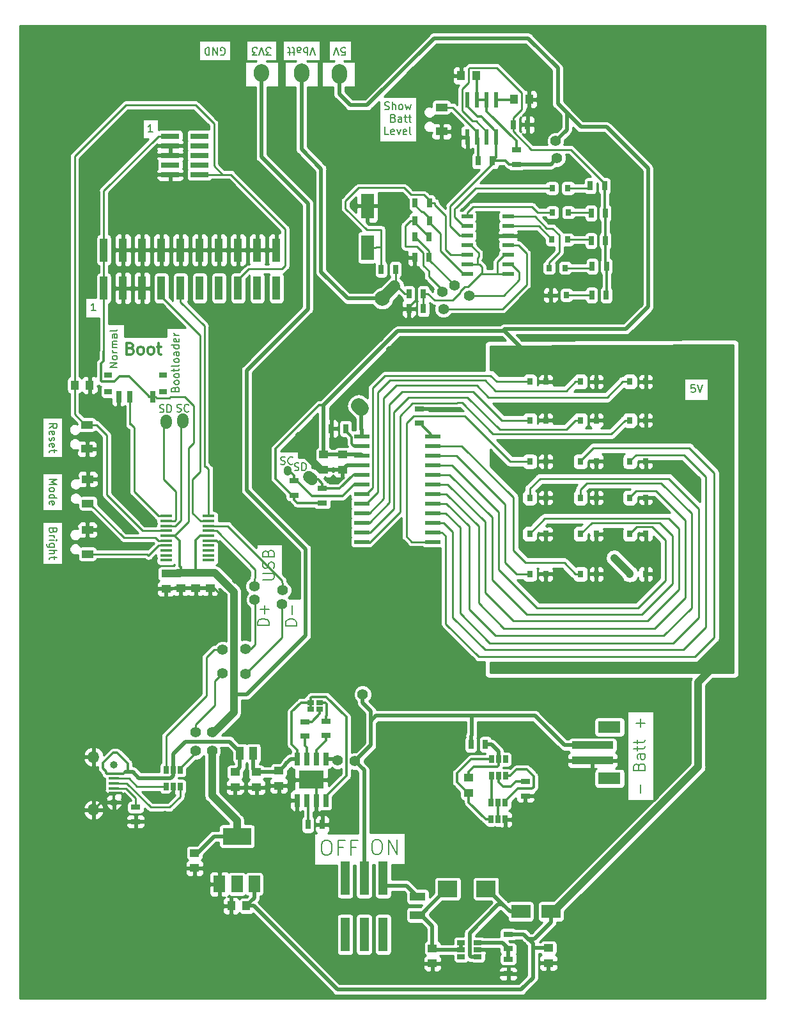
<source format=gbr>
G04 #@! TF.GenerationSoftware,KiCad,Pcbnew,(5.0.0-rc2-206-gf10aa6c85)*
G04 #@! TF.CreationDate,2018-07-01T12:57:46+01:00*
G04 #@! TF.ProjectId,Pride Badge,50726964652042616467652E6B696361,rev?*
G04 #@! TF.SameCoordinates,Original*
G04 #@! TF.FileFunction,Copper,L1,Top,Signal*
G04 #@! TF.FilePolarity,Positive*
%FSLAX46Y46*%
G04 Gerber Fmt 4.6, Leading zero omitted, Abs format (unit mm)*
G04 Created by KiCad (PCBNEW (5.0.0-rc2-206-gf10aa6c85)) date 07/01/18 12:57:46*
%MOMM*%
%LPD*%
G01*
G04 APERTURE LIST*
G04 #@! TA.AperFunction,NonConductor*
%ADD10C,0.200000*%
G04 #@! TD*
G04 #@! TA.AperFunction,NonConductor*
%ADD11C,0.150000*%
G04 #@! TD*
G04 #@! TA.AperFunction,NonConductor*
%ADD12C,0.300000*%
G04 #@! TD*
G04 #@! TA.AperFunction,SMDPad,CuDef*
%ADD13R,0.850000X0.650000*%
G04 #@! TD*
G04 #@! TA.AperFunction,SMDPad,CuDef*
%ADD14R,1.250000X1.000000*%
G04 #@! TD*
G04 #@! TA.AperFunction,SMDPad,CuDef*
%ADD15R,1.000000X1.250000*%
G04 #@! TD*
G04 #@! TA.AperFunction,SMDPad,CuDef*
%ADD16R,2.500000X1.800000*%
G04 #@! TD*
G04 #@! TA.AperFunction,SMDPad,CuDef*
%ADD17R,1.700000X3.300000*%
G04 #@! TD*
G04 #@! TA.AperFunction,SMDPad,CuDef*
%ADD18R,0.800000X0.900000*%
G04 #@! TD*
G04 #@! TA.AperFunction,SMDPad,CuDef*
%ADD19R,2.030000X1.140000*%
G04 #@! TD*
G04 #@! TA.AperFunction,ComponentPad*
%ADD20O,1.550000X1.550000*%
G04 #@! TD*
G04 #@! TA.AperFunction,ComponentPad*
%ADD21O,1.000000X1.000000*%
G04 #@! TD*
G04 #@! TA.AperFunction,SMDPad,CuDef*
%ADD22R,1.350000X0.400000*%
G04 #@! TD*
G04 #@! TA.AperFunction,SMDPad,CuDef*
%ADD23R,3.000000X1.600000*%
G04 #@! TD*
G04 #@! TA.AperFunction,SMDPad,CuDef*
%ADD24R,5.500000X1.000000*%
G04 #@! TD*
G04 #@! TA.AperFunction,SMDPad,CuDef*
%ADD25R,1.000000X3.150000*%
G04 #@! TD*
G04 #@! TA.AperFunction,SMDPad,CuDef*
%ADD26R,1.016000X1.778000*%
G04 #@! TD*
G04 #@! TA.AperFunction,SMDPad,CuDef*
%ADD27R,2.550000X2.200000*%
G04 #@! TD*
G04 #@! TA.AperFunction,SMDPad,CuDef*
%ADD28R,1.300000X0.700000*%
G04 #@! TD*
G04 #@! TA.AperFunction,SMDPad,CuDef*
%ADD29R,0.700000X1.300000*%
G04 #@! TD*
G04 #@! TA.AperFunction,SMDPad,CuDef*
%ADD30R,1.500000X1.000000*%
G04 #@! TD*
G04 #@! TA.AperFunction,SMDPad,CuDef*
%ADD31R,1.000000X0.800000*%
G04 #@! TD*
G04 #@! TA.AperFunction,SMDPad,CuDef*
%ADD32R,0.700000X1.500000*%
G04 #@! TD*
G04 #@! TA.AperFunction,SMDPad,CuDef*
%ADD33R,1.060000X0.650000*%
G04 #@! TD*
G04 #@! TA.AperFunction,SMDPad,CuDef*
%ADD34R,1.500000X2.200000*%
G04 #@! TD*
G04 #@! TA.AperFunction,SMDPad,CuDef*
%ADD35R,3.800000X2.200000*%
G04 #@! TD*
G04 #@! TA.AperFunction,SMDPad,CuDef*
%ADD36R,0.650000X1.060000*%
G04 #@! TD*
G04 #@! TA.AperFunction,SMDPad,CuDef*
%ADD37R,0.600000X2.000000*%
G04 #@! TD*
G04 #@! TA.AperFunction,SMDPad,CuDef*
%ADD38R,2.400000X0.740000*%
G04 #@! TD*
G04 #@! TA.AperFunction,SMDPad,CuDef*
%ADD39R,0.650000X1.750000*%
G04 #@! TD*
G04 #@! TA.AperFunction,SMDPad,CuDef*
%ADD40R,3.300000X2.410000*%
G04 #@! TD*
G04 #@! TA.AperFunction,SMDPad,CuDef*
%ADD41R,1.600000X0.300000*%
G04 #@! TD*
G04 #@! TA.AperFunction,SMDPad,CuDef*
%ADD42R,2.000000X0.600000*%
G04 #@! TD*
G04 #@! TA.AperFunction,SMDPad,CuDef*
%ADD43R,1.500000X0.550000*%
G04 #@! TD*
G04 #@! TA.AperFunction,SMDPad,CuDef*
%ADD44R,1.200000X4.500000*%
G04 #@! TD*
G04 #@! TA.AperFunction,ViaPad*
%ADD45C,0.200000*%
G04 #@! TD*
G04 #@! TA.AperFunction,ViaPad*
%ADD46C,1.400000*%
G04 #@! TD*
G04 #@! TA.AperFunction,ViaPad*
%ADD47C,2.000000*%
G04 #@! TD*
G04 #@! TA.AperFunction,Conductor*
%ADD48C,0.250000*%
G04 #@! TD*
G04 #@! TA.AperFunction,Conductor*
%ADD49C,0.500000*%
G04 #@! TD*
G04 #@! TA.AperFunction,Conductor*
%ADD50C,1.000000*%
G04 #@! TD*
G04 #@! TA.AperFunction,Conductor*
%ADD51C,0.300000*%
G04 #@! TD*
G04 #@! TA.AperFunction,Conductor*
%ADD52C,2.000000*%
G04 #@! TD*
G04 #@! TA.AperFunction,Conductor*
%ADD53C,1.500000*%
G04 #@! TD*
G04 #@! TA.AperFunction,Conductor*
%ADD54C,0.254000*%
G04 #@! TD*
G04 APERTURE END LIST*
D10*
X68795238Y-128804761D02*
X69176190Y-128804761D01*
X69366666Y-128900000D01*
X69557142Y-129090476D01*
X69652380Y-129471428D01*
X69652380Y-130138095D01*
X69557142Y-130519047D01*
X69366666Y-130709523D01*
X69176190Y-130804761D01*
X68795238Y-130804761D01*
X68604761Y-130709523D01*
X68414285Y-130519047D01*
X68319047Y-130138095D01*
X68319047Y-129471428D01*
X68414285Y-129090476D01*
X68604761Y-128900000D01*
X68795238Y-128804761D01*
X71176190Y-129757142D02*
X70509523Y-129757142D01*
X70509523Y-130804761D02*
X70509523Y-128804761D01*
X71461904Y-128804761D01*
X72890476Y-129757142D02*
X72223809Y-129757142D01*
X72223809Y-130804761D02*
X72223809Y-128804761D01*
X73176190Y-128804761D01*
X75461904Y-128704761D02*
X75842857Y-128704761D01*
X76033333Y-128800000D01*
X76223809Y-128990476D01*
X76319047Y-129371428D01*
X76319047Y-130038095D01*
X76223809Y-130419047D01*
X76033333Y-130609523D01*
X75842857Y-130704761D01*
X75461904Y-130704761D01*
X75271428Y-130609523D01*
X75080952Y-130419047D01*
X74985714Y-130038095D01*
X74985714Y-129371428D01*
X75080952Y-128990476D01*
X75271428Y-128800000D01*
X75461904Y-128704761D01*
X77176190Y-130704761D02*
X77176190Y-128704761D01*
X78319047Y-130704761D01*
X78319047Y-128704761D01*
X110557142Y-122578571D02*
X110557142Y-121435714D01*
X110342857Y-119078571D02*
X110414285Y-118864285D01*
X110485714Y-118792857D01*
X110628571Y-118721428D01*
X110842857Y-118721428D01*
X110985714Y-118792857D01*
X111057142Y-118864285D01*
X111128571Y-119007142D01*
X111128571Y-119578571D01*
X109628571Y-119578571D01*
X109628571Y-119078571D01*
X109700000Y-118935714D01*
X109771428Y-118864285D01*
X109914285Y-118792857D01*
X110057142Y-118792857D01*
X110200000Y-118864285D01*
X110271428Y-118935714D01*
X110342857Y-119078571D01*
X110342857Y-119578571D01*
X111128571Y-117435714D02*
X110342857Y-117435714D01*
X110200000Y-117507142D01*
X110128571Y-117650000D01*
X110128571Y-117935714D01*
X110200000Y-118078571D01*
X111057142Y-117435714D02*
X111128571Y-117578571D01*
X111128571Y-117935714D01*
X111057142Y-118078571D01*
X110914285Y-118150000D01*
X110771428Y-118150000D01*
X110628571Y-118078571D01*
X110557142Y-117935714D01*
X110557142Y-117578571D01*
X110485714Y-117435714D01*
X110128571Y-116935714D02*
X110128571Y-116364285D01*
X109628571Y-116721428D02*
X110914285Y-116721428D01*
X111057142Y-116650000D01*
X111128571Y-116507142D01*
X111128571Y-116364285D01*
X110128571Y-116078571D02*
X110128571Y-115507142D01*
X109628571Y-115864285D02*
X110914285Y-115864285D01*
X111057142Y-115792857D01*
X111128571Y-115650000D01*
X111128571Y-115507142D01*
X110557142Y-113864285D02*
X110557142Y-112721428D01*
X111128571Y-113292857D02*
X109985714Y-113292857D01*
D11*
X117759523Y-68552380D02*
X117283333Y-68552380D01*
X117235714Y-69028571D01*
X117283333Y-68980952D01*
X117378571Y-68933333D01*
X117616666Y-68933333D01*
X117711904Y-68980952D01*
X117759523Y-69028571D01*
X117807142Y-69123809D01*
X117807142Y-69361904D01*
X117759523Y-69457142D01*
X117711904Y-69504761D01*
X117616666Y-69552380D01*
X117378571Y-69552380D01*
X117283333Y-69504761D01*
X117235714Y-69457142D01*
X118092857Y-68552380D02*
X118426190Y-69552380D01*
X118759523Y-68552380D01*
X54961904Y-24900000D02*
X55057142Y-24947619D01*
X55200000Y-24947619D01*
X55342857Y-24900000D01*
X55438095Y-24804761D01*
X55485714Y-24709523D01*
X55533333Y-24519047D01*
X55533333Y-24376190D01*
X55485714Y-24185714D01*
X55438095Y-24090476D01*
X55342857Y-23995238D01*
X55200000Y-23947619D01*
X55104761Y-23947619D01*
X54961904Y-23995238D01*
X54914285Y-24042857D01*
X54914285Y-24376190D01*
X55104761Y-24376190D01*
X54485714Y-23947619D02*
X54485714Y-24947619D01*
X53914285Y-23947619D01*
X53914285Y-24947619D01*
X53438095Y-23947619D02*
X53438095Y-24947619D01*
X53200000Y-24947619D01*
X53057142Y-24900000D01*
X52961904Y-24804761D01*
X52914285Y-24709523D01*
X52866666Y-24519047D01*
X52866666Y-24376190D01*
X52914285Y-24185714D01*
X52961904Y-24090476D01*
X53057142Y-23995238D01*
X53200000Y-23947619D01*
X53438095Y-23947619D01*
X70940476Y-24947619D02*
X71416666Y-24947619D01*
X71464285Y-24471428D01*
X71416666Y-24519047D01*
X71321428Y-24566666D01*
X71083333Y-24566666D01*
X70988095Y-24519047D01*
X70940476Y-24471428D01*
X70892857Y-24376190D01*
X70892857Y-24138095D01*
X70940476Y-24042857D01*
X70988095Y-23995238D01*
X71083333Y-23947619D01*
X71321428Y-23947619D01*
X71416666Y-23995238D01*
X71464285Y-24042857D01*
X70607142Y-24947619D02*
X70273809Y-23947619D01*
X69940476Y-24947619D01*
X67459523Y-24947619D02*
X67126190Y-23947619D01*
X66792857Y-24947619D01*
X66459523Y-23947619D02*
X66459523Y-24947619D01*
X66459523Y-24566666D02*
X66364285Y-24614285D01*
X66173809Y-24614285D01*
X66078571Y-24566666D01*
X66030952Y-24519047D01*
X65983333Y-24423809D01*
X65983333Y-24138095D01*
X66030952Y-24042857D01*
X66078571Y-23995238D01*
X66173809Y-23947619D01*
X66364285Y-23947619D01*
X66459523Y-23995238D01*
X65126190Y-23947619D02*
X65126190Y-24471428D01*
X65173809Y-24566666D01*
X65269047Y-24614285D01*
X65459523Y-24614285D01*
X65554761Y-24566666D01*
X65126190Y-23995238D02*
X65221428Y-23947619D01*
X65459523Y-23947619D01*
X65554761Y-23995238D01*
X65602380Y-24090476D01*
X65602380Y-24185714D01*
X65554761Y-24280952D01*
X65459523Y-24328571D01*
X65221428Y-24328571D01*
X65126190Y-24376190D01*
X64792857Y-24614285D02*
X64411904Y-24614285D01*
X64650000Y-24947619D02*
X64650000Y-24090476D01*
X64602380Y-23995238D01*
X64507142Y-23947619D01*
X64411904Y-23947619D01*
X64221428Y-24614285D02*
X63840476Y-24614285D01*
X64078571Y-24947619D02*
X64078571Y-24090476D01*
X64030952Y-23995238D01*
X63935714Y-23947619D01*
X63840476Y-23947619D01*
D10*
X61588095Y-24960119D02*
X60969047Y-24960119D01*
X61302380Y-24579166D01*
X61159523Y-24579166D01*
X61064285Y-24531547D01*
X61016666Y-24483928D01*
X60969047Y-24388690D01*
X60969047Y-24150595D01*
X61016666Y-24055357D01*
X61064285Y-24007738D01*
X61159523Y-23960119D01*
X61445238Y-23960119D01*
X61540476Y-24007738D01*
X61588095Y-24055357D01*
X60683333Y-24960119D02*
X60350000Y-23960119D01*
X60016666Y-24960119D01*
X59778571Y-24960119D02*
X59159523Y-24960119D01*
X59492857Y-24579166D01*
X59350000Y-24579166D01*
X59254761Y-24531547D01*
X59207142Y-24483928D01*
X59159523Y-24388690D01*
X59159523Y-24150595D01*
X59207142Y-24055357D01*
X59254761Y-24007738D01*
X59350000Y-23960119D01*
X59635714Y-23960119D01*
X59730952Y-24007738D01*
X59778571Y-24055357D01*
D11*
X45935714Y-35102380D02*
X45364285Y-35102380D01*
X45650000Y-35102380D02*
X45650000Y-34102380D01*
X45554761Y-34245238D01*
X45459523Y-34340476D01*
X45364285Y-34388095D01*
X32771428Y-87833333D02*
X32723809Y-87976190D01*
X32676190Y-88023809D01*
X32580952Y-88071428D01*
X32438095Y-88071428D01*
X32342857Y-88023809D01*
X32295238Y-87976190D01*
X32247619Y-87880952D01*
X32247619Y-87500000D01*
X33247619Y-87500000D01*
X33247619Y-87833333D01*
X33200000Y-87928571D01*
X33152380Y-87976190D01*
X33057142Y-88023809D01*
X32961904Y-88023809D01*
X32866666Y-87976190D01*
X32819047Y-87928571D01*
X32771428Y-87833333D01*
X32771428Y-87500000D01*
X32247619Y-88500000D02*
X32914285Y-88500000D01*
X32723809Y-88500000D02*
X32819047Y-88547619D01*
X32866666Y-88595238D01*
X32914285Y-88690476D01*
X32914285Y-88785714D01*
X32247619Y-89119047D02*
X32914285Y-89119047D01*
X33247619Y-89119047D02*
X33200000Y-89071428D01*
X33152380Y-89119047D01*
X33200000Y-89166666D01*
X33247619Y-89119047D01*
X33152380Y-89119047D01*
X32914285Y-90023809D02*
X32104761Y-90023809D01*
X32009523Y-89976190D01*
X31961904Y-89928571D01*
X31914285Y-89833333D01*
X31914285Y-89690476D01*
X31961904Y-89595238D01*
X32295238Y-90023809D02*
X32247619Y-89928571D01*
X32247619Y-89738095D01*
X32295238Y-89642857D01*
X32342857Y-89595238D01*
X32438095Y-89547619D01*
X32723809Y-89547619D01*
X32819047Y-89595238D01*
X32866666Y-89642857D01*
X32914285Y-89738095D01*
X32914285Y-89928571D01*
X32866666Y-90023809D01*
X32247619Y-90500000D02*
X33247619Y-90500000D01*
X32247619Y-90928571D02*
X32771428Y-90928571D01*
X32866666Y-90880952D01*
X32914285Y-90785714D01*
X32914285Y-90642857D01*
X32866666Y-90547619D01*
X32819047Y-90500000D01*
X32914285Y-91261904D02*
X32914285Y-91642857D01*
X33247619Y-91404761D02*
X32390476Y-91404761D01*
X32295238Y-91452380D01*
X32247619Y-91547619D01*
X32247619Y-91642857D01*
X32247619Y-81083333D02*
X33247619Y-81083333D01*
X32533333Y-81416666D01*
X33247619Y-81750000D01*
X32247619Y-81750000D01*
X32247619Y-82369047D02*
X32295238Y-82273809D01*
X32342857Y-82226190D01*
X32438095Y-82178571D01*
X32723809Y-82178571D01*
X32819047Y-82226190D01*
X32866666Y-82273809D01*
X32914285Y-82369047D01*
X32914285Y-82511904D01*
X32866666Y-82607142D01*
X32819047Y-82654761D01*
X32723809Y-82702380D01*
X32438095Y-82702380D01*
X32342857Y-82654761D01*
X32295238Y-82607142D01*
X32247619Y-82511904D01*
X32247619Y-82369047D01*
X32247619Y-83559523D02*
X33247619Y-83559523D01*
X32295238Y-83559523D02*
X32247619Y-83464285D01*
X32247619Y-83273809D01*
X32295238Y-83178571D01*
X32342857Y-83130952D01*
X32438095Y-83083333D01*
X32723809Y-83083333D01*
X32819047Y-83130952D01*
X32866666Y-83178571D01*
X32914285Y-83273809D01*
X32914285Y-83464285D01*
X32866666Y-83559523D01*
X32295238Y-84416666D02*
X32247619Y-84321428D01*
X32247619Y-84130952D01*
X32295238Y-84035714D01*
X32390476Y-83988095D01*
X32771428Y-83988095D01*
X32866666Y-84035714D01*
X32914285Y-84130952D01*
X32914285Y-84321428D01*
X32866666Y-84416666D01*
X32771428Y-84464285D01*
X32676190Y-84464285D01*
X32580952Y-83988095D01*
X32247619Y-74311904D02*
X32723809Y-73978571D01*
X32247619Y-73740476D02*
X33247619Y-73740476D01*
X33247619Y-74121428D01*
X33200000Y-74216666D01*
X33152380Y-74264285D01*
X33057142Y-74311904D01*
X32914285Y-74311904D01*
X32819047Y-74264285D01*
X32771428Y-74216666D01*
X32723809Y-74121428D01*
X32723809Y-73740476D01*
X32295238Y-75121428D02*
X32247619Y-75026190D01*
X32247619Y-74835714D01*
X32295238Y-74740476D01*
X32390476Y-74692857D01*
X32771428Y-74692857D01*
X32866666Y-74740476D01*
X32914285Y-74835714D01*
X32914285Y-75026190D01*
X32866666Y-75121428D01*
X32771428Y-75169047D01*
X32676190Y-75169047D01*
X32580952Y-74692857D01*
X32295238Y-75550000D02*
X32247619Y-75645238D01*
X32247619Y-75835714D01*
X32295238Y-75930952D01*
X32390476Y-75978571D01*
X32438095Y-75978571D01*
X32533333Y-75930952D01*
X32580952Y-75835714D01*
X32580952Y-75692857D01*
X32628571Y-75597619D01*
X32723809Y-75550000D01*
X32771428Y-75550000D01*
X32866666Y-75597619D01*
X32914285Y-75692857D01*
X32914285Y-75835714D01*
X32866666Y-75930952D01*
X32295238Y-76788095D02*
X32247619Y-76692857D01*
X32247619Y-76502380D01*
X32295238Y-76407142D01*
X32390476Y-76359523D01*
X32771428Y-76359523D01*
X32866666Y-76407142D01*
X32914285Y-76502380D01*
X32914285Y-76692857D01*
X32866666Y-76788095D01*
X32771428Y-76835714D01*
X32676190Y-76835714D01*
X32580952Y-76359523D01*
X32914285Y-77121428D02*
X32914285Y-77502380D01*
X33247619Y-77264285D02*
X32390476Y-77264285D01*
X32295238Y-77311904D01*
X32247619Y-77407142D01*
X32247619Y-77502380D01*
X41252380Y-66228571D02*
X40252380Y-66228571D01*
X41252380Y-65657142D01*
X40252380Y-65657142D01*
X41252380Y-65038095D02*
X41204761Y-65133333D01*
X41157142Y-65180952D01*
X41061904Y-65228571D01*
X40776190Y-65228571D01*
X40680952Y-65180952D01*
X40633333Y-65133333D01*
X40585714Y-65038095D01*
X40585714Y-64895238D01*
X40633333Y-64800000D01*
X40680952Y-64752380D01*
X40776190Y-64704761D01*
X41061904Y-64704761D01*
X41157142Y-64752380D01*
X41204761Y-64800000D01*
X41252380Y-64895238D01*
X41252380Y-65038095D01*
X41252380Y-64276190D02*
X40585714Y-64276190D01*
X40776190Y-64276190D02*
X40680952Y-64228571D01*
X40633333Y-64180952D01*
X40585714Y-64085714D01*
X40585714Y-63990476D01*
X41252380Y-63657142D02*
X40585714Y-63657142D01*
X40680952Y-63657142D02*
X40633333Y-63609523D01*
X40585714Y-63514285D01*
X40585714Y-63371428D01*
X40633333Y-63276190D01*
X40728571Y-63228571D01*
X41252380Y-63228571D01*
X40728571Y-63228571D02*
X40633333Y-63180952D01*
X40585714Y-63085714D01*
X40585714Y-62942857D01*
X40633333Y-62847619D01*
X40728571Y-62800000D01*
X41252380Y-62800000D01*
X41252380Y-61895238D02*
X40728571Y-61895238D01*
X40633333Y-61942857D01*
X40585714Y-62038095D01*
X40585714Y-62228571D01*
X40633333Y-62323809D01*
X41204761Y-61895238D02*
X41252380Y-61990476D01*
X41252380Y-62228571D01*
X41204761Y-62323809D01*
X41109523Y-62371428D01*
X41014285Y-62371428D01*
X40919047Y-62323809D01*
X40871428Y-62228571D01*
X40871428Y-61990476D01*
X40823809Y-61895238D01*
X41252380Y-61276190D02*
X41204761Y-61371428D01*
X41109523Y-61419047D01*
X40252380Y-61419047D01*
X48928571Y-69126190D02*
X48976190Y-68983333D01*
X49023809Y-68935714D01*
X49119047Y-68888095D01*
X49261904Y-68888095D01*
X49357142Y-68935714D01*
X49404761Y-68983333D01*
X49452380Y-69078571D01*
X49452380Y-69459523D01*
X48452380Y-69459523D01*
X48452380Y-69126190D01*
X48500000Y-69030952D01*
X48547619Y-68983333D01*
X48642857Y-68935714D01*
X48738095Y-68935714D01*
X48833333Y-68983333D01*
X48880952Y-69030952D01*
X48928571Y-69126190D01*
X48928571Y-69459523D01*
X49452380Y-68316666D02*
X49404761Y-68411904D01*
X49357142Y-68459523D01*
X49261904Y-68507142D01*
X48976190Y-68507142D01*
X48880952Y-68459523D01*
X48833333Y-68411904D01*
X48785714Y-68316666D01*
X48785714Y-68173809D01*
X48833333Y-68078571D01*
X48880952Y-68030952D01*
X48976190Y-67983333D01*
X49261904Y-67983333D01*
X49357142Y-68030952D01*
X49404761Y-68078571D01*
X49452380Y-68173809D01*
X49452380Y-68316666D01*
X49452380Y-67411904D02*
X49404761Y-67507142D01*
X49357142Y-67554761D01*
X49261904Y-67602380D01*
X48976190Y-67602380D01*
X48880952Y-67554761D01*
X48833333Y-67507142D01*
X48785714Y-67411904D01*
X48785714Y-67269047D01*
X48833333Y-67173809D01*
X48880952Y-67126190D01*
X48976190Y-67078571D01*
X49261904Y-67078571D01*
X49357142Y-67126190D01*
X49404761Y-67173809D01*
X49452380Y-67269047D01*
X49452380Y-67411904D01*
X48785714Y-66792857D02*
X48785714Y-66411904D01*
X48452380Y-66650000D02*
X49309523Y-66650000D01*
X49404761Y-66602380D01*
X49452380Y-66507142D01*
X49452380Y-66411904D01*
X49452380Y-65935714D02*
X49404761Y-66030952D01*
X49309523Y-66078571D01*
X48452380Y-66078571D01*
X49452380Y-65411904D02*
X49404761Y-65507142D01*
X49357142Y-65554761D01*
X49261904Y-65602380D01*
X48976190Y-65602380D01*
X48880952Y-65554761D01*
X48833333Y-65507142D01*
X48785714Y-65411904D01*
X48785714Y-65269047D01*
X48833333Y-65173809D01*
X48880952Y-65126190D01*
X48976190Y-65078571D01*
X49261904Y-65078571D01*
X49357142Y-65126190D01*
X49404761Y-65173809D01*
X49452380Y-65269047D01*
X49452380Y-65411904D01*
X49452380Y-64221428D02*
X48928571Y-64221428D01*
X48833333Y-64269047D01*
X48785714Y-64364285D01*
X48785714Y-64554761D01*
X48833333Y-64650000D01*
X49404761Y-64221428D02*
X49452380Y-64316666D01*
X49452380Y-64554761D01*
X49404761Y-64650000D01*
X49309523Y-64697619D01*
X49214285Y-64697619D01*
X49119047Y-64650000D01*
X49071428Y-64554761D01*
X49071428Y-64316666D01*
X49023809Y-64221428D01*
X49452380Y-63316666D02*
X48452380Y-63316666D01*
X49404761Y-63316666D02*
X49452380Y-63411904D01*
X49452380Y-63602380D01*
X49404761Y-63697619D01*
X49357142Y-63745238D01*
X49261904Y-63792857D01*
X48976190Y-63792857D01*
X48880952Y-63745238D01*
X48833333Y-63697619D01*
X48785714Y-63602380D01*
X48785714Y-63411904D01*
X48833333Y-63316666D01*
X49404761Y-62459523D02*
X49452380Y-62554761D01*
X49452380Y-62745238D01*
X49404761Y-62840476D01*
X49309523Y-62888095D01*
X48928571Y-62888095D01*
X48833333Y-62840476D01*
X48785714Y-62745238D01*
X48785714Y-62554761D01*
X48833333Y-62459523D01*
X48928571Y-62411904D01*
X49023809Y-62411904D01*
X49119047Y-62888095D01*
X49452380Y-61983333D02*
X48785714Y-61983333D01*
X48976190Y-61983333D02*
X48880952Y-61935714D01*
X48833333Y-61888095D01*
X48785714Y-61792857D01*
X48785714Y-61697619D01*
D12*
X43021428Y-63742857D02*
X43235714Y-63814285D01*
X43307142Y-63885714D01*
X43378571Y-64028571D01*
X43378571Y-64242857D01*
X43307142Y-64385714D01*
X43235714Y-64457142D01*
X43092857Y-64528571D01*
X42521428Y-64528571D01*
X42521428Y-63028571D01*
X43021428Y-63028571D01*
X43164285Y-63100000D01*
X43235714Y-63171428D01*
X43307142Y-63314285D01*
X43307142Y-63457142D01*
X43235714Y-63600000D01*
X43164285Y-63671428D01*
X43021428Y-63742857D01*
X42521428Y-63742857D01*
X44235714Y-64528571D02*
X44092857Y-64457142D01*
X44021428Y-64385714D01*
X43950000Y-64242857D01*
X43950000Y-63814285D01*
X44021428Y-63671428D01*
X44092857Y-63600000D01*
X44235714Y-63528571D01*
X44450000Y-63528571D01*
X44592857Y-63600000D01*
X44664285Y-63671428D01*
X44735714Y-63814285D01*
X44735714Y-64242857D01*
X44664285Y-64385714D01*
X44592857Y-64457142D01*
X44450000Y-64528571D01*
X44235714Y-64528571D01*
X45592857Y-64528571D02*
X45450000Y-64457142D01*
X45378571Y-64385714D01*
X45307142Y-64242857D01*
X45307142Y-63814285D01*
X45378571Y-63671428D01*
X45450000Y-63600000D01*
X45592857Y-63528571D01*
X45807142Y-63528571D01*
X45950000Y-63600000D01*
X46021428Y-63671428D01*
X46092857Y-63814285D01*
X46092857Y-64242857D01*
X46021428Y-64385714D01*
X45950000Y-64457142D01*
X45807142Y-64528571D01*
X45592857Y-64528571D01*
X46521428Y-63528571D02*
X47092857Y-63528571D01*
X46735714Y-63028571D02*
X46735714Y-64314285D01*
X46807142Y-64457142D01*
X46950000Y-64528571D01*
X47092857Y-64528571D01*
D11*
X38385714Y-58752380D02*
X37814285Y-58752380D01*
X38100000Y-58752380D02*
X38100000Y-57752380D01*
X38004761Y-57895238D01*
X37909523Y-57990476D01*
X37814285Y-58038095D01*
X76683452Y-32104761D02*
X76826309Y-32152380D01*
X77064404Y-32152380D01*
X77159642Y-32104761D01*
X77207261Y-32057142D01*
X77254880Y-31961904D01*
X77254880Y-31866666D01*
X77207261Y-31771428D01*
X77159642Y-31723809D01*
X77064404Y-31676190D01*
X76873928Y-31628571D01*
X76778690Y-31580952D01*
X76731071Y-31533333D01*
X76683452Y-31438095D01*
X76683452Y-31342857D01*
X76731071Y-31247619D01*
X76778690Y-31200000D01*
X76873928Y-31152380D01*
X77112023Y-31152380D01*
X77254880Y-31200000D01*
X77683452Y-32152380D02*
X77683452Y-31152380D01*
X78112023Y-32152380D02*
X78112023Y-31628571D01*
X78064404Y-31533333D01*
X77969166Y-31485714D01*
X77826309Y-31485714D01*
X77731071Y-31533333D01*
X77683452Y-31580952D01*
X78731071Y-32152380D02*
X78635833Y-32104761D01*
X78588214Y-32057142D01*
X78540595Y-31961904D01*
X78540595Y-31676190D01*
X78588214Y-31580952D01*
X78635833Y-31533333D01*
X78731071Y-31485714D01*
X78873928Y-31485714D01*
X78969166Y-31533333D01*
X79016785Y-31580952D01*
X79064404Y-31676190D01*
X79064404Y-31961904D01*
X79016785Y-32057142D01*
X78969166Y-32104761D01*
X78873928Y-32152380D01*
X78731071Y-32152380D01*
X79397738Y-31485714D02*
X79588214Y-32152380D01*
X79778690Y-31676190D01*
X79969166Y-32152380D01*
X80159642Y-31485714D01*
X77826309Y-33278571D02*
X77969166Y-33326190D01*
X78016785Y-33373809D01*
X78064404Y-33469047D01*
X78064404Y-33611904D01*
X78016785Y-33707142D01*
X77969166Y-33754761D01*
X77873928Y-33802380D01*
X77492976Y-33802380D01*
X77492976Y-32802380D01*
X77826309Y-32802380D01*
X77921547Y-32850000D01*
X77969166Y-32897619D01*
X78016785Y-32992857D01*
X78016785Y-33088095D01*
X77969166Y-33183333D01*
X77921547Y-33230952D01*
X77826309Y-33278571D01*
X77492976Y-33278571D01*
X78921547Y-33802380D02*
X78921547Y-33278571D01*
X78873928Y-33183333D01*
X78778690Y-33135714D01*
X78588214Y-33135714D01*
X78492976Y-33183333D01*
X78921547Y-33754761D02*
X78826309Y-33802380D01*
X78588214Y-33802380D01*
X78492976Y-33754761D01*
X78445357Y-33659523D01*
X78445357Y-33564285D01*
X78492976Y-33469047D01*
X78588214Y-33421428D01*
X78826309Y-33421428D01*
X78921547Y-33373809D01*
X79254880Y-33135714D02*
X79635833Y-33135714D01*
X79397738Y-32802380D02*
X79397738Y-33659523D01*
X79445357Y-33754761D01*
X79540595Y-33802380D01*
X79635833Y-33802380D01*
X79826309Y-33135714D02*
X80207261Y-33135714D01*
X79969166Y-32802380D02*
X79969166Y-33659523D01*
X80016785Y-33754761D01*
X80112023Y-33802380D01*
X80207261Y-33802380D01*
X77207261Y-35452380D02*
X76731071Y-35452380D01*
X76731071Y-34452380D01*
X77921547Y-35404761D02*
X77826309Y-35452380D01*
X77635833Y-35452380D01*
X77540595Y-35404761D01*
X77492976Y-35309523D01*
X77492976Y-34928571D01*
X77540595Y-34833333D01*
X77635833Y-34785714D01*
X77826309Y-34785714D01*
X77921547Y-34833333D01*
X77969166Y-34928571D01*
X77969166Y-35023809D01*
X77492976Y-35119047D01*
X78302500Y-34785714D02*
X78540595Y-35452380D01*
X78778690Y-34785714D01*
X79540595Y-35404761D02*
X79445357Y-35452380D01*
X79254880Y-35452380D01*
X79159642Y-35404761D01*
X79112023Y-35309523D01*
X79112023Y-34928571D01*
X79159642Y-34833333D01*
X79254880Y-34785714D01*
X79445357Y-34785714D01*
X79540595Y-34833333D01*
X79588214Y-34928571D01*
X79588214Y-35023809D01*
X79112023Y-35119047D01*
X80159642Y-35452380D02*
X80064404Y-35404761D01*
X80016785Y-35309523D01*
X80016785Y-34452380D01*
X46864285Y-72154761D02*
X47007142Y-72202380D01*
X47245238Y-72202380D01*
X47340476Y-72154761D01*
X47388095Y-72107142D01*
X47435714Y-72011904D01*
X47435714Y-71916666D01*
X47388095Y-71821428D01*
X47340476Y-71773809D01*
X47245238Y-71726190D01*
X47054761Y-71678571D01*
X46959523Y-71630952D01*
X46911904Y-71583333D01*
X46864285Y-71488095D01*
X46864285Y-71392857D01*
X46911904Y-71297619D01*
X46959523Y-71250000D01*
X47054761Y-71202380D01*
X47292857Y-71202380D01*
X47435714Y-71250000D01*
X47864285Y-72202380D02*
X47864285Y-71202380D01*
X48102380Y-71202380D01*
X48245238Y-71250000D01*
X48340476Y-71345238D01*
X48388095Y-71440476D01*
X48435714Y-71630952D01*
X48435714Y-71773809D01*
X48388095Y-71964285D01*
X48340476Y-72059523D01*
X48245238Y-72154761D01*
X48102380Y-72202380D01*
X47864285Y-72202380D01*
X49164285Y-72104761D02*
X49307142Y-72152380D01*
X49545238Y-72152380D01*
X49640476Y-72104761D01*
X49688095Y-72057142D01*
X49735714Y-71961904D01*
X49735714Y-71866666D01*
X49688095Y-71771428D01*
X49640476Y-71723809D01*
X49545238Y-71676190D01*
X49354761Y-71628571D01*
X49259523Y-71580952D01*
X49211904Y-71533333D01*
X49164285Y-71438095D01*
X49164285Y-71342857D01*
X49211904Y-71247619D01*
X49259523Y-71200000D01*
X49354761Y-71152380D01*
X49592857Y-71152380D01*
X49735714Y-71200000D01*
X50735714Y-72057142D02*
X50688095Y-72104761D01*
X50545238Y-72152380D01*
X50450000Y-72152380D01*
X50307142Y-72104761D01*
X50211904Y-72009523D01*
X50164285Y-71914285D01*
X50116666Y-71723809D01*
X50116666Y-71580952D01*
X50164285Y-71390476D01*
X50211904Y-71295238D01*
X50307142Y-71200000D01*
X50450000Y-71152380D01*
X50545238Y-71152380D01*
X50688095Y-71200000D01*
X50735714Y-71247619D01*
X64714285Y-79854761D02*
X64857142Y-79902380D01*
X65095238Y-79902380D01*
X65190476Y-79854761D01*
X65238095Y-79807142D01*
X65285714Y-79711904D01*
X65285714Y-79616666D01*
X65238095Y-79521428D01*
X65190476Y-79473809D01*
X65095238Y-79426190D01*
X64904761Y-79378571D01*
X64809523Y-79330952D01*
X64761904Y-79283333D01*
X64714285Y-79188095D01*
X64714285Y-79092857D01*
X64761904Y-78997619D01*
X64809523Y-78950000D01*
X64904761Y-78902380D01*
X65142857Y-78902380D01*
X65285714Y-78950000D01*
X65714285Y-79902380D02*
X65714285Y-78902380D01*
X65952380Y-78902380D01*
X66095238Y-78950000D01*
X66190476Y-79045238D01*
X66238095Y-79140476D01*
X66285714Y-79330952D01*
X66285714Y-79473809D01*
X66238095Y-79664285D01*
X66190476Y-79759523D01*
X66095238Y-79854761D01*
X65952380Y-79902380D01*
X65714285Y-79902380D01*
X62914285Y-79054761D02*
X63057142Y-79102380D01*
X63295238Y-79102380D01*
X63390476Y-79054761D01*
X63438095Y-79007142D01*
X63485714Y-78911904D01*
X63485714Y-78816666D01*
X63438095Y-78721428D01*
X63390476Y-78673809D01*
X63295238Y-78626190D01*
X63104761Y-78578571D01*
X63009523Y-78530952D01*
X62961904Y-78483333D01*
X62914285Y-78388095D01*
X62914285Y-78292857D01*
X62961904Y-78197619D01*
X63009523Y-78150000D01*
X63104761Y-78102380D01*
X63342857Y-78102380D01*
X63485714Y-78150000D01*
X64485714Y-79007142D02*
X64438095Y-79054761D01*
X64295238Y-79102380D01*
X64200000Y-79102380D01*
X64057142Y-79054761D01*
X63961904Y-78959523D01*
X63914285Y-78864285D01*
X63866666Y-78673809D01*
X63866666Y-78530952D01*
X63914285Y-78340476D01*
X63961904Y-78245238D01*
X64057142Y-78150000D01*
X64200000Y-78102380D01*
X64295238Y-78102380D01*
X64438095Y-78150000D01*
X64485714Y-78197619D01*
X65028571Y-100421428D02*
X63528571Y-100421428D01*
X63528571Y-100064285D01*
X63600000Y-99850000D01*
X63742857Y-99707142D01*
X63885714Y-99635714D01*
X64171428Y-99564285D01*
X64385714Y-99564285D01*
X64671428Y-99635714D01*
X64814285Y-99707142D01*
X64957142Y-99850000D01*
X65028571Y-100064285D01*
X65028571Y-100421428D01*
X64457142Y-98921428D02*
X64457142Y-97778571D01*
X61328571Y-100371428D02*
X59828571Y-100371428D01*
X59828571Y-100014285D01*
X59900000Y-99800000D01*
X60042857Y-99657142D01*
X60185714Y-99585714D01*
X60471428Y-99514285D01*
X60685714Y-99514285D01*
X60971428Y-99585714D01*
X61114285Y-99657142D01*
X61257142Y-99800000D01*
X61328571Y-100014285D01*
X61328571Y-100371428D01*
X60757142Y-98871428D02*
X60757142Y-97728571D01*
X61328571Y-98300000D02*
X60185714Y-98300000D01*
X60528571Y-94342857D02*
X61742857Y-94342857D01*
X61885714Y-94271428D01*
X61957142Y-94200000D01*
X62028571Y-94057142D01*
X62028571Y-93771428D01*
X61957142Y-93628571D01*
X61885714Y-93557142D01*
X61742857Y-93485714D01*
X60528571Y-93485714D01*
X61957142Y-92842857D02*
X62028571Y-92628571D01*
X62028571Y-92271428D01*
X61957142Y-92128571D01*
X61885714Y-92057142D01*
X61742857Y-91985714D01*
X61600000Y-91985714D01*
X61457142Y-92057142D01*
X61385714Y-92128571D01*
X61314285Y-92271428D01*
X61242857Y-92557142D01*
X61171428Y-92700000D01*
X61100000Y-92771428D01*
X60957142Y-92842857D01*
X60814285Y-92842857D01*
X60671428Y-92771428D01*
X60600000Y-92700000D01*
X60528571Y-92557142D01*
X60528571Y-92200000D01*
X60600000Y-91985714D01*
X61242857Y-90842857D02*
X61314285Y-90628571D01*
X61385714Y-90557142D01*
X61528571Y-90485714D01*
X61742857Y-90485714D01*
X61885714Y-90557142D01*
X61957142Y-90628571D01*
X62028571Y-90771428D01*
X62028571Y-91342857D01*
X60528571Y-91342857D01*
X60528571Y-90842857D01*
X60600000Y-90700000D01*
X60671428Y-90628571D01*
X60814285Y-90557142D01*
X60957142Y-90557142D01*
X61100000Y-90628571D01*
X61171428Y-90700000D01*
X61242857Y-90842857D01*
X61242857Y-91342857D01*
D13*
G04 #@! TO.P,D2,2*
G04 #@! TO.N,Net-(C2-Pad1)*
X66850000Y-111450000D03*
G04 #@! TO.P,D2,4*
G04 #@! TO.N,Net-(D2-Pad4)*
X68100000Y-111450000D03*
G04 #@! TO.P,D2,3*
G04 #@! TO.N,Net-(D2-Pad3)*
X68100000Y-110600000D03*
G04 #@! TO.P,D2,1*
G04 #@! TO.N,Net-(C2-Pad1)*
X66850000Y-110600000D03*
G04 #@! TD*
D14*
G04 #@! TO.P,C1,2*
G04 #@! TO.N,GND*
X56850000Y-121800000D03*
G04 #@! TO.P,C1,1*
G04 #@! TO.N,/SheetPower/VUSB*
X56850000Y-119800000D03*
G04 #@! TD*
G04 #@! TO.P,C2,1*
G04 #@! TO.N,Net-(C2-Pad1)*
X59700000Y-119800000D03*
G04 #@! TO.P,C2,2*
G04 #@! TO.N,GND*
X59700000Y-121800000D03*
G04 #@! TD*
G04 #@! TO.P,C3,1*
G04 #@! TO.N,Net-(C2-Pad1)*
X62650000Y-119600000D03*
G04 #@! TO.P,C3,2*
G04 #@! TO.N,GND*
X62650000Y-121600000D03*
G04 #@! TD*
G04 #@! TO.P,C4,2*
G04 #@! TO.N,GND*
X83000000Y-145100000D03*
G04 #@! TO.P,C4,1*
G04 #@! TO.N,Net-(C4-Pad1)*
X83000000Y-143100000D03*
G04 #@! TD*
G04 #@! TO.P,C5,1*
G04 #@! TO.N,+5V*
X98350000Y-143050000D03*
G04 #@! TO.P,C5,2*
G04 #@! TO.N,GND*
X98350000Y-145050000D03*
G04 #@! TD*
D15*
G04 #@! TO.P,C6,1*
G04 #@! TO.N,+5V*
X58350000Y-137500000D03*
G04 #@! TO.P,C6,2*
G04 #@! TO.N,GND*
X56350000Y-137500000D03*
G04 #@! TD*
D14*
G04 #@! TO.P,C7,2*
G04 #@! TO.N,GND*
X51500000Y-132500000D03*
G04 #@! TO.P,C7,1*
G04 #@! TO.N,+3V3*
X51500000Y-130500000D03*
G04 #@! TD*
G04 #@! TO.P,C8,1*
G04 #@! TO.N,Net-(C8-Pad1)*
X87800000Y-120550000D03*
G04 #@! TO.P,C8,2*
G04 #@! TO.N,Net-(C8-Pad2)*
X87800000Y-122550000D03*
G04 #@! TD*
G04 #@! TO.P,C9,2*
G04 #@! TO.N,GND*
X47700000Y-95550000D03*
G04 #@! TO.P,C9,1*
G04 #@! TO.N,+3V3*
X47700000Y-93550000D03*
G04 #@! TD*
G04 #@! TO.P,C10,2*
G04 #@! TO.N,GND*
X53550000Y-95450000D03*
G04 #@! TO.P,C10,1*
G04 #@! TO.N,+3V3*
X53550000Y-93450000D03*
G04 #@! TD*
G04 #@! TO.P,C11,2*
G04 #@! TO.N,GND*
X49650000Y-95450000D03*
G04 #@! TO.P,C11,1*
G04 #@! TO.N,+3V3*
X49650000Y-93450000D03*
G04 #@! TD*
G04 #@! TO.P,C12,2*
G04 #@! TO.N,GND*
X51650000Y-95450000D03*
G04 #@! TO.P,C12,1*
G04 #@! TO.N,+3V3*
X51650000Y-93450000D03*
G04 #@! TD*
D15*
G04 #@! TO.P,C13,1*
G04 #@! TO.N,/Sheet_MCU-LED-Driver/RESET*
X35600000Y-68600000D03*
G04 #@! TO.P,C13,2*
G04 #@! TO.N,GND*
X37600000Y-68600000D03*
G04 #@! TD*
D14*
G04 #@! TO.P,C14,1*
G04 #@! TO.N,+5V*
X68600000Y-77800000D03*
G04 #@! TO.P,C14,2*
G04 #@! TO.N,GND*
X68600000Y-79800000D03*
G04 #@! TD*
G04 #@! TO.P,C15,2*
G04 #@! TO.N,GND*
X71100000Y-79800000D03*
G04 #@! TO.P,C15,1*
G04 #@! TO.N,+5V*
X71100000Y-77800000D03*
G04 #@! TD*
D15*
G04 #@! TO.P,C16,2*
G04 #@! TO.N,GND*
X86800000Y-27650000D03*
G04 #@! TO.P,C16,1*
G04 #@! TO.N,Net-(C16-Pad1)*
X88800000Y-27650000D03*
G04 #@! TD*
G04 #@! TO.P,C17,1*
G04 #@! TO.N,Net-(C17-Pad1)*
X93800000Y-30800000D03*
G04 #@! TO.P,C17,2*
G04 #@! TO.N,GND*
X95800000Y-30800000D03*
G04 #@! TD*
D16*
G04 #@! TO.P,D1,2*
G04 #@! TO.N,Net-(D1-Pad2)*
X94700000Y-138250000D03*
G04 #@! TO.P,D1,1*
G04 #@! TO.N,+5V*
X98700000Y-138250000D03*
G04 #@! TD*
D17*
G04 #@! TO.P,D3,2*
G04 #@! TO.N,GND*
X74400000Y-44900000D03*
G04 #@! TO.P,D3,1*
G04 #@! TO.N,Net-(D3-Pad1)*
X74400000Y-50400000D03*
G04 #@! TD*
D18*
G04 #@! TO.P,D4,1*
G04 #@! TO.N,Net-(D4-Pad1)*
X98850000Y-42550000D03*
G04 #@! TO.P,D4,2*
G04 #@! TO.N,Net-(D4-Pad2)*
X100950000Y-42550000D03*
G04 #@! TD*
G04 #@! TO.P,D5,2*
G04 #@! TO.N,Net-(D5-Pad2)*
X101000000Y-45750000D03*
G04 #@! TO.P,D5,1*
G04 #@! TO.N,Net-(D5-Pad1)*
X98900000Y-45750000D03*
G04 #@! TD*
G04 #@! TO.P,D6,1*
G04 #@! TO.N,Net-(D6-Pad1)*
X98800000Y-49350000D03*
G04 #@! TO.P,D6,2*
G04 #@! TO.N,Net-(D6-Pad2)*
X100900000Y-49350000D03*
G04 #@! TD*
G04 #@! TO.P,D7,2*
G04 #@! TO.N,Net-(D7-Pad2)*
X100550000Y-53100000D03*
G04 #@! TO.P,D7,1*
G04 #@! TO.N,Net-(D7-Pad1)*
X98450000Y-53100000D03*
G04 #@! TD*
G04 #@! TO.P,D8,2*
G04 #@! TO.N,Net-(D8-Pad2)*
X100750000Y-56700000D03*
G04 #@! TO.P,D8,1*
G04 #@! TO.N,GND*
X98650000Y-56700000D03*
G04 #@! TD*
G04 #@! TO.P,DA1,1*
G04 #@! TO.N,Net-(DA1-Pad1)*
X95900000Y-68150000D03*
G04 #@! TO.P,DA1,2*
G04 #@! TO.N,+5V*
X98000000Y-68150000D03*
G04 #@! TD*
G04 #@! TO.P,DA2,2*
G04 #@! TO.N,+5V*
X104700000Y-68150000D03*
G04 #@! TO.P,DA2,1*
G04 #@! TO.N,Net-(DA2-Pad1)*
X102600000Y-68150000D03*
G04 #@! TD*
G04 #@! TO.P,DA3,1*
G04 #@! TO.N,Net-(DA3-Pad1)*
X109150000Y-68150000D03*
G04 #@! TO.P,DA3,2*
G04 #@! TO.N,+5V*
X111250000Y-68150000D03*
G04 #@! TD*
G04 #@! TO.P,DB1,2*
G04 #@! TO.N,+5V*
X98000000Y-73250000D03*
G04 #@! TO.P,DB1,1*
G04 #@! TO.N,Net-(DB1-Pad1)*
X95900000Y-73250000D03*
G04 #@! TD*
G04 #@! TO.P,DB2,2*
G04 #@! TO.N,+5V*
X104700000Y-73250000D03*
G04 #@! TO.P,DB2,1*
G04 #@! TO.N,Net-(DB2-Pad1)*
X102600000Y-73250000D03*
G04 #@! TD*
G04 #@! TO.P,DB3,2*
G04 #@! TO.N,+5V*
X111250000Y-73250000D03*
G04 #@! TO.P,DB3,1*
G04 #@! TO.N,Net-(DB3-Pad1)*
X109150000Y-73250000D03*
G04 #@! TD*
G04 #@! TO.P,DC1,1*
G04 #@! TO.N,Net-(DC1-Pad1)*
X95900000Y-78700000D03*
G04 #@! TO.P,DC1,2*
G04 #@! TO.N,+5V*
X98000000Y-78700000D03*
G04 #@! TD*
G04 #@! TO.P,DC2,2*
G04 #@! TO.N,+5V*
X104700000Y-78700000D03*
G04 #@! TO.P,DC2,1*
G04 #@! TO.N,Net-(DC2-Pad1)*
X102600000Y-78700000D03*
G04 #@! TD*
G04 #@! TO.P,DC3,1*
G04 #@! TO.N,Net-(DC3-Pad1)*
X109150000Y-78700000D03*
G04 #@! TO.P,DC3,2*
G04 #@! TO.N,+5V*
X111250000Y-78700000D03*
G04 #@! TD*
G04 #@! TO.P,DD1,2*
G04 #@! TO.N,+5V*
X98000000Y-83500000D03*
G04 #@! TO.P,DD1,1*
G04 #@! TO.N,Net-(DD1-Pad1)*
X95900000Y-83500000D03*
G04 #@! TD*
G04 #@! TO.P,DD2,1*
G04 #@! TO.N,Net-(DD2-Pad1)*
X102600000Y-83500000D03*
G04 #@! TO.P,DD2,2*
G04 #@! TO.N,+5V*
X104700000Y-83500000D03*
G04 #@! TD*
G04 #@! TO.P,DD3,2*
G04 #@! TO.N,+5V*
X111250000Y-83500000D03*
G04 #@! TO.P,DD3,1*
G04 #@! TO.N,Net-(DD3-Pad1)*
X109150000Y-83500000D03*
G04 #@! TD*
G04 #@! TO.P,DE1,1*
G04 #@! TO.N,Net-(DE1-Pad1)*
X95900000Y-88300000D03*
G04 #@! TO.P,DE1,2*
G04 #@! TO.N,+5V*
X98000000Y-88300000D03*
G04 #@! TD*
G04 #@! TO.P,DE2,2*
G04 #@! TO.N,+5V*
X104700000Y-88300000D03*
G04 #@! TO.P,DE2,1*
G04 #@! TO.N,Net-(DE2-Pad1)*
X102600000Y-88300000D03*
G04 #@! TD*
G04 #@! TO.P,DE3,1*
G04 #@! TO.N,Net-(DE3-Pad1)*
X109150000Y-88300000D03*
G04 #@! TO.P,DE3,2*
G04 #@! TO.N,+5V*
X111250000Y-88300000D03*
G04 #@! TD*
G04 #@! TO.P,DF1,2*
G04 #@! TO.N,+5V*
X98000000Y-93600000D03*
G04 #@! TO.P,DF1,1*
G04 #@! TO.N,Net-(DF1-Pad1)*
X95900000Y-93600000D03*
G04 #@! TD*
G04 #@! TO.P,DF2,1*
G04 #@! TO.N,Net-(DF2-Pad1)*
X102600000Y-93600000D03*
G04 #@! TO.P,DF2,2*
G04 #@! TO.N,+5V*
X104700000Y-93600000D03*
G04 #@! TD*
G04 #@! TO.P,DF3,1*
G04 #@! TO.N,Net-(DF3-Pad1)*
X109150000Y-93600000D03*
G04 #@! TO.P,DF3,2*
G04 #@! TO.N,+5V*
X111250000Y-93600000D03*
G04 #@! TD*
D19*
G04 #@! TO.P,F1,2*
G04 #@! TO.N,Net-(F1-Pad2)*
X81050000Y-136300000D03*
G04 #@! TO.P,F1,1*
G04 #@! TO.N,Net-(C4-Pad1)*
X81050000Y-138700000D03*
G04 #@! TD*
D20*
G04 #@! TO.P,J1,6*
G04 #@! TO.N,GND*
X38112540Y-124799100D03*
X38112540Y-117799100D03*
D21*
X40812540Y-123799100D03*
X40812540Y-118799100D03*
D22*
G04 #@! TO.P,J1,5*
X40812540Y-122599100D03*
G04 #@! TO.P,J1,4*
G04 #@! TO.N,Net-(J1-Pad4)*
X40812540Y-121949100D03*
G04 #@! TO.P,J1,3*
G04 #@! TO.N,Net-(J1-Pad3)*
X40812540Y-121299100D03*
G04 #@! TO.P,J1,2*
G04 #@! TO.N,Net-(J1-Pad2)*
X40812540Y-120649100D03*
G04 #@! TO.P,J1,1*
G04 #@! TO.N,/SheetPower/VUSB*
X40812540Y-119999100D03*
G04 #@! TD*
D23*
G04 #@! TO.P,J2,*
G04 #@! TO.N,*
X106450000Y-120650000D03*
X106450000Y-113850000D03*
D24*
G04 #@! TO.P,J2,2*
G04 #@! TO.N,GND*
X104200000Y-118250000D03*
G04 #@! TO.P,J2,1*
G04 #@! TO.N,+BATT*
X104200000Y-116250000D03*
G04 #@! TD*
D25*
G04 #@! TO.P,J4,20*
G04 #@! TO.N,GND*
X62330000Y-50725000D03*
G04 #@! TO.P,J4,19*
G04 #@! TO.N,N/C*
X62330000Y-55775000D03*
G04 #@! TO.P,J4,18*
G04 #@! TO.N,GND*
X59790000Y-50725000D03*
G04 #@! TO.P,J4,17*
G04 #@! TO.N,N/C*
X59790000Y-55775000D03*
G04 #@! TO.P,J4,16*
G04 #@! TO.N,GND*
X57250000Y-50725000D03*
G04 #@! TO.P,J4,15*
G04 #@! TO.N,/Sheet_MCU-LED-Driver/RESET*
X57250000Y-55775000D03*
G04 #@! TO.P,J4,14*
G04 #@! TO.N,GND*
X54710000Y-50725000D03*
G04 #@! TO.P,J4,13*
G04 #@! TO.N,N/C*
X54710000Y-55775000D03*
G04 #@! TO.P,J4,12*
G04 #@! TO.N,GND*
X52170000Y-50725000D03*
G04 #@! TO.P,J4,11*
G04 #@! TO.N,N/C*
X52170000Y-55775000D03*
G04 #@! TO.P,J4,10*
G04 #@! TO.N,GND*
X49630000Y-50725000D03*
G04 #@! TO.P,J4,9*
G04 #@! TO.N,/Sheet_MCU-LED-Driver/SWCLK*
X49630000Y-55775000D03*
G04 #@! TO.P,J4,8*
G04 #@! TO.N,GND*
X47090000Y-50725000D03*
G04 #@! TO.P,J4,7*
G04 #@! TO.N,/Sheet_MCU-LED-Driver/SWDIO*
X47090000Y-55775000D03*
G04 #@! TO.P,J4,6*
G04 #@! TO.N,GND*
X44550000Y-50725000D03*
G04 #@! TO.P,J4,5*
X44550000Y-55775000D03*
G04 #@! TO.P,J4,4*
X42010000Y-50725000D03*
G04 #@! TO.P,J4,3*
X42010000Y-55775000D03*
G04 #@! TO.P,J4,2*
G04 #@! TO.N,+3V3*
X39470000Y-50725000D03*
G04 #@! TO.P,J4,1*
X39470000Y-55775000D03*
G04 #@! TD*
D26*
G04 #@! TO.P,L1,1*
G04 #@! TO.N,/SheetPower/VUSB*
X57511000Y-117350000D03*
G04 #@! TO.P,L1,2*
G04 #@! TO.N,Net-(C2-Pad1)*
X59289000Y-117350000D03*
G04 #@! TD*
D27*
G04 #@! TO.P,L2,2*
G04 #@! TO.N,Net-(D1-Pad2)*
X90075000Y-135250000D03*
G04 #@! TO.P,L2,1*
G04 #@! TO.N,Net-(C4-Pad1)*
X85025000Y-135250000D03*
G04 #@! TD*
D28*
G04 #@! TO.P,R1,2*
G04 #@! TO.N,GND*
X43700000Y-126350000D03*
G04 #@! TO.P,R1,1*
G04 #@! TO.N,Net-(J1-Pad4)*
X43700000Y-124450000D03*
G04 #@! TD*
G04 #@! TO.P,R2,1*
G04 #@! TO.N,Net-(R2-Pad1)*
X66100000Y-115050000D03*
G04 #@! TO.P,R2,2*
G04 #@! TO.N,Net-(D2-Pad4)*
X66100000Y-113150000D03*
G04 #@! TD*
D29*
G04 #@! TO.P,R3,2*
G04 #@! TO.N,GND*
X68400000Y-126750000D03*
G04 #@! TO.P,R3,1*
G04 #@! TO.N,Net-(R3-Pad1)*
X66500000Y-126750000D03*
G04 #@! TD*
D28*
G04 #@! TO.P,R4,2*
G04 #@! TO.N,Net-(R4-Pad2)*
X93050000Y-143150001D03*
G04 #@! TO.P,R4,1*
G04 #@! TO.N,+5V*
X93050000Y-141250001D03*
G04 #@! TD*
G04 #@! TO.P,R5,2*
G04 #@! TO.N,Net-(D2-Pad3)*
X68900000Y-113050000D03*
G04 #@! TO.P,R5,1*
G04 #@! TO.N,Net-(R5-Pad1)*
X68900000Y-114950000D03*
G04 #@! TD*
G04 #@! TO.P,R6,1*
G04 #@! TO.N,Net-(R4-Pad2)*
X93050000Y-144550001D03*
G04 #@! TO.P,R6,2*
G04 #@! TO.N,GND*
X93050000Y-146450001D03*
G04 #@! TD*
D29*
G04 #@! TO.P,R7,1*
G04 #@! TO.N,+BATT*
X88100000Y-116150000D03*
G04 #@! TO.P,R7,2*
G04 #@! TO.N,Net-(C8-Pad1)*
X90000000Y-116150000D03*
G04 #@! TD*
D28*
G04 #@! TO.P,R8,1*
G04 #@! TO.N,Net-(R8-Pad1)*
X95300000Y-121050000D03*
G04 #@! TO.P,R8,2*
G04 #@! TO.N,GND*
X95300000Y-122950000D03*
G04 #@! TD*
G04 #@! TO.P,R9,1*
G04 #@! TO.N,+5V*
X68400000Y-84200000D03*
G04 #@! TO.P,R9,2*
G04 #@! TO.N,/Sheet_MCU-LED-Driver/SDA0*
X68400000Y-82300000D03*
G04 #@! TD*
G04 #@! TO.P,R10,2*
G04 #@! TO.N,/Sheet_MCU-LED-Driver/SCL0*
X64700000Y-81250000D03*
G04 #@! TO.P,R10,1*
G04 #@! TO.N,+5V*
X64700000Y-83150000D03*
G04 #@! TD*
G04 #@! TO.P,R11,1*
G04 #@! TO.N,Net-(R11-Pad1)*
X81300000Y-73650001D03*
G04 #@! TO.P,R11,2*
G04 #@! TO.N,GND*
X81300000Y-71750001D03*
G04 #@! TD*
D29*
G04 #@! TO.P,R12,2*
G04 #@! TO.N,GND*
X69600000Y-74350000D03*
G04 #@! TO.P,R12,1*
G04 #@! TO.N,Net-(R12-Pad1)*
X71500000Y-74350000D03*
G04 #@! TD*
G04 #@! TO.P,R13,2*
G04 #@! TO.N,Net-(D3-Pad1)*
X76200000Y-53300000D03*
G04 #@! TO.P,R13,1*
G04 #@! TO.N,+BATT*
X78100000Y-53300000D03*
G04 #@! TD*
G04 #@! TO.P,R14,2*
G04 #@! TO.N,Net-(R14-Pad2)*
X80700000Y-44500000D03*
G04 #@! TO.P,R14,1*
G04 #@! TO.N,Net-(D3-Pad1)*
X82600000Y-44500000D03*
G04 #@! TD*
G04 #@! TO.P,R15,2*
G04 #@! TO.N,Net-(D4-Pad2)*
X103899999Y-42250000D03*
G04 #@! TO.P,R15,1*
G04 #@! TO.N,/SheetBatteryGauge/LED_VCC*
X105799999Y-42250000D03*
G04 #@! TD*
G04 #@! TO.P,R16,1*
G04 #@! TO.N,Net-(R14-Pad2)*
X82600000Y-46850000D03*
G04 #@! TO.P,R16,2*
G04 #@! TO.N,Net-(R16-Pad2)*
X80700000Y-46850000D03*
G04 #@! TD*
G04 #@! TO.P,R17,1*
G04 #@! TO.N,/SheetBatteryGauge/LED_VCC*
X105899999Y-45850000D03*
G04 #@! TO.P,R17,2*
G04 #@! TO.N,Net-(D5-Pad2)*
X103999999Y-45850000D03*
G04 #@! TD*
D28*
G04 #@! TO.P,R18,1*
G04 #@! TO.N,+5V*
X94100000Y-39400000D03*
G04 #@! TO.P,R18,2*
G04 #@! TO.N,Net-(C16-Pad1)*
X94100000Y-37500000D03*
G04 #@! TD*
D29*
G04 #@! TO.P,R19,2*
G04 #@! TO.N,Net-(R19-Pad2)*
X89050000Y-38950000D03*
G04 #@! TO.P,R19,1*
G04 #@! TO.N,+5V*
X90950000Y-38950000D03*
G04 #@! TD*
G04 #@! TO.P,R20,2*
G04 #@! TO.N,Net-(R20-Pad2)*
X80650000Y-49000000D03*
G04 #@! TO.P,R20,1*
G04 #@! TO.N,Net-(R16-Pad2)*
X82550000Y-49000000D03*
G04 #@! TD*
G04 #@! TO.P,R21,1*
G04 #@! TO.N,/SheetBatteryGauge/LED_VCC*
X105900000Y-49500000D03*
G04 #@! TO.P,R21,2*
G04 #@! TO.N,Net-(D6-Pad2)*
X104000000Y-49500000D03*
G04 #@! TD*
G04 #@! TO.P,R22,2*
G04 #@! TO.N,GND*
X95600000Y-34150000D03*
G04 #@! TO.P,R22,1*
G04 #@! TO.N,/SheetBatteryGauge/LED_VCC*
X93700000Y-34150000D03*
G04 #@! TD*
G04 #@! TO.P,R23,1*
G04 #@! TO.N,Net-(R20-Pad2)*
X82550000Y-51700000D03*
G04 #@! TO.P,R23,2*
G04 #@! TO.N,GND*
X80650000Y-51700000D03*
G04 #@! TD*
G04 #@! TO.P,R24,2*
G04 #@! TO.N,Net-(D7-Pad2)*
X104150000Y-52900000D03*
G04 #@! TO.P,R24,1*
G04 #@! TO.N,/SheetBatteryGauge/LED_VCC*
X106050000Y-52900000D03*
G04 #@! TD*
G04 #@! TO.P,R25,1*
G04 #@! TO.N,+BATT*
X79900000Y-56500000D03*
G04 #@! TO.P,R25,2*
G04 #@! TO.N,Net-(R25-Pad2)*
X81800000Y-56500000D03*
G04 #@! TD*
G04 #@! TO.P,R26,2*
G04 #@! TO.N,GND*
X79900000Y-58500000D03*
G04 #@! TO.P,R26,1*
G04 #@! TO.N,Net-(R25-Pad2)*
X81800000Y-58500000D03*
G04 #@! TD*
G04 #@! TO.P,R27,1*
G04 #@! TO.N,/SheetBatteryGauge/LED_VCC*
X106000000Y-56700000D03*
G04 #@! TO.P,R27,2*
G04 #@! TO.N,Net-(D8-Pad2)*
X104100000Y-56700000D03*
G04 #@! TD*
D30*
G04 #@! TO.P,SW2,2*
G04 #@! TO.N,GND*
X37350000Y-81050001D03*
G04 #@! TO.P,SW2,1*
G04 #@! TO.N,Net-(SW2-Pad1)*
X37350000Y-84250001D03*
G04 #@! TD*
G04 #@! TO.P,SW3,1*
G04 #@! TO.N,Net-(SW3-Pad1)*
X37300001Y-90950000D03*
G04 #@! TO.P,SW3,2*
G04 #@! TO.N,GND*
X37300001Y-87750000D03*
G04 #@! TD*
G04 #@! TO.P,SW4,2*
G04 #@! TO.N,/Sheet_MCU-LED-Driver/RESET*
X37250000Y-73850000D03*
G04 #@! TO.P,SW4,1*
G04 #@! TO.N,GND*
X37250000Y-77050000D03*
G04 #@! TD*
D31*
G04 #@! TO.P,SW5,*
G04 #@! TO.N,*
X47350000Y-69479999D03*
X40050000Y-69479999D03*
X40050000Y-67269999D03*
X47350000Y-67269999D03*
D32*
G04 #@! TO.P,SW5,3*
G04 #@! TO.N,GND*
X41450000Y-70129999D03*
G04 #@! TO.P,SW5,2*
G04 #@! TO.N,Net-(SW5-Pad2)*
X42950000Y-70129999D03*
G04 #@! TO.P,SW5,1*
G04 #@! TO.N,+3V3*
X45950000Y-70129999D03*
G04 #@! TD*
D30*
G04 #@! TO.P,SW6,1*
G04 #@! TO.N,GND*
X84200000Y-35050000D03*
G04 #@! TO.P,SW6,2*
G04 #@! TO.N,Net-(R19-Pad2)*
X84200000Y-31850000D03*
G04 #@! TD*
D33*
G04 #@! TO.P,U3,5*
G04 #@! TO.N,Net-(C4-Pad1)*
X86800000Y-143300000D03*
G04 #@! TO.P,U3,6*
G04 #@! TO.N,N/C*
X86800000Y-144250000D03*
G04 #@! TO.P,U3,4*
G04 #@! TO.N,Net-(C4-Pad1)*
X86800000Y-142350000D03*
G04 #@! TO.P,U3,3*
G04 #@! TO.N,Net-(R4-Pad2)*
X89000000Y-142350000D03*
G04 #@! TO.P,U3,2*
G04 #@! TO.N,GND*
X89000000Y-143300000D03*
G04 #@! TO.P,U3,1*
G04 #@! TO.N,Net-(D1-Pad2)*
X89000000Y-144250000D03*
G04 #@! TD*
D34*
G04 #@! TO.P,U4,3*
G04 #@! TO.N,+5V*
X59400000Y-134600000D03*
G04 #@! TO.P,U4,2*
G04 #@! TO.N,+3V3*
X57100000Y-134600000D03*
G04 #@! TO.P,U4,1*
G04 #@! TO.N,GND*
X54800000Y-134600000D03*
D35*
G04 #@! TO.P,U4,4*
G04 #@! TO.N,+3V3*
X57100000Y-128300000D03*
G04 #@! TD*
D36*
G04 #@! TO.P,U5,5*
G04 #@! TO.N,Net-(C8-Pad1)*
X91750000Y-118100000D03*
G04 #@! TO.P,U5,6*
G04 #@! TO.N,Net-(C8-Pad2)*
X90800000Y-118100000D03*
G04 #@! TO.P,U5,4*
G04 #@! TO.N,N/C*
X92700000Y-118100000D03*
G04 #@! TO.P,U5,3*
G04 #@! TO.N,Net-(U5-Pad3)*
X92700000Y-120300000D03*
G04 #@! TO.P,U5,2*
G04 #@! TO.N,Net-(R8-Pad1)*
X91750000Y-120300000D03*
G04 #@! TO.P,U5,1*
G04 #@! TO.N,Net-(U5-Pad1)*
X90800000Y-120300000D03*
G04 #@! TD*
G04 #@! TO.P,U6,1*
G04 #@! TO.N,Net-(C8-Pad2)*
X90750000Y-126050000D03*
G04 #@! TO.P,U6,2*
G04 #@! TO.N,Net-(U6-Pad2)*
X91700000Y-126050000D03*
G04 #@! TO.P,U6,3*
G04 #@! TO.N,GND*
X92650000Y-126050000D03*
G04 #@! TO.P,U6,4*
G04 #@! TO.N,Net-(U5-Pad3)*
X92650000Y-123850000D03*
G04 #@! TO.P,U6,6*
G04 #@! TO.N,Net-(U5-Pad1)*
X90750000Y-123850000D03*
G04 #@! TO.P,U6,5*
G04 #@! TO.N,Net-(U6-Pad2)*
X91700000Y-123850000D03*
G04 #@! TD*
D37*
G04 #@! TO.P,U10,1*
G04 #@! TO.N,GND*
X87645000Y-35800000D03*
G04 #@! TO.P,U10,2*
G04 #@! TO.N,Net-(R19-Pad2)*
X88915000Y-35800000D03*
G04 #@! TO.P,U10,4*
G04 #@! TO.N,+5V*
X91455000Y-35800000D03*
G04 #@! TO.P,U10,5*
G04 #@! TO.N,Net-(C17-Pad1)*
X91455000Y-30900000D03*
G04 #@! TO.P,U10,6*
G04 #@! TO.N,Net-(C16-Pad1)*
X90185000Y-30900000D03*
G04 #@! TO.P,U10,7*
X88915000Y-30900000D03*
G04 #@! TO.P,U10,8*
G04 #@! TO.N,+5V*
X87645000Y-30900000D03*
G04 #@! TO.P,U10,3*
G04 #@! TO.N,/SheetBatteryGauge/LED_VCC*
X90185000Y-35800000D03*
G04 #@! TD*
D38*
G04 #@! TO.P,J3,10*
G04 #@! TO.N,/Sheet_MCU-LED-Driver/RESET*
X52150000Y-40740000D03*
G04 #@! TO.P,J3,9*
G04 #@! TO.N,GND*
X48250000Y-40740000D03*
G04 #@! TO.P,J3,8*
G04 #@! TO.N,N/C*
X52150000Y-39470000D03*
G04 #@! TO.P,J3,7*
X48250000Y-39470000D03*
G04 #@! TO.P,J3,6*
X52150000Y-38200000D03*
G04 #@! TO.P,J3,5*
G04 #@! TO.N,GND*
X48250000Y-38200000D03*
G04 #@! TO.P,J3,4*
G04 #@! TO.N,N/C*
X52150000Y-36930000D03*
G04 #@! TO.P,J3,3*
G04 #@! TO.N,GND*
X48250000Y-36930000D03*
G04 #@! TO.P,J3,2*
G04 #@! TO.N,N/C*
X52150000Y-35660000D03*
G04 #@! TO.P,J3,1*
G04 #@! TO.N,+3V3*
X48250000Y-35660000D03*
G04 #@! TD*
D36*
G04 #@! TO.P,U1,5*
G04 #@! TO.N,/SheetPower/VUSB*
X48650000Y-119500000D03*
G04 #@! TO.P,U1,6*
G04 #@! TO.N,USBDP*
X47700000Y-119500000D03*
G04 #@! TO.P,U1,4*
G04 #@! TO.N,USBDM*
X49600000Y-119500000D03*
G04 #@! TO.P,U1,3*
G04 #@! TO.N,Net-(J1-Pad3)*
X49600000Y-121700000D03*
G04 #@! TO.P,U1,2*
G04 #@! TO.N,GND*
X48650000Y-121700000D03*
G04 #@! TO.P,U1,1*
G04 #@! TO.N,Net-(J1-Pad2)*
X47700000Y-121700000D03*
G04 #@! TD*
D39*
G04 #@! TO.P,U2,1*
G04 #@! TO.N,GND*
X65080000Y-123550000D03*
D40*
G04 #@! TO.P,U2,9*
X66985000Y-120800000D03*
D39*
G04 #@! TO.P,U2,2*
G04 #@! TO.N,Net-(R3-Pad1)*
X66350000Y-123550000D03*
G04 #@! TO.P,U2,3*
G04 #@! TO.N,GND*
X67620000Y-123550000D03*
G04 #@! TO.P,U2,4*
G04 #@! TO.N,Net-(C2-Pad1)*
X68890000Y-123550000D03*
G04 #@! TO.P,U2,5*
G04 #@! TO.N,+BATT*
X68890000Y-118050000D03*
G04 #@! TO.P,U2,6*
G04 #@! TO.N,Net-(R5-Pad1)*
X67620000Y-118050000D03*
G04 #@! TO.P,U2,7*
G04 #@! TO.N,Net-(R2-Pad1)*
X66350000Y-118050000D03*
G04 #@! TO.P,U2,8*
G04 #@! TO.N,Net-(C2-Pad1)*
X65080000Y-118050000D03*
G04 #@! TD*
D41*
G04 #@! TO.P,U7,1*
G04 #@! TO.N,Net-(SW5-Pad2)*
X47750000Y-85925000D03*
G04 #@! TO.P,U7,2*
G04 #@! TO.N,/Sheet_MCU-LED-Driver/SDA0*
X47750000Y-86575000D03*
G04 #@! TO.P,U7,3*
G04 #@! TO.N,/Sheet_MCU-LED-Driver/SCL0*
X47750000Y-87225000D03*
G04 #@! TO.P,U7,4*
G04 #@! TO.N,/Sheet_MCU-LED-Driver/RESET*
X47750000Y-87875000D03*
G04 #@! TO.P,U7,5*
G04 #@! TO.N,+3V3*
X47750000Y-88525000D03*
G04 #@! TO.P,U7,6*
G04 #@! TO.N,Net-(SW2-Pad1)*
X47750000Y-89175000D03*
G04 #@! TO.P,U7,7*
G04 #@! TO.N,Net-(SW3-Pad1)*
X47750000Y-89825000D03*
G04 #@! TO.P,U7,8*
G04 #@! TO.N,N/C*
X47750000Y-90475000D03*
G04 #@! TO.P,U7,9*
X47750000Y-91125000D03*
G04 #@! TO.P,U7,10*
X47750000Y-91775000D03*
G04 #@! TO.P,U7,11*
X53350000Y-91775000D03*
G04 #@! TO.P,U7,12*
X53350000Y-91125000D03*
G04 #@! TO.P,U7,13*
X53350000Y-90475000D03*
G04 #@! TO.P,U7,14*
X53350000Y-89825000D03*
G04 #@! TO.P,U7,15*
G04 #@! TO.N,GND*
X53350000Y-89175000D03*
G04 #@! TO.P,U7,16*
G04 #@! TO.N,+3V3*
X53350000Y-88525000D03*
G04 #@! TO.P,U7,17*
G04 #@! TO.N,USBDP*
X53350000Y-87875000D03*
G04 #@! TO.P,U7,18*
G04 #@! TO.N,USBDM*
X53350000Y-87225000D03*
G04 #@! TO.P,U7,19*
G04 #@! TO.N,/Sheet_MCU-LED-Driver/SWDIO*
X53350000Y-86575000D03*
G04 #@! TO.P,U7,20*
G04 #@! TO.N,/Sheet_MCU-LED-Driver/SWCLK*
X53350000Y-85925000D03*
G04 #@! TD*
D42*
G04 #@! TO.P,U8,1*
G04 #@! TO.N,Net-(DF3-Pad1)*
X73650000Y-75365000D03*
G04 #@! TO.P,U8,13*
G04 #@! TO.N,Net-(DC1-Pad1)*
X83050000Y-89335000D03*
G04 #@! TO.P,U8,2*
G04 #@! TO.N,Net-(R12-Pad1)*
X73650000Y-76635000D03*
G04 #@! TO.P,U8,3*
G04 #@! TO.N,+5V*
X73650000Y-77905000D03*
G04 #@! TO.P,U8,4*
G04 #@! TO.N,GND*
X73650000Y-79175000D03*
G04 #@! TO.P,U8,5*
G04 #@! TO.N,/Sheet_MCU-LED-Driver/SDA0*
X73650000Y-80445000D03*
G04 #@! TO.P,U8,6*
G04 #@! TO.N,/Sheet_MCU-LED-Driver/SCL0*
X73650000Y-81715000D03*
G04 #@! TO.P,U8,7*
G04 #@! TO.N,Net-(DA1-Pad1)*
X73650000Y-82985000D03*
G04 #@! TO.P,U8,8*
G04 #@! TO.N,Net-(DA2-Pad1)*
X73650000Y-84255000D03*
G04 #@! TO.P,U8,9*
G04 #@! TO.N,Net-(DA3-Pad1)*
X73650000Y-85525000D03*
G04 #@! TO.P,U8,10*
G04 #@! TO.N,Net-(DB1-Pad1)*
X73650000Y-86795000D03*
G04 #@! TO.P,U8,11*
G04 #@! TO.N,Net-(DB2-Pad1)*
X73650000Y-88065000D03*
G04 #@! TO.P,U8,12*
G04 #@! TO.N,Net-(DB3-Pad1)*
X73650000Y-89335000D03*
G04 #@! TO.P,U8,14*
G04 #@! TO.N,Net-(DC2-Pad1)*
X83050000Y-88065000D03*
G04 #@! TO.P,U8,15*
G04 #@! TO.N,Net-(DC3-Pad1)*
X83050000Y-86795000D03*
G04 #@! TO.P,U8,16*
G04 #@! TO.N,Net-(DD1-Pad1)*
X83050000Y-85525000D03*
G04 #@! TO.P,U8,17*
G04 #@! TO.N,Net-(DD2-Pad1)*
X83050000Y-84255000D03*
G04 #@! TO.P,U8,18*
G04 #@! TO.N,Net-(DD3-Pad1)*
X83050000Y-82985000D03*
G04 #@! TO.P,U8,19*
G04 #@! TO.N,Net-(DE1-Pad1)*
X83050000Y-81715000D03*
G04 #@! TO.P,U8,20*
G04 #@! TO.N,Net-(DE2-Pad1)*
X83050000Y-80445000D03*
G04 #@! TO.P,U8,21*
G04 #@! TO.N,Net-(DE3-Pad1)*
X83050000Y-79175000D03*
G04 #@! TO.P,U8,22*
G04 #@! TO.N,Net-(DF1-Pad1)*
X83050000Y-77905000D03*
G04 #@! TO.P,U8,23*
G04 #@! TO.N,Net-(DF2-Pad1)*
X83050000Y-76635000D03*
G04 #@! TO.P,U8,24*
G04 #@! TO.N,Net-(R11-Pad1)*
X83050000Y-75365000D03*
G04 #@! TD*
D43*
G04 #@! TO.P,U9,1*
G04 #@! TO.N,Net-(D5-Pad1)*
X87600000Y-46290000D03*
G04 #@! TO.P,U9,2*
G04 #@! TO.N,Net-(D4-Pad1)*
X87600000Y-47560000D03*
G04 #@! TO.P,U9,3*
G04 #@! TO.N,+5V*
X87600000Y-48830000D03*
G04 #@! TO.P,U9,4*
G04 #@! TO.N,Net-(R25-Pad2)*
X87600000Y-50100000D03*
G04 #@! TO.P,U9,5*
G04 #@! TO.N,Net-(D3-Pad1)*
X87600000Y-51370000D03*
G04 #@! TO.P,U9,6*
G04 #@! TO.N,Net-(R25-Pad2)*
X87600000Y-52640000D03*
G04 #@! TO.P,U9,7*
G04 #@! TO.N,Net-(R14-Pad2)*
X87600000Y-53910000D03*
G04 #@! TO.P,U9,8*
G04 #@! TO.N,Net-(R25-Pad2)*
X93000000Y-53910000D03*
G04 #@! TO.P,U9,9*
G04 #@! TO.N,Net-(R20-Pad2)*
X93000000Y-52640000D03*
G04 #@! TO.P,U9,10*
G04 #@! TO.N,Net-(R25-Pad2)*
X93000000Y-51370000D03*
G04 #@! TO.P,U9,11*
G04 #@! TO.N,Net-(R16-Pad2)*
X93000000Y-50100000D03*
G04 #@! TO.P,U9,12*
G04 #@! TO.N,GND*
X93000000Y-48830000D03*
G04 #@! TO.P,U9,13*
G04 #@! TO.N,Net-(D6-Pad1)*
X93000000Y-47560000D03*
G04 #@! TO.P,U9,14*
G04 #@! TO.N,Net-(D7-Pad1)*
X93000000Y-46290000D03*
G04 #@! TD*
D44*
G04 #@! TO.P,SW1,3*
G04 #@! TO.N,N/C*
X71450000Y-133800000D03*
G04 #@! TO.P,SW1,2*
G04 #@! TO.N,+BATT*
X73950000Y-133800000D03*
G04 #@! TO.P,SW1,1*
G04 #@! TO.N,Net-(F1-Pad2)*
X76450000Y-133800000D03*
G04 #@! TO.P,SW1,4*
G04 #@! TO.N,N/C*
X76450000Y-141300000D03*
G04 #@! TO.P,SW1,5*
X73950000Y-141300000D03*
G04 #@! TO.P,SW1,6*
X71450000Y-141300000D03*
G04 #@! TD*
D45*
G04 #@! TO.N,GND*
X84150000Y-65650000D03*
X84400000Y-71850000D03*
X84400000Y-71850000D03*
D46*
X63886827Y-73736827D03*
X65513173Y-75363173D03*
X77558884Y-64058884D03*
X75816116Y-62266116D03*
X47650000Y-123325000D03*
X47600000Y-125575000D03*
X55200000Y-96585661D03*
X57138573Y-94267251D03*
G04 #@! TO.N,+5V*
X99300000Y-36325000D03*
X99500000Y-38575000D03*
G04 #@! TO.N,+3V3*
X53850000Y-114500000D03*
X53800000Y-117000000D03*
D45*
G04 #@! TO.N,Net-(DF3-Pad1)*
X107050000Y-91450000D03*
X73250000Y-71400000D03*
D47*
G04 #@! TO.N,+BATT*
X76350000Y-57150000D03*
D46*
X70450000Y-118250000D03*
X72750000Y-118350000D03*
X73750000Y-109500000D03*
D45*
G04 #@! TO.N,/Sheet_MCU-LED-Driver/SDA0*
X47750000Y-73300000D03*
X66650000Y-80750000D03*
G04 #@! TO.N,/Sheet_MCU-LED-Driver/SCL0*
X63800000Y-79800000D03*
X49950000Y-73500000D03*
D46*
G04 #@! TO.N,Net-(R16-Pad2)*
X84300000Y-56275000D03*
X84450000Y-58525000D03*
G04 #@! TO.N,Net-(R20-Pad2)*
X85896499Y-55448921D03*
X87850002Y-56750000D03*
G04 #@! TO.N,USBDP*
X55200000Y-103600000D03*
X58200000Y-103500000D03*
X59450000Y-97000000D03*
X59400000Y-95200000D03*
G04 #@! TO.N,USBDM*
X51650000Y-114500000D03*
X51650000Y-117000000D03*
X58200000Y-106850000D03*
X55200000Y-106750000D03*
X63100000Y-97600000D03*
X63150000Y-95750000D03*
G04 #@! TD*
D48*
G04 #@! TO.N,GND*
X69600000Y-74350000D02*
X69600000Y-71700000D01*
X69600000Y-71700000D02*
X75600000Y-65700000D01*
X75600000Y-65700000D02*
X84100000Y-65700000D01*
X84100000Y-65700000D02*
X84150000Y-65650000D01*
D49*
X71725000Y-79175000D02*
X73640000Y-79175000D01*
X71100000Y-79800000D02*
X71725000Y-79175000D01*
D50*
X63886827Y-73736827D02*
X63886827Y-72746878D01*
X63886827Y-72746878D02*
X63050000Y-71910051D01*
D51*
X69600000Y-72849378D02*
X77800000Y-64649378D01*
X69600000Y-74350000D02*
X69600000Y-72849378D01*
X77800000Y-64649378D02*
X77800000Y-64300000D01*
X77800000Y-64300000D02*
X77558884Y-64058884D01*
X74826167Y-62266116D02*
X74642283Y-62450000D01*
X75816116Y-62266116D02*
X74826167Y-62266116D01*
X40812540Y-122599100D02*
X40812540Y-123799100D01*
X38137540Y-124799100D02*
X38112540Y-124799100D01*
X40337540Y-122599100D02*
X38137540Y-124799100D01*
X40812540Y-122599100D02*
X40337540Y-122599100D01*
X42750000Y-126350000D02*
X43700000Y-126350000D01*
X40812540Y-122599100D02*
X41787540Y-122599100D01*
X41787540Y-122599100D02*
X41988440Y-122800000D01*
X41988440Y-122800000D02*
X41988440Y-123138440D01*
X41988440Y-123138440D02*
X42350000Y-123500000D01*
X42350000Y-123500000D02*
X42350000Y-125950000D01*
X42350000Y-125950000D02*
X42750000Y-126350000D01*
X48650000Y-121700000D02*
X48650000Y-122325000D01*
X48650000Y-122325000D02*
X47650000Y-123325000D01*
X47600000Y-125575000D02*
X46725000Y-126450000D01*
X46625000Y-126350000D02*
X43700000Y-126350000D01*
X46725000Y-126450000D02*
X46625000Y-126350000D01*
X67620000Y-121435000D02*
X66985000Y-120800000D01*
X67620000Y-123550000D02*
X67620000Y-121435000D01*
D48*
X54064339Y-95450000D02*
X55200000Y-96585661D01*
X53550000Y-95450000D02*
X54064339Y-95450000D01*
D49*
X90030000Y-143300000D02*
X90550000Y-143820000D01*
X89000000Y-143300000D02*
X90030000Y-143300000D01*
X90550000Y-143820000D02*
X90550000Y-145500000D01*
X91500001Y-146450001D02*
X93050000Y-146450001D01*
X90550000Y-145500000D02*
X91500001Y-146450001D01*
D50*
X65513173Y-77063173D02*
X65513173Y-75363173D01*
X68600000Y-79800000D02*
X68250000Y-79800000D01*
X68250000Y-79800000D02*
X65513173Y-77063173D01*
D48*
X79900000Y-58200000D02*
X79900000Y-58500000D01*
X81109999Y-55424999D02*
X80850000Y-55684998D01*
X80850000Y-55684998D02*
X80850000Y-57250000D01*
X80850000Y-57250000D02*
X79900000Y-58200000D01*
D51*
X57138573Y-93277302D02*
X55700000Y-91838729D01*
X57138573Y-94267251D02*
X57138573Y-93277302D01*
X54450000Y-89175000D02*
X53350000Y-89175000D01*
X55700000Y-90425000D02*
X54450000Y-89175000D01*
X55700000Y-91838729D02*
X55700000Y-90425000D01*
G04 #@! TO.N,/SheetPower/VUSB*
X40812540Y-119999100D02*
X41787540Y-119999100D01*
X41800000Y-120011560D02*
X41787540Y-119999100D01*
X42088440Y-120011560D02*
X42300000Y-119800000D01*
X41800000Y-120011560D02*
X42088440Y-120011560D01*
X39837540Y-119999100D02*
X39788440Y-119950000D01*
X40812540Y-119999100D02*
X39837540Y-119999100D01*
X39788440Y-119950000D02*
X39788440Y-119738440D01*
X39788440Y-119738440D02*
X39350000Y-119300000D01*
X39350000Y-119300000D02*
X39350000Y-118600000D01*
X39350000Y-118600000D02*
X40700000Y-117250000D01*
X40700000Y-117250000D02*
X41250000Y-117250000D01*
X41250000Y-117250000D02*
X42650000Y-118650000D01*
X42650000Y-119750000D02*
X42700000Y-119800000D01*
X42650000Y-118650000D02*
X42650000Y-119750000D01*
D49*
X42700000Y-119800000D02*
X42300000Y-119800000D01*
X48650000Y-120250000D02*
X48319999Y-120580001D01*
X48650000Y-119500000D02*
X48650000Y-120250000D01*
X44130001Y-120580001D02*
X43350000Y-119800000D01*
X48319999Y-120580001D02*
X44130001Y-120580001D01*
X43350000Y-119800000D02*
X42700000Y-119800000D01*
X57511000Y-119139000D02*
X56850000Y-119800000D01*
X57511000Y-117350000D02*
X57511000Y-119139000D01*
X57511000Y-117111000D02*
X57511000Y-117350000D01*
X56150000Y-115750000D02*
X57511000Y-117111000D01*
X50300000Y-115750000D02*
X56150000Y-115750000D01*
X48650000Y-119500000D02*
X48650000Y-117400000D01*
X48650000Y-117400000D02*
X50300000Y-115750000D01*
G04 #@! TO.N,Net-(C2-Pad1)*
X59289000Y-119389000D02*
X59700000Y-119800000D01*
X59289000Y-117350000D02*
X59289000Y-119389000D01*
X62450000Y-119800000D02*
X62650000Y-119600000D01*
X59700000Y-119800000D02*
X62450000Y-119800000D01*
X62775000Y-119600000D02*
X63600000Y-118775000D01*
X62650000Y-119600000D02*
X62775000Y-119600000D01*
X64255000Y-118050000D02*
X65080000Y-118050000D01*
X63600000Y-118705000D02*
X64255000Y-118050000D01*
X63600000Y-118775000D02*
X63600000Y-118705000D01*
D51*
X65080000Y-116875000D02*
X64350000Y-116145000D01*
X65080000Y-118050000D02*
X65080000Y-116875000D01*
X64350000Y-116145000D02*
X64350000Y-111850000D01*
X65600000Y-110600000D02*
X66850000Y-110600000D01*
X64350000Y-111850000D02*
X65600000Y-110600000D01*
X66850000Y-110600000D02*
X66850000Y-111450000D01*
X66850000Y-109975000D02*
X67000001Y-109824999D01*
X66850000Y-110600000D02*
X66850000Y-109975000D01*
X67000001Y-109824999D02*
X68898541Y-109824999D01*
X68898541Y-109824999D02*
X71600000Y-112526458D01*
X71600000Y-112526458D02*
X71600000Y-120290000D01*
X68890000Y-123000000D02*
X68890000Y-123550000D01*
X71600000Y-120290000D02*
X68890000Y-123000000D01*
D49*
G04 #@! TO.N,Net-(C4-Pad1)*
X81400000Y-138700000D02*
X81050000Y-138700000D01*
X84850000Y-135250000D02*
X81400000Y-138700000D01*
X85025000Y-135250000D02*
X84850000Y-135250000D01*
X81495000Y-138700000D02*
X81050000Y-138700000D01*
X83000000Y-140205000D02*
X81495000Y-138700000D01*
X83000000Y-143100000D02*
X83000000Y-140205000D01*
X83200000Y-143300000D02*
X83000000Y-143100000D01*
X86800000Y-143300000D02*
X83200000Y-143300000D01*
X86800000Y-143300000D02*
X86800000Y-142350000D01*
D51*
G04 #@! TO.N,+5V*
X91455000Y-38445000D02*
X90950000Y-38950000D01*
X91455000Y-35800000D02*
X91455000Y-38445000D01*
X91600000Y-38950000D02*
X90950000Y-38950000D01*
X92700000Y-38950000D02*
X91600000Y-38950000D01*
X93150000Y-39400000D02*
X92700000Y-38950000D01*
X94100000Y-39400000D02*
X93150000Y-39400000D01*
D49*
X98000000Y-66950000D02*
X98000000Y-68150000D01*
X92500000Y-61450000D02*
X98000000Y-66950000D01*
X92500000Y-61450000D02*
X78400000Y-61450000D01*
X68600000Y-71250000D02*
X68600000Y-77800000D01*
X78400000Y-61450000D02*
X68600000Y-71250000D01*
X68600000Y-77800000D02*
X71100000Y-77800000D01*
X73535000Y-77800000D02*
X73640000Y-77905000D01*
X71100000Y-77800000D02*
X73535000Y-77800000D01*
D51*
X64700000Y-83800000D02*
X64700000Y-83150000D01*
X65100000Y-84200000D02*
X64700000Y-83800000D01*
X68400000Y-84200000D02*
X65100000Y-84200000D01*
X64700000Y-83150000D02*
X64400000Y-83150000D01*
X62200000Y-80950000D02*
X62200000Y-77050000D01*
X64400000Y-83150000D02*
X62200000Y-80950000D01*
X62200000Y-77050000D02*
X68000000Y-71250000D01*
X68000000Y-71250000D02*
X68600000Y-71250000D01*
D49*
X59400000Y-136450000D02*
X59400000Y-134600000D01*
X58350000Y-137500000D02*
X59400000Y-136450000D01*
X59350000Y-137500000D02*
X70400000Y-148550000D01*
X58350000Y-137500000D02*
X59350000Y-137500000D01*
X70400000Y-148550000D02*
X94750000Y-148550000D01*
X94750000Y-148550000D02*
X96300000Y-147000000D01*
X95100001Y-141250001D02*
X93050000Y-141250001D01*
X96500000Y-143050000D02*
X98350000Y-143050000D01*
X96300000Y-142850000D02*
X96500000Y-143050000D01*
X96300000Y-142850000D02*
X96300000Y-142450000D01*
X96300000Y-147000000D02*
X96300000Y-142850000D01*
X96500000Y-141850000D02*
X95700000Y-141850000D01*
X98700000Y-139650000D02*
X96500000Y-141850000D01*
X98700000Y-138250000D02*
X98700000Y-139650000D01*
X96300000Y-142450000D02*
X95700000Y-141850000D01*
X95700000Y-141850000D02*
X95100001Y-141250001D01*
D51*
X91455000Y-35100000D02*
X91455000Y-35800000D01*
X89455000Y-33100000D02*
X91455000Y-35100000D01*
X89000000Y-33100000D02*
X89455000Y-33100000D01*
X87645000Y-30900000D02*
X87645000Y-31745000D01*
X87645000Y-31745000D02*
X89000000Y-33100000D01*
D49*
X92500000Y-61200000D02*
X92500000Y-61450000D01*
D50*
X99050000Y-138250000D02*
X118200000Y-119100000D01*
X98700000Y-138250000D02*
X99050000Y-138250000D01*
X118200000Y-119100000D02*
X118200000Y-112200000D01*
X118200000Y-112200000D02*
X118200000Y-107900000D01*
X118200000Y-107900000D02*
X119700000Y-106400000D01*
D49*
X72100000Y-31550000D02*
X70650000Y-30100000D01*
X83200000Y-22700000D02*
X74350000Y-31550000D01*
X95650000Y-22700000D02*
X83200000Y-22700000D01*
X99600000Y-26650000D02*
X95650000Y-22700000D01*
X99600000Y-31400000D02*
X99600000Y-26650000D01*
X108600000Y-61200000D02*
X111550000Y-58250000D01*
X92500000Y-61200000D02*
X108600000Y-61200000D01*
X111550000Y-39950000D02*
X106050000Y-34450000D01*
X106050000Y-34450000D02*
X102650000Y-34450000D01*
X74350000Y-31550000D02*
X72100000Y-31550000D01*
X111550000Y-58250000D02*
X111550000Y-39950000D01*
D52*
X70650000Y-27100000D02*
X70650000Y-27750000D01*
D49*
X70650000Y-30100000D02*
X70650000Y-27750000D01*
D48*
X90950000Y-39350000D02*
X90950000Y-38950000D01*
X85350000Y-44950000D02*
X90950000Y-39350000D01*
X85350000Y-47580000D02*
X85350000Y-44950000D01*
X87600000Y-48830000D02*
X86600000Y-48830000D01*
X86600000Y-48830000D02*
X85350000Y-47580000D01*
D49*
X100800000Y-34825000D02*
X99300000Y-36325000D01*
X100800000Y-32600000D02*
X100800000Y-34825000D01*
X100800000Y-32600000D02*
X99600000Y-31400000D01*
X102650000Y-34450000D02*
X100800000Y-32600000D01*
X98675000Y-39400000D02*
X94100000Y-39400000D01*
X99500000Y-38575000D02*
X98675000Y-39400000D01*
D48*
G04 #@! TO.N,+3V3*
X39470000Y-53950000D02*
X39470000Y-50725000D01*
X39470000Y-55775000D02*
X39470000Y-53950000D01*
X47800000Y-93450000D02*
X47700000Y-93550000D01*
D50*
X53800000Y-122900000D02*
X57100000Y-126200000D01*
X53800000Y-117000000D02*
X53800000Y-122900000D01*
X57100000Y-126200000D02*
X57100000Y-128300000D01*
X54200000Y-93450000D02*
X56700000Y-95950000D01*
X53550000Y-93450000D02*
X54200000Y-93450000D01*
X56700000Y-111900000D02*
X53900000Y-114700000D01*
D49*
X53900000Y-114550000D02*
X53850000Y-114500000D01*
X53900000Y-114700000D02*
X53900000Y-114550000D01*
D48*
X39470000Y-57600000D02*
X39470000Y-55775000D01*
X39470000Y-64170000D02*
X39470000Y-57600000D01*
X45950000Y-70129999D02*
X45429999Y-70129999D01*
D49*
X51850000Y-130500000D02*
X51500000Y-130500000D01*
X57100000Y-128300000D02*
X54050000Y-128300000D01*
X54050000Y-128300000D02*
X51850000Y-130500000D01*
D50*
X56700000Y-109500000D02*
X56700000Y-111900000D01*
X56700000Y-95950000D02*
X56700000Y-109500000D01*
D48*
X46690000Y-35660000D02*
X48250000Y-35660000D01*
X39470000Y-50725000D02*
X39470000Y-42880000D01*
X39470000Y-42880000D02*
X46690000Y-35660000D01*
D51*
X39470000Y-64170000D02*
X39470000Y-65380000D01*
D49*
X66500000Y-44550000D02*
X60350000Y-38400000D01*
X58400000Y-109500000D02*
X66200000Y-101700000D01*
X56700000Y-109500000D02*
X58400000Y-109500000D01*
X66200000Y-101700000D02*
X66200000Y-90300000D01*
X66200000Y-90300000D02*
X58400000Y-82500000D01*
X58400000Y-82500000D02*
X58400000Y-66650000D01*
X66500000Y-58550000D02*
X66500000Y-44550000D01*
X58400000Y-66650000D02*
X66500000Y-58550000D01*
D51*
X45429999Y-70129999D02*
X45429999Y-70079999D01*
X42819998Y-67469998D02*
X41530002Y-67469998D01*
X45429999Y-70079999D02*
X42819998Y-67469998D01*
X40880000Y-68120000D02*
X39170000Y-68120000D01*
X41530002Y-67469998D02*
X40880000Y-68120000D01*
X39099999Y-65750001D02*
X39470000Y-65380000D01*
X39099999Y-68049999D02*
X39099999Y-65750001D01*
X39170000Y-68120000D02*
X39099999Y-68049999D01*
D50*
X49550000Y-93550000D02*
X49650000Y-93450000D01*
X47700000Y-93550000D02*
X49550000Y-93550000D01*
X49650000Y-93450000D02*
X51650000Y-93450000D01*
X51650000Y-93450000D02*
X53550000Y-93450000D01*
D48*
X46424999Y-70129999D02*
X45950000Y-70129999D01*
X46424999Y-70220000D02*
X46424999Y-70129999D01*
X46509999Y-70305000D02*
X46424999Y-70220000D01*
X48190001Y-70305000D02*
X46509999Y-70305000D01*
X51400000Y-76240002D02*
X51400000Y-71350000D01*
X51400000Y-71350000D02*
X50179999Y-70129999D01*
X50179999Y-70129999D02*
X48275001Y-70129999D01*
X48275001Y-70129999D02*
X48275001Y-70220000D01*
X48275001Y-70220000D02*
X48190001Y-70305000D01*
D50*
X51650000Y-93450000D02*
X51750000Y-93450000D01*
D52*
X60350000Y-27100000D02*
X60350000Y-27450000D01*
D49*
X60350000Y-38400000D02*
X60350000Y-27450000D01*
D51*
X49650000Y-92650000D02*
X49550000Y-92550000D01*
X49650000Y-93450000D02*
X49650000Y-92650000D01*
X48850000Y-88525000D02*
X47750000Y-88525000D01*
X49550000Y-89225000D02*
X48850000Y-88525000D01*
X49550000Y-92550000D02*
X49550000Y-89225000D01*
X52250000Y-88525000D02*
X53350000Y-88525000D01*
X52239998Y-88525000D02*
X52250000Y-88525000D01*
X51650000Y-89114998D02*
X52239998Y-88525000D01*
X51650000Y-93450000D02*
X51650000Y-89114998D01*
D48*
X50699990Y-76940012D02*
X51400000Y-76240002D01*
X50699990Y-86625010D02*
X50699990Y-76940012D01*
X48800000Y-88525000D02*
X50699990Y-86625010D01*
X47750000Y-88525000D02*
X48800000Y-88525000D01*
D49*
G04 #@! TO.N,Net-(C8-Pad1)*
X91750000Y-117070000D02*
X91750000Y-118100000D01*
X91750000Y-117050000D02*
X91750000Y-117070000D01*
X90850000Y-116150000D02*
X91750000Y-117050000D01*
X90000000Y-116150000D02*
X90850000Y-116150000D01*
D51*
X91750000Y-118930000D02*
X91750000Y-118100000D01*
X91599999Y-119080001D02*
X91750000Y-118930000D01*
X88469999Y-119080001D02*
X91599999Y-119080001D01*
X87800000Y-119750000D02*
X88469999Y-119080001D01*
X87800000Y-120550000D02*
X87800000Y-119750000D01*
G04 #@! TO.N,Net-(C8-Pad2)*
X87675000Y-122550000D02*
X86250000Y-121125000D01*
X87800000Y-122550000D02*
X87675000Y-122550000D01*
X86250000Y-121125000D02*
X86250000Y-119950000D01*
X88100000Y-118100000D02*
X90800000Y-118100000D01*
X86250000Y-119950000D02*
X88100000Y-118100000D01*
X87800000Y-122550000D02*
X87800000Y-123800000D01*
X90050000Y-126050000D02*
X90750000Y-126050000D01*
X87800000Y-123800000D02*
X90050000Y-126050000D01*
D48*
G04 #@! TO.N,/Sheet_MCU-LED-Driver/RESET*
X53600000Y-40740000D02*
X52150000Y-40740000D01*
X55185002Y-40740000D02*
X53600000Y-40740000D01*
X37000000Y-73850000D02*
X37250000Y-73850000D01*
X35600000Y-72450000D02*
X37000000Y-73850000D01*
X35600000Y-68600000D02*
X35600000Y-72450000D01*
X56290000Y-40740000D02*
X55185002Y-40740000D01*
X57250000Y-54700000D02*
X58700000Y-53250000D01*
X57250000Y-55775000D02*
X57250000Y-54700000D01*
X58700000Y-53250000D02*
X63050000Y-53250000D01*
X63050000Y-53250000D02*
X63500000Y-52800000D01*
X63500000Y-52800000D02*
X63500000Y-47950000D01*
X63500000Y-47950000D02*
X56290000Y-40740000D01*
X54050000Y-39604998D02*
X55185002Y-40740000D01*
X54050000Y-34000000D02*
X54050000Y-39604998D01*
X51600000Y-31550000D02*
X54050000Y-34000000D01*
X42400000Y-31550000D02*
X51600000Y-31550000D01*
X35600000Y-68600000D02*
X35600000Y-38350000D01*
X35600000Y-38350000D02*
X42400000Y-31550000D01*
X47750000Y-87875000D02*
X44625000Y-87875000D01*
X44625000Y-87875000D02*
X39850000Y-83100000D01*
X39850000Y-83100000D02*
X39850000Y-75200000D01*
X38500000Y-73850000D02*
X37250000Y-73850000D01*
X39850000Y-75200000D02*
X38500000Y-73850000D01*
D51*
G04 #@! TO.N,Net-(C16-Pad1)*
X88915000Y-27765000D02*
X88800000Y-27650000D01*
X88915000Y-30900000D02*
X88915000Y-27765000D01*
X90185000Y-30900000D02*
X88915000Y-30900000D01*
X90185000Y-32385000D02*
X90185000Y-30900000D01*
X94100000Y-36300000D02*
X90185000Y-32385000D01*
X94100000Y-36300000D02*
X94100000Y-37500000D01*
G04 #@! TO.N,Net-(C17-Pad1)*
X93700000Y-30900000D02*
X93800000Y-30800000D01*
X91455000Y-30900000D02*
X93700000Y-30900000D01*
D49*
G04 #@! TO.N,Net-(D1-Pad2)*
X93250000Y-138250000D02*
X94700000Y-138250000D01*
X90075000Y-135250000D02*
X90250000Y-135250000D01*
X87919999Y-144065001D02*
X87919999Y-141080001D01*
X89000000Y-144250000D02*
X88104998Y-144250000D01*
X88104998Y-144250000D02*
X87919999Y-144065001D01*
X91700000Y-137300000D02*
X92300000Y-137300000D01*
X87919999Y-141080001D02*
X91700000Y-137300000D01*
X90250000Y-135250000D02*
X92300000Y-137300000D01*
X92300000Y-137300000D02*
X93250000Y-138250000D01*
D51*
G04 #@! TO.N,Net-(D2-Pad3)*
X68900000Y-112400000D02*
X68900000Y-113050000D01*
X68975001Y-112324999D02*
X68900000Y-112400000D01*
X68975001Y-110750001D02*
X68975001Y-112324999D01*
X68825000Y-110600000D02*
X68975001Y-110750001D01*
X68100000Y-110600000D02*
X68825000Y-110600000D01*
G04 #@! TO.N,Net-(D2-Pad4)*
X67050000Y-113150000D02*
X66100000Y-113150000D01*
X68100000Y-112100000D02*
X67050000Y-113150000D01*
X68100000Y-111450000D02*
X68100000Y-112100000D01*
D48*
G04 #@! TO.N,Net-(D3-Pad1)*
X76200000Y-52400000D02*
X76200000Y-53300000D01*
X82600000Y-44200000D02*
X81824999Y-43424999D01*
X82600000Y-44500000D02*
X82600000Y-44200000D01*
X75550000Y-50350000D02*
X76200000Y-50350000D01*
X75500000Y-50400000D02*
X75550000Y-50350000D01*
X74400000Y-50400000D02*
X75500000Y-50400000D01*
X76200000Y-50350000D02*
X76200000Y-52400000D01*
X74284998Y-48050000D02*
X71484998Y-45250000D01*
X76200000Y-48050000D02*
X74284998Y-48050000D01*
X76200000Y-48050000D02*
X76200000Y-50350000D01*
X71484998Y-45250000D02*
X71484998Y-44265002D01*
X71484998Y-44265002D02*
X73250000Y-42500000D01*
X79225001Y-42500000D02*
X80150000Y-43424999D01*
X73250000Y-42500000D02*
X79225001Y-42500000D01*
X81824999Y-43424999D02*
X80150000Y-43424999D01*
X85420000Y-51370000D02*
X87600000Y-51370000D01*
X84700000Y-50650000D02*
X85420000Y-51370000D01*
X84700000Y-46150000D02*
X84700000Y-50650000D01*
X83300000Y-44750000D02*
X84700000Y-46150000D01*
X82600000Y-44500000D02*
X83300000Y-44500000D01*
X83300000Y-44500000D02*
X83300000Y-44750000D01*
G04 #@! TO.N,Net-(D4-Pad1)*
X87125000Y-47560000D02*
X85950000Y-46385000D01*
X87600000Y-47560000D02*
X87125000Y-47560000D01*
X85950000Y-46385000D02*
X85950000Y-45300000D01*
X86150000Y-45100000D02*
X86200000Y-45100000D01*
X85950000Y-45300000D02*
X86150000Y-45100000D01*
X88750000Y-42550000D02*
X98850000Y-42550000D01*
X86200000Y-45100000D02*
X88750000Y-42550000D01*
G04 #@! TO.N,Net-(D4-Pad2)*
X103599999Y-42550000D02*
X103899999Y-42250000D01*
X100950000Y-42550000D02*
X103599999Y-42550000D01*
G04 #@! TO.N,Net-(D5-Pad2)*
X103899999Y-45750000D02*
X103999999Y-45850000D01*
X101000000Y-45750000D02*
X103899999Y-45750000D01*
G04 #@! TO.N,Net-(D5-Pad1)*
X96950000Y-45750000D02*
X98900000Y-45750000D01*
X96200000Y-45000000D02*
X96950000Y-45750000D01*
X88365000Y-45000000D02*
X96200000Y-45000000D01*
X87600000Y-46290000D02*
X87600000Y-45765000D01*
X87600000Y-45765000D02*
X88365000Y-45000000D01*
G04 #@! TO.N,Net-(D6-Pad1)*
X98800000Y-49300000D02*
X98800000Y-49350000D01*
X97060000Y-47560000D02*
X98800000Y-49300000D01*
X93000000Y-47560000D02*
X97060000Y-47560000D01*
G04 #@! TO.N,Net-(D6-Pad2)*
X103850000Y-49350000D02*
X104000000Y-49500000D01*
X100900000Y-49350000D02*
X103850000Y-49350000D01*
G04 #@! TO.N,Net-(D7-Pad2)*
X103950000Y-53100000D02*
X104150000Y-52900000D01*
X100550000Y-53100000D02*
X103950000Y-53100000D01*
G04 #@! TO.N,Net-(D7-Pad1)*
X96567831Y-46290000D02*
X98127831Y-47850000D01*
X93000000Y-46290000D02*
X96567831Y-46290000D01*
X98915002Y-47850000D02*
X99800000Y-48734998D01*
X98127831Y-47850000D02*
X98915002Y-47850000D01*
X98450000Y-52400000D02*
X98450000Y-53100000D01*
X99800000Y-51050000D02*
X98450000Y-52400000D01*
X99800000Y-48734998D02*
X99800000Y-51050000D01*
G04 #@! TO.N,Net-(D8-Pad2)*
X101400000Y-56700000D02*
X104100000Y-56700000D01*
X100750000Y-56700000D02*
X101400000Y-56700000D01*
G04 #@! TO.N,Net-(DA1-Pad1)*
X91500000Y-68150000D02*
X95900000Y-68150000D01*
X73640000Y-82985000D02*
X74278002Y-82985000D01*
X75050000Y-82213002D02*
X75050000Y-69000000D01*
X76700000Y-67350000D02*
X90700000Y-67350000D01*
X74278002Y-82985000D02*
X75050000Y-82213002D01*
X75050000Y-69000000D02*
X76700000Y-67350000D01*
X90700000Y-67350000D02*
X91500000Y-68150000D01*
G04 #@! TO.N,Net-(DA2-Pad1)*
X101950000Y-68150000D02*
X102600000Y-68150000D01*
X91350000Y-69350000D02*
X100750000Y-69350000D01*
X74278002Y-84255000D02*
X75750000Y-82783002D01*
X100750000Y-69350000D02*
X101950000Y-68150000D01*
X73640000Y-84255000D02*
X74278002Y-84255000D01*
X75750000Y-82783002D02*
X75750000Y-69550000D01*
X75750000Y-69550000D02*
X77350000Y-67950000D01*
X77350000Y-67950000D02*
X89950000Y-67950000D01*
X89950000Y-67950000D02*
X91350000Y-69350000D01*
G04 #@! TO.N,Net-(DA3-Pad1)*
X108200000Y-68150000D02*
X109150000Y-68150000D01*
X106150000Y-70200000D02*
X108200000Y-68150000D01*
X74652000Y-85525000D02*
X76550000Y-83627000D01*
X73640000Y-85525000D02*
X74652000Y-85525000D01*
X76550000Y-83627000D02*
X76550000Y-70300000D01*
X76550000Y-70300000D02*
X78200000Y-68650000D01*
X90450000Y-70200000D02*
X106150000Y-70200000D01*
X78200000Y-68650000D02*
X88900000Y-68650000D01*
X88900000Y-68650000D02*
X90450000Y-70200000D01*
G04 #@! TO.N,Net-(DB1-Pad1)*
X92200000Y-73250000D02*
X95900000Y-73250000D01*
X73640000Y-86795000D02*
X74652000Y-86795000D01*
X77300000Y-84147000D02*
X77300000Y-71150000D01*
X79000000Y-69450000D02*
X88400000Y-69450000D01*
X74652000Y-86795000D02*
X77300000Y-84147000D01*
X77300000Y-71150000D02*
X79000000Y-69450000D01*
X88400000Y-69450000D02*
X92200000Y-73250000D01*
G04 #@! TO.N,Net-(DB2-Pad1)*
X101950000Y-73250000D02*
X102600000Y-73250000D01*
X100700000Y-74500000D02*
X101950000Y-73250000D01*
X91900000Y-74500000D02*
X100700000Y-74500000D01*
X77900000Y-84950000D02*
X77900000Y-72150000D01*
X74785000Y-88065000D02*
X77900000Y-84950000D01*
X73640000Y-88065000D02*
X74785000Y-88065000D01*
X77900000Y-72150000D02*
X79800000Y-70250000D01*
X79800000Y-70250000D02*
X87650000Y-70250000D01*
X87650000Y-70250000D02*
X91900000Y-74500000D01*
G04 #@! TO.N,Net-(DB3-Pad1)*
X106700000Y-75050000D02*
X108500000Y-73250000D01*
X91000000Y-75050000D02*
X106700000Y-75050000D01*
X108500000Y-73250000D02*
X109150000Y-73250000D01*
X86900000Y-70950000D02*
X91000000Y-75050000D01*
X86300000Y-70950000D02*
X86900000Y-70950000D01*
X74652000Y-89462000D02*
X78700000Y-85414000D01*
X73640000Y-89462000D02*
X74652000Y-89462000D01*
X78700000Y-85414000D02*
X78700000Y-72650000D01*
X78700000Y-72650000D02*
X80375000Y-70975000D01*
X80375000Y-70975000D02*
X86275000Y-70975000D01*
X86275000Y-70975000D02*
X86300000Y-70950000D01*
G04 #@! TO.N,Net-(DC1-Pad1)*
X93300000Y-78700000D02*
X95900000Y-78700000D01*
X80248000Y-89335000D02*
X79550000Y-88637000D01*
X81260000Y-89335000D02*
X80248000Y-89335000D01*
X79550000Y-88637000D02*
X79550000Y-73634999D01*
X79550000Y-73634999D02*
X80484999Y-72700000D01*
X80484999Y-72700000D02*
X87300000Y-72700000D01*
X87300000Y-72700000D02*
X93300000Y-78700000D01*
X81260000Y-89335000D02*
X83050000Y-89335000D01*
G04 #@! TO.N,Net-(DC2-Pad1)*
X84265000Y-88065000D02*
X83050000Y-88065000D01*
X84750000Y-88550000D02*
X84265000Y-88065000D01*
X84750000Y-100200000D02*
X84750000Y-88550000D01*
X89100000Y-104550000D02*
X84750000Y-100200000D01*
X102600000Y-78650000D02*
X104300000Y-76950000D01*
X104300000Y-76950000D02*
X117000000Y-76950000D01*
X117750000Y-104550000D02*
X89100000Y-104550000D01*
X117000000Y-76950000D02*
X120300000Y-80250000D01*
X120300000Y-80250000D02*
X120300000Y-102000000D01*
X102600000Y-78700000D02*
X102600000Y-78650000D01*
X120300000Y-102000000D02*
X117750000Y-104550000D01*
G04 #@! TO.N,Net-(DC3-Pad1)*
X109150000Y-78750000D02*
X109150000Y-78700000D01*
X84445000Y-86795000D02*
X83050000Y-86795000D01*
X85700000Y-88050000D02*
X84445000Y-86795000D01*
X85700000Y-99350000D02*
X85700000Y-88050000D01*
X89950000Y-103600000D02*
X85700000Y-99350000D01*
X116250000Y-103600000D02*
X89950000Y-103600000D01*
X109150000Y-78650000D02*
X109975001Y-77824999D01*
X109975001Y-77824999D02*
X116324999Y-77824999D01*
X116324999Y-77824999D02*
X119200000Y-80700000D01*
X119200000Y-80700000D02*
X119200000Y-100650000D01*
X109150000Y-78700000D02*
X109150000Y-78650000D01*
X119200000Y-100650000D02*
X116250000Y-103600000D01*
G04 #@! TO.N,Net-(DD1-Pad1)*
X86650000Y-87450000D02*
X84725000Y-85525000D01*
X86650000Y-98800000D02*
X86650000Y-87450000D01*
X84725000Y-85525000D02*
X83050000Y-85525000D01*
X114850000Y-102750000D02*
X90600000Y-102750000D01*
X95900000Y-82300000D02*
X97250000Y-80950000D01*
X97250000Y-80950000D02*
X114250000Y-80950000D01*
X90600000Y-102750000D02*
X86650000Y-98800000D01*
X95900000Y-83500000D02*
X95900000Y-82300000D01*
X114250000Y-80950000D02*
X118250000Y-84950000D01*
X118250000Y-84950000D02*
X118250000Y-99350000D01*
X118250000Y-99350000D02*
X114850000Y-102750000D01*
G04 #@! TO.N,Net-(DD2-Pad1)*
X84855000Y-84255000D02*
X83050000Y-84255000D01*
X91300000Y-101750000D02*
X87850000Y-98300000D01*
X102600000Y-82400000D02*
X103450000Y-81550000D01*
X102600000Y-83500000D02*
X102600000Y-82400000D01*
X103450000Y-81550000D02*
X113300000Y-81550000D01*
X87850000Y-87250000D02*
X84855000Y-84255000D01*
X113300000Y-81550000D02*
X117300000Y-85550000D01*
X113600000Y-101750000D02*
X91300000Y-101750000D01*
X117300000Y-85550000D02*
X117300000Y-98050000D01*
X87850000Y-98300000D02*
X87850000Y-87250000D01*
X117300000Y-98050000D02*
X113600000Y-101750000D01*
G04 #@! TO.N,Net-(DD3-Pad1)*
X112624999Y-82624999D02*
X109975001Y-82624999D01*
X109975001Y-82624999D02*
X109150000Y-83450000D01*
X116500000Y-96700000D02*
X116500000Y-86500000D01*
X84857170Y-82985000D02*
X89100000Y-87227830D01*
X83050000Y-82985000D02*
X84857170Y-82985000D01*
X89100000Y-97450000D02*
X92450000Y-100800000D01*
X89100000Y-87227830D02*
X89100000Y-97450000D01*
X92450000Y-100800000D02*
X112400000Y-100800000D01*
X109150000Y-83450000D02*
X109150000Y-83500000D01*
X116500000Y-86500000D02*
X112624999Y-82624999D01*
X112400000Y-100800000D02*
X116500000Y-96700000D01*
G04 #@! TO.N,Net-(DE1-Pad1)*
X97900000Y-86250000D02*
X95900000Y-88250000D01*
X114250000Y-86250000D02*
X97900000Y-86250000D01*
X115600000Y-87600000D02*
X114250000Y-86250000D01*
X115600000Y-95650000D02*
X115600000Y-87600000D01*
X95900000Y-88250000D02*
X95900000Y-88300000D01*
X83050000Y-81715000D02*
X85015000Y-81715000D01*
X90000000Y-86700000D02*
X90000000Y-96050000D01*
X85015000Y-81715000D02*
X90000000Y-86700000D01*
X90000000Y-96050000D02*
X93750000Y-99800000D01*
X93750000Y-99800000D02*
X111450000Y-99800000D01*
X111450000Y-99800000D02*
X115600000Y-95650000D01*
G04 #@! TO.N,Net-(DE2-Pad1)*
X104100000Y-86800000D02*
X102600000Y-88300000D01*
X114800000Y-94850000D02*
X114800000Y-88500000D01*
X114800000Y-88500000D02*
X113100000Y-86800000D01*
X85245000Y-80445000D02*
X90900000Y-86100000D01*
X83050000Y-80445000D02*
X85245000Y-80445000D01*
X90900000Y-86100000D02*
X90900000Y-94350000D01*
X90900000Y-94350000D02*
X95450000Y-98900000D01*
X95450000Y-98900000D02*
X110750000Y-98900000D01*
X113100000Y-86800000D02*
X104100000Y-86800000D01*
X110750000Y-98900000D02*
X114800000Y-94850000D01*
G04 #@! TO.N,Net-(DE3-Pad1)*
X85575000Y-79175000D02*
X83050000Y-79175000D01*
X91750000Y-85350000D02*
X85575000Y-79175000D01*
X91750000Y-93000000D02*
X91750000Y-85350000D01*
X96850000Y-98100000D02*
X91750000Y-93000000D01*
X110200000Y-98100000D02*
X96850000Y-98100000D01*
X109150000Y-88300000D02*
X109150000Y-88250000D01*
X110050000Y-87350000D02*
X112100000Y-87350000D01*
X112100000Y-87350000D02*
X113850000Y-89100000D01*
X109150000Y-88250000D02*
X110050000Y-87350000D01*
X113850000Y-89100000D02*
X113850000Y-94450000D01*
X113850000Y-94450000D02*
X110200000Y-98100000D01*
G04 #@! TO.N,Net-(DF1-Pad1)*
X86155000Y-77905000D02*
X83050000Y-77905000D01*
X92650000Y-84400000D02*
X86155000Y-77905000D01*
X92650000Y-92100000D02*
X92650000Y-84400000D01*
X95900000Y-93600000D02*
X94150000Y-93600000D01*
X94150000Y-93600000D02*
X92650000Y-92100000D01*
G04 #@! TO.N,Net-(DF2-Pad1)*
X101950000Y-93600000D02*
X102600000Y-93600000D01*
X86885000Y-76635000D02*
X93700000Y-83450000D01*
X83050000Y-76635000D02*
X86885000Y-76635000D01*
X93700000Y-83450000D02*
X93700000Y-90450000D01*
X93700000Y-90450000D02*
X95350000Y-92100000D01*
X95350000Y-92100000D02*
X100450000Y-92100000D01*
X100450000Y-92100000D02*
X101950000Y-93600000D01*
D49*
G04 #@! TO.N,Net-(DF3-Pad1)*
X73640000Y-74484000D02*
X73600000Y-74444000D01*
X73640000Y-75365000D02*
X73640000Y-74484000D01*
X73600000Y-74444000D02*
X73600000Y-71700000D01*
D52*
X73600000Y-71700000D02*
X73200000Y-71300000D01*
D50*
X109150000Y-93600000D02*
X109150000Y-93550000D01*
X109150000Y-93550000D02*
X107050000Y-91450000D01*
D49*
G04 #@! TO.N,Net-(F1-Pad2)*
X79550000Y-134800000D02*
X81050000Y-136300000D01*
X76450000Y-134800000D02*
X79550000Y-134800000D01*
D48*
G04 #@! TO.N,Net-(J1-Pad4)*
X43700000Y-123850000D02*
X43700000Y-124450000D01*
X43700000Y-123250000D02*
X43700000Y-123850000D01*
X42399100Y-121949100D02*
X43700000Y-123250000D01*
X40812540Y-121949100D02*
X42399100Y-121949100D01*
G04 #@! TO.N,Net-(J1-Pad3)*
X40812540Y-121299100D02*
X42526933Y-121299100D01*
X42526933Y-121299100D02*
X45677833Y-124450000D01*
X49600000Y-122480000D02*
X49600000Y-121700000D01*
X49600000Y-123040002D02*
X49600000Y-122480000D01*
X48190002Y-124450000D02*
X49600000Y-123040002D01*
X45677833Y-124450000D02*
X48190002Y-124450000D01*
G04 #@! TO.N,Net-(J1-Pad2)*
X43850000Y-121700000D02*
X47700000Y-121700000D01*
X40812540Y-120649100D02*
X42799100Y-120649100D01*
X42799100Y-120649100D02*
X43850000Y-121700000D01*
G04 #@! TO.N,+BATT*
X79300000Y-56500000D02*
X79900000Y-56500000D01*
X78100000Y-53300000D02*
X78100000Y-55300000D01*
D49*
X78300000Y-55500000D02*
X78000000Y-55500000D01*
D48*
X78300000Y-55500000D02*
X79300000Y-56500000D01*
X78100000Y-55300000D02*
X78300000Y-55500000D01*
D53*
X78000000Y-55500000D02*
X76350000Y-57150000D01*
D49*
X68890000Y-118050000D02*
X70250000Y-118050000D01*
X70250000Y-118050000D02*
X70450000Y-118250000D01*
X72750000Y-118350000D02*
X74850000Y-116250000D01*
X73950000Y-119550000D02*
X73950000Y-134800000D01*
X72750000Y-118350000D02*
X73950000Y-119550000D01*
X74850000Y-111750000D02*
X73750000Y-110650000D01*
X73750000Y-110650000D02*
X73750000Y-109500000D01*
X88000000Y-116250000D02*
X88100000Y-116150000D01*
X68250000Y-40000000D02*
X65650000Y-37400000D01*
X68250000Y-53650000D02*
X68250000Y-40000000D01*
X76350000Y-57150000D02*
X71750000Y-57150000D01*
X71750000Y-57150000D02*
X68250000Y-53650000D01*
X104200000Y-116250000D02*
X100500000Y-116250000D01*
X100500000Y-116250000D02*
X96600000Y-112350000D01*
X75550000Y-112350000D02*
X74850000Y-113050000D01*
X74850000Y-116250000D02*
X74850000Y-113050000D01*
X74850000Y-113050000D02*
X74850000Y-111750000D01*
X88200000Y-114900000D02*
X88200000Y-112350000D01*
X88100000Y-115000000D02*
X88200000Y-114900000D01*
X88100000Y-116150000D02*
X88100000Y-115000000D01*
X96600000Y-112350000D02*
X88200000Y-112350000D01*
X88200000Y-112350000D02*
X75550000Y-112350000D01*
D52*
X65650000Y-27050000D02*
X65650000Y-27550000D01*
D49*
X65650000Y-37400000D02*
X65650000Y-27550000D01*
D48*
G04 #@! TO.N,/Sheet_MCU-LED-Driver/SWCLK*
X49630000Y-57600000D02*
X49630000Y-55775000D01*
X52800022Y-60770022D02*
X49630000Y-57600000D01*
X52800022Y-79345022D02*
X52800022Y-60770022D01*
X53350000Y-85925000D02*
X53350000Y-79700000D01*
X52995022Y-79345022D02*
X52800022Y-79345022D01*
X53350000Y-79700000D02*
X52995022Y-79345022D01*
G04 #@! TO.N,/Sheet_MCU-LED-Driver/SWDIO*
X52250011Y-80065011D02*
X52250011Y-62010011D01*
X47090000Y-56850000D02*
X47090000Y-55775000D01*
X52250011Y-62010011D02*
X47090000Y-56850000D01*
X52300000Y-86575000D02*
X51250000Y-85525000D01*
X53350000Y-86575000D02*
X52300000Y-86575000D01*
X51250000Y-81065022D02*
X52250011Y-80065011D01*
X51250000Y-85525000D02*
X51250000Y-81065022D01*
D51*
G04 #@! TO.N,Net-(R2-Pad1)*
X66100000Y-115050000D02*
X66100000Y-116300000D01*
X66350000Y-116550000D02*
X66350000Y-118050000D01*
X66100000Y-116300000D02*
X66350000Y-116550000D01*
G04 #@! TO.N,Net-(R3-Pad1)*
X66500000Y-123700000D02*
X66350000Y-123550000D01*
X66500000Y-126750000D02*
X66500000Y-123700000D01*
D49*
G04 #@! TO.N,Net-(R4-Pad2)*
X93050000Y-144550001D02*
X93050000Y-143150001D01*
X89000000Y-142350000D02*
X92249999Y-142350000D01*
X92249999Y-142350000D02*
X93050000Y-143150001D01*
D51*
G04 #@! TO.N,Net-(R5-Pad1)*
X67620000Y-116875000D02*
X67900000Y-116595000D01*
X67620000Y-118050000D02*
X67620000Y-116875000D01*
X68900000Y-115600000D02*
X68900000Y-114950000D01*
X67905000Y-116595000D02*
X68900000Y-115600000D01*
X67900000Y-116595000D02*
X67905000Y-116595000D01*
G04 #@! TO.N,Net-(R8-Pad1)*
X94050000Y-121050000D02*
X95300000Y-121050000D01*
X93400000Y-121700000D02*
X94050000Y-121050000D01*
X92320000Y-121700000D02*
X93400000Y-121700000D01*
X91750000Y-120300000D02*
X91750000Y-121130000D01*
X91750000Y-121130000D02*
X92320000Y-121700000D01*
G04 #@! TO.N,/Sheet_MCU-LED-Driver/SDA0*
X69350000Y-82300000D02*
X68400000Y-82300000D01*
X70723000Y-82300000D02*
X69350000Y-82300000D01*
X72578000Y-80445000D02*
X70723000Y-82300000D01*
X73640000Y-80445000D02*
X72578000Y-80445000D01*
D53*
X67000000Y-81100000D02*
X66650000Y-80750000D01*
X47750000Y-73300000D02*
X47750000Y-73600000D01*
D51*
X68400000Y-81650000D02*
X67850000Y-81100000D01*
X68400000Y-82300000D02*
X68400000Y-81650000D01*
X67000000Y-81100000D02*
X66850000Y-81100000D01*
X67850000Y-81100000D02*
X67000000Y-81100000D01*
D48*
X48975001Y-86415001D02*
X48975001Y-82675001D01*
X47750000Y-86575000D02*
X48815002Y-86575000D01*
X48815002Y-86575000D02*
X48975001Y-86415001D01*
X48975001Y-82675001D02*
X47400000Y-81100000D01*
X47400000Y-73650000D02*
X47750000Y-73300000D01*
X47400000Y-81100000D02*
X47400000Y-73650000D01*
D53*
G04 #@! TO.N,/Sheet_MCU-LED-Driver/SCL0*
X49950000Y-73500000D02*
X49950000Y-73150000D01*
D51*
X64700000Y-80600000D02*
X64350000Y-80250000D01*
X64700000Y-81250000D02*
X64700000Y-80600000D01*
X64350000Y-80250000D02*
X64000000Y-80250000D01*
X64000000Y-80250000D02*
X63800000Y-80050000D01*
D50*
X63800000Y-79800000D02*
X63800000Y-80050000D01*
D51*
X65000000Y-81250000D02*
X64700000Y-81250000D01*
X67000000Y-83250000D02*
X65000000Y-81250000D01*
X71100000Y-83250000D02*
X67000000Y-83250000D01*
X73640000Y-81715000D02*
X72635000Y-81715000D01*
X72635000Y-81715000D02*
X71100000Y-83250000D01*
D48*
X48942833Y-87225000D02*
X49700000Y-86467833D01*
X47750000Y-87225000D02*
X48942833Y-87225000D01*
X49700000Y-73750000D02*
X49950000Y-73500000D01*
X49700000Y-86467833D02*
X49700000Y-73750000D01*
G04 #@! TO.N,Net-(R11-Pad1)*
X81260000Y-73690001D02*
X81300000Y-73650001D01*
D51*
X81335001Y-73650001D02*
X83050000Y-75365000D01*
X81300000Y-73650001D02*
X81335001Y-73650001D01*
G04 #@! TO.N,Net-(R12-Pad1)*
X71500000Y-74650000D02*
X72300000Y-75450000D01*
X71500000Y-74350000D02*
X71500000Y-74650000D01*
X72578000Y-76635000D02*
X73640000Y-76635000D01*
X72300000Y-76357000D02*
X72578000Y-76635000D01*
X72300000Y-75450000D02*
X72300000Y-76357000D01*
D48*
G04 #@! TO.N,Net-(R14-Pad2)*
X80700000Y-44800000D02*
X81600000Y-45700000D01*
X80700000Y-44500000D02*
X80700000Y-44800000D01*
X82600000Y-46550000D02*
X82600000Y-46850000D01*
X81750000Y-45700000D02*
X82600000Y-46550000D01*
X81600000Y-45700000D02*
X81750000Y-45700000D01*
X87125000Y-53910000D02*
X87600000Y-53910000D01*
X84050000Y-50835000D02*
X87125000Y-53910000D01*
X84050000Y-48600000D02*
X84050000Y-50835000D01*
X82600000Y-46850000D02*
X82600000Y-47150000D01*
X82600000Y-47150000D02*
X84050000Y-48600000D01*
D51*
G04 #@! TO.N,/SheetBatteryGauge/LED_VCC*
X105799999Y-45750000D02*
X105899999Y-45850000D01*
X105799999Y-42250000D02*
X105799999Y-45750000D01*
X105900000Y-46800001D02*
X105900000Y-49500000D01*
X105899999Y-45850000D02*
X105900000Y-46800001D01*
X105900000Y-52750000D02*
X106050000Y-52900000D01*
X105900000Y-49500000D02*
X105900000Y-52750000D01*
X106050000Y-56650000D02*
X106000000Y-56700000D01*
X106050000Y-52900000D02*
X106050000Y-56650000D01*
D48*
X93700000Y-33250000D02*
X93700000Y-34150000D01*
X94800000Y-32150000D02*
X93700000Y-33250000D01*
X87959999Y-26599999D02*
X91490001Y-26599999D01*
X94800000Y-29909998D02*
X94800000Y-32150000D01*
X87800000Y-26759998D02*
X87959999Y-26599999D01*
X87800000Y-28540002D02*
X87800000Y-26759998D01*
X90185000Y-35100000D02*
X88760010Y-33675010D01*
X88760010Y-33675010D02*
X88306824Y-33675010D01*
X88306824Y-33675010D02*
X86919999Y-32288185D01*
X91490001Y-26599999D02*
X94800000Y-29909998D01*
X86919999Y-32288185D02*
X86919999Y-29420003D01*
X90185000Y-35800000D02*
X90185000Y-35100000D01*
X86919999Y-29420003D02*
X87800000Y-28540002D01*
X105799999Y-41950000D02*
X105799999Y-42250000D01*
X101299999Y-37450000D02*
X105799999Y-41950000D01*
X96100000Y-37450000D02*
X101299999Y-37450000D01*
X93700000Y-34150000D02*
X93700000Y-35050000D01*
X93700000Y-35050000D02*
X96100000Y-37450000D01*
G04 #@! TO.N,Net-(R16-Pad2)*
X80700000Y-47150000D02*
X82550000Y-49000000D01*
X80700000Y-46850000D02*
X80700000Y-47150000D01*
X84450000Y-58525000D02*
X92275000Y-58525000D01*
X92275000Y-58525000D02*
X95450000Y-55350000D01*
X95450000Y-55350000D02*
X95450000Y-51150000D01*
X94400000Y-50100000D02*
X93000000Y-50100000D01*
X95450000Y-51150000D02*
X94400000Y-50100000D01*
X84300000Y-56050000D02*
X84300000Y-56275000D01*
X81774999Y-52774999D02*
X82500000Y-53500000D01*
X80700000Y-46850000D02*
X80100000Y-46850000D01*
X79400000Y-47550000D02*
X79400000Y-50250000D01*
X82500000Y-54250000D02*
X84300000Y-56050000D01*
X79400000Y-50250000D02*
X80965002Y-50250000D01*
X80965002Y-50250000D02*
X81774999Y-51059997D01*
X82500000Y-53500000D02*
X82500000Y-54250000D01*
X80100000Y-46850000D02*
X79400000Y-47550000D01*
X81774999Y-51059997D02*
X81774999Y-52774999D01*
D51*
G04 #@! TO.N,Net-(R19-Pad2)*
X89050000Y-35935000D02*
X88915000Y-35800000D01*
X89050000Y-38950000D02*
X89050000Y-35935000D01*
D48*
X85200000Y-31850000D02*
X84200000Y-31850000D01*
X85665000Y-31850000D02*
X85200000Y-31850000D01*
X88915000Y-35100000D02*
X85665000Y-31850000D01*
X88915000Y-35800000D02*
X88915000Y-35100000D01*
G04 #@! TO.N,Net-(R20-Pad2)*
X82550000Y-50850000D02*
X82550000Y-51700000D01*
X80650000Y-49000000D02*
X80700000Y-49000000D01*
X80700000Y-49000000D02*
X82550000Y-50850000D01*
X82550000Y-51700000D02*
X82550000Y-52000000D01*
X82550000Y-52000000D02*
X85896499Y-55346499D01*
X85896499Y-55346499D02*
X85896499Y-55448921D01*
X88839951Y-56750000D02*
X87850002Y-56750000D01*
X92450000Y-56750000D02*
X88839951Y-56750000D01*
X94500000Y-54700000D02*
X92450000Y-56750000D01*
X94500000Y-53665000D02*
X94500000Y-54700000D01*
X93000000Y-52640000D02*
X93475000Y-52640000D01*
X93475000Y-52640000D02*
X94500000Y-53665000D01*
G04 #@! TO.N,Net-(R25-Pad2)*
X81800000Y-58500000D02*
X81800000Y-56500000D01*
X89550000Y-53750000D02*
X89550000Y-52950000D01*
X89550000Y-52950000D02*
X89240000Y-52640000D01*
X88075000Y-50100000D02*
X89100000Y-51125000D01*
X87600000Y-50100000D02*
X88075000Y-50100000D01*
X88950000Y-51765000D02*
X88950000Y-52640000D01*
X89100000Y-51615000D02*
X88950000Y-51765000D01*
X89100000Y-51125000D02*
X89100000Y-51615000D01*
X89240000Y-52640000D02*
X88950000Y-52640000D01*
X88950000Y-52640000D02*
X87600000Y-52640000D01*
X89350000Y-53950000D02*
X89390000Y-53910000D01*
X89350000Y-53950000D02*
X89550000Y-53750000D01*
X92525000Y-51370000D02*
X91600000Y-52295000D01*
X93000000Y-51370000D02*
X92525000Y-51370000D01*
X91600000Y-52295000D02*
X91600000Y-53860000D01*
X89390000Y-53910000D02*
X91650000Y-53910000D01*
X91650000Y-53910000D02*
X93000000Y-53910000D01*
X87675002Y-55624998D02*
X89350000Y-53950000D01*
X85634998Y-57400000D02*
X86724998Y-56310000D01*
X81800000Y-56500000D02*
X82400000Y-56500000D01*
X83300000Y-57400000D02*
X85634998Y-57400000D01*
X82400000Y-56500000D02*
X83300000Y-57400000D01*
X86724998Y-56310000D02*
X86724998Y-56209998D01*
X86724998Y-56209998D02*
X87309998Y-55624998D01*
X87309998Y-55624998D02*
X87675002Y-55624998D01*
G04 #@! TO.N,Net-(SW2-Pad1)*
X37600000Y-84250001D02*
X37350000Y-84250001D01*
X42149999Y-88800000D02*
X37600000Y-84250001D01*
X46325000Y-88800000D02*
X42149999Y-88800000D01*
X46700000Y-89175000D02*
X46325000Y-88800000D01*
X47750000Y-89175000D02*
X46700000Y-89175000D01*
G04 #@! TO.N,Net-(SW3-Pad1)*
X46700000Y-89825000D02*
X45375000Y-91150000D01*
X47750000Y-89825000D02*
X46700000Y-89825000D01*
X45175000Y-90950000D02*
X37300001Y-90950000D01*
X45375000Y-91150000D02*
X45175000Y-90950000D01*
G04 #@! TO.N,Net-(SW5-Pad2)*
X46700000Y-85925000D02*
X43500000Y-82725000D01*
X47750000Y-85925000D02*
X46700000Y-85925000D01*
X43500000Y-74200000D02*
X42950000Y-73650000D01*
X43500000Y-82725000D02*
X43500000Y-74200000D01*
X42950000Y-73815000D02*
X42950000Y-73650000D01*
X42950000Y-73650000D02*
X42950000Y-70129999D01*
D51*
G04 #@! TO.N,Net-(U5-Pad3)*
X95530002Y-119470000D02*
X94155000Y-119470000D01*
X92650000Y-123645000D02*
X94295000Y-122000000D01*
X92650000Y-123850000D02*
X92650000Y-123645000D01*
X94295000Y-122000000D02*
X96160002Y-122000000D01*
X93325000Y-120300000D02*
X92700000Y-120300000D01*
X94155000Y-119470000D02*
X93325000Y-120300000D01*
X96160002Y-122000000D02*
X96400001Y-121760001D01*
X96400001Y-121760001D02*
X96400001Y-120339999D01*
X96400001Y-120339999D02*
X95530002Y-119470000D01*
G04 #@! TO.N,Net-(U5-Pad1)*
X90800000Y-123800000D02*
X90750000Y-123850000D01*
X90800000Y-120300000D02*
X90800000Y-123800000D01*
G04 #@! TO.N,Net-(U6-Pad2)*
X91700000Y-126050000D02*
X91700000Y-123850000D01*
D48*
G04 #@! TO.N,USBDP*
X59400000Y-94210051D02*
X59500000Y-94110051D01*
X59400000Y-95200000D02*
X59400000Y-94210051D01*
X59500000Y-97050000D02*
X59450000Y-97000000D01*
X59500000Y-102900000D02*
X59500000Y-97050000D01*
X58200000Y-103500000D02*
X58900000Y-103500000D01*
X58900000Y-103500000D02*
X59500000Y-102900000D01*
X54100000Y-103600000D02*
X55200000Y-103600000D01*
X53050000Y-104650000D02*
X54100000Y-103600000D01*
X53050000Y-109700000D02*
X53050000Y-104650000D01*
X47700000Y-119500000D02*
X47700000Y-115050000D01*
X47700000Y-115050000D02*
X53050000Y-109700000D01*
X59500000Y-92975000D02*
X59500000Y-93450000D01*
X54400000Y-87875000D02*
X59500000Y-92975000D01*
X53350000Y-87875000D02*
X54400000Y-87875000D01*
X59500000Y-94110051D02*
X59500000Y-93450000D01*
G04 #@! TO.N,USBDM*
X49600000Y-119500000D02*
X49600000Y-119295000D01*
X51650000Y-117245000D02*
X51650000Y-117000000D01*
X51650000Y-113510051D02*
X54200000Y-110960051D01*
X49600000Y-119295000D02*
X51650000Y-117245000D01*
X51650000Y-114500000D02*
X51650000Y-113510051D01*
X54200000Y-110960051D02*
X54200000Y-107750000D01*
X54200000Y-107750000D02*
X55200000Y-106750000D01*
X58200000Y-106850000D02*
X63100000Y-101950000D01*
X63100000Y-101950000D02*
X63100000Y-97600000D01*
X63150000Y-94760051D02*
X63100000Y-94710051D01*
X63150000Y-95750000D02*
X63150000Y-94760051D01*
X55875000Y-87225000D02*
X63100000Y-94450000D01*
X53350000Y-87225000D02*
X55875000Y-87225000D01*
X63100000Y-94710051D02*
X63100000Y-94450000D01*
G04 #@! TD*
D54*
G04 #@! TO.N,GND*
G36*
X127073001Y-149773000D02*
X28327000Y-149773000D01*
X28327000Y-137785750D01*
X55215000Y-137785750D01*
X55215000Y-138251310D01*
X55311673Y-138484699D01*
X55490302Y-138663327D01*
X55723691Y-138760000D01*
X56064250Y-138760000D01*
X56223000Y-138601250D01*
X56223000Y-137627000D01*
X55373750Y-137627000D01*
X55215000Y-137785750D01*
X28327000Y-137785750D01*
X28327000Y-134885750D01*
X53415000Y-134885750D01*
X53415000Y-135826310D01*
X53511673Y-136059699D01*
X53690302Y-136238327D01*
X53923691Y-136335000D01*
X54514250Y-136335000D01*
X54673000Y-136176250D01*
X54673000Y-134727000D01*
X53573750Y-134727000D01*
X53415000Y-134885750D01*
X28327000Y-134885750D01*
X28327000Y-132785750D01*
X50240000Y-132785750D01*
X50240000Y-133126309D01*
X50336673Y-133359698D01*
X50515301Y-133538327D01*
X50748690Y-133635000D01*
X51214250Y-133635000D01*
X51373000Y-133476250D01*
X51373000Y-132627000D01*
X51627000Y-132627000D01*
X51627000Y-133476250D01*
X51785750Y-133635000D01*
X52251310Y-133635000D01*
X52484699Y-133538327D01*
X52649335Y-133373690D01*
X53415000Y-133373690D01*
X53415000Y-134314250D01*
X53573750Y-134473000D01*
X54673000Y-134473000D01*
X54673000Y-133023750D01*
X54514250Y-132865000D01*
X53923691Y-132865000D01*
X53690302Y-132961673D01*
X53511673Y-133140301D01*
X53415000Y-133373690D01*
X52649335Y-133373690D01*
X52663327Y-133359698D01*
X52760000Y-133126309D01*
X52760000Y-132785750D01*
X52601250Y-132627000D01*
X51627000Y-132627000D01*
X51373000Y-132627000D01*
X50398750Y-132627000D01*
X50240000Y-132785750D01*
X28327000Y-132785750D01*
X28327000Y-126635750D01*
X42415000Y-126635750D01*
X42415000Y-126826309D01*
X42511673Y-127059698D01*
X42690301Y-127238327D01*
X42923690Y-127335000D01*
X43414250Y-127335000D01*
X43573000Y-127176250D01*
X43573000Y-126477000D01*
X43827000Y-126477000D01*
X43827000Y-127176250D01*
X43985750Y-127335000D01*
X44476310Y-127335000D01*
X44709699Y-127238327D01*
X44888327Y-127059698D01*
X44985000Y-126826309D01*
X44985000Y-126635750D01*
X44826250Y-126477000D01*
X43827000Y-126477000D01*
X43573000Y-126477000D01*
X42573750Y-126477000D01*
X42415000Y-126635750D01*
X28327000Y-126635750D01*
X28327000Y-125144212D01*
X36745427Y-125144212D01*
X36901806Y-125521770D01*
X37270521Y-125930088D01*
X37767426Y-126166223D01*
X37985540Y-126044629D01*
X37985540Y-124926100D01*
X38239540Y-124926100D01*
X38239540Y-126044629D01*
X38457654Y-126166223D01*
X38954559Y-125930088D01*
X39005486Y-125873691D01*
X42415000Y-125873691D01*
X42415000Y-126064250D01*
X42573750Y-126223000D01*
X43573000Y-126223000D01*
X43573000Y-125523750D01*
X43827000Y-125523750D01*
X43827000Y-126223000D01*
X44826250Y-126223000D01*
X44985000Y-126064250D01*
X44985000Y-125873691D01*
X44888327Y-125640302D01*
X44709699Y-125461673D01*
X44476310Y-125365000D01*
X43985750Y-125365000D01*
X43827000Y-125523750D01*
X43573000Y-125523750D01*
X43414250Y-125365000D01*
X42923690Y-125365000D01*
X42690301Y-125461673D01*
X42511673Y-125640302D01*
X42415000Y-125873691D01*
X39005486Y-125873691D01*
X39323274Y-125521770D01*
X39479653Y-125144212D01*
X39357328Y-124926100D01*
X38239540Y-124926100D01*
X37985540Y-124926100D01*
X36867752Y-124926100D01*
X36745427Y-125144212D01*
X28327000Y-125144212D01*
X28327000Y-124453988D01*
X36745427Y-124453988D01*
X36867752Y-124672100D01*
X37985540Y-124672100D01*
X37985540Y-123553571D01*
X38239540Y-123553571D01*
X38239540Y-124672100D01*
X39357328Y-124672100D01*
X39479653Y-124453988D01*
X39333440Y-124100974D01*
X39718421Y-124100974D01*
X39825413Y-124359309D01*
X40114936Y-124694423D01*
X40510663Y-124893232D01*
X40685540Y-124768235D01*
X40685540Y-123926100D01*
X40939540Y-123926100D01*
X40939540Y-124768235D01*
X41114417Y-124893232D01*
X41510144Y-124694423D01*
X41799667Y-124359309D01*
X41906659Y-124100974D01*
X41780494Y-123926100D01*
X40939540Y-123926100D01*
X40685540Y-123926100D01*
X39844586Y-123926100D01*
X39718421Y-124100974D01*
X39333440Y-124100974D01*
X39323274Y-124076430D01*
X38954559Y-123668112D01*
X38457654Y-123431977D01*
X38239540Y-123553571D01*
X37985540Y-123553571D01*
X37767426Y-123431977D01*
X37270521Y-123668112D01*
X36901806Y-124076430D01*
X36745427Y-124453988D01*
X28327000Y-124453988D01*
X28327000Y-118144212D01*
X36745427Y-118144212D01*
X36901806Y-118521770D01*
X37270521Y-118930088D01*
X37767426Y-119166223D01*
X37985540Y-119044629D01*
X37985540Y-117926100D01*
X36867752Y-117926100D01*
X36745427Y-118144212D01*
X28327000Y-118144212D01*
X28327000Y-117453988D01*
X36745427Y-117453988D01*
X36867752Y-117672100D01*
X37985540Y-117672100D01*
X37985540Y-116553571D01*
X37767426Y-116431977D01*
X37270521Y-116668112D01*
X36901806Y-117076430D01*
X36745427Y-117453988D01*
X28327000Y-117453988D01*
X28327000Y-95835750D01*
X46440000Y-95835750D01*
X46440000Y-96176309D01*
X46536673Y-96409698D01*
X46715301Y-96588327D01*
X46948690Y-96685000D01*
X47414250Y-96685000D01*
X47573000Y-96526250D01*
X47573000Y-95677000D01*
X47827000Y-95677000D01*
X47827000Y-96526250D01*
X47985750Y-96685000D01*
X48451310Y-96685000D01*
X48684699Y-96588327D01*
X48749728Y-96523298D01*
X48898690Y-96585000D01*
X49364250Y-96585000D01*
X49523000Y-96426250D01*
X49523000Y-95577000D01*
X49777000Y-95577000D01*
X49777000Y-96426250D01*
X49935750Y-96585000D01*
X50401310Y-96585000D01*
X50634699Y-96488327D01*
X50650000Y-96473026D01*
X50665301Y-96488327D01*
X50898690Y-96585000D01*
X51364250Y-96585000D01*
X51523000Y-96426250D01*
X51523000Y-95577000D01*
X51777000Y-95577000D01*
X51777000Y-96426250D01*
X51935750Y-96585000D01*
X52401310Y-96585000D01*
X52600000Y-96502700D01*
X52798690Y-96585000D01*
X53264250Y-96585000D01*
X53423000Y-96426250D01*
X53423000Y-95577000D01*
X51777000Y-95577000D01*
X51523000Y-95577000D01*
X49777000Y-95577000D01*
X49523000Y-95577000D01*
X48548750Y-95577000D01*
X48448750Y-95677000D01*
X47827000Y-95677000D01*
X47573000Y-95677000D01*
X46598750Y-95677000D01*
X46440000Y-95835750D01*
X28327000Y-95835750D01*
X28327000Y-86659905D01*
X31280500Y-86659905D01*
X31280500Y-92340095D01*
X33984500Y-92340095D01*
X33984500Y-88240472D01*
X34898001Y-88240472D01*
X34898001Y-88559528D01*
X35020098Y-88854296D01*
X35245705Y-89079903D01*
X35540473Y-89202000D01*
X35859529Y-89202000D01*
X36154297Y-89079903D01*
X36371018Y-88863182D01*
X36423691Y-88885000D01*
X37014251Y-88885000D01*
X37173001Y-88726250D01*
X37173001Y-87877000D01*
X37427001Y-87877000D01*
X37427001Y-88726250D01*
X37585751Y-88885000D01*
X38176311Y-88885000D01*
X38409700Y-88788327D01*
X38588328Y-88609698D01*
X38685001Y-88376309D01*
X38685001Y-88035750D01*
X38526251Y-87877000D01*
X37427001Y-87877000D01*
X37173001Y-87877000D01*
X37153001Y-87877000D01*
X37153001Y-87623000D01*
X37173001Y-87623000D01*
X37173001Y-86773750D01*
X37427001Y-86773750D01*
X37427001Y-87623000D01*
X38526251Y-87623000D01*
X38685001Y-87464250D01*
X38685001Y-87123691D01*
X38588328Y-86890302D01*
X38409700Y-86711673D01*
X38176311Y-86615000D01*
X37585751Y-86615000D01*
X37427001Y-86773750D01*
X37173001Y-86773750D01*
X37014251Y-86615000D01*
X36423691Y-86615000D01*
X36190302Y-86711673D01*
X36011674Y-86890302D01*
X35915001Y-87123691D01*
X35915001Y-87464250D01*
X36073749Y-87622998D01*
X35919879Y-87622998D01*
X35859529Y-87598000D01*
X35540473Y-87598000D01*
X35245705Y-87720097D01*
X35020098Y-87945704D01*
X34898001Y-88240472D01*
X33984500Y-88240472D01*
X33984500Y-86659905D01*
X31280500Y-86659905D01*
X28327000Y-86659905D01*
X28327000Y-80243238D01*
X31280500Y-80243238D01*
X31280500Y-85256762D01*
X33984500Y-85256762D01*
X33984500Y-81540473D01*
X34948000Y-81540473D01*
X34948000Y-81859529D01*
X35070097Y-82154297D01*
X35295704Y-82379904D01*
X35590472Y-82502001D01*
X35909528Y-82502001D01*
X36204296Y-82379904D01*
X36421017Y-82163183D01*
X36473690Y-82185001D01*
X37064250Y-82185001D01*
X37223000Y-82026251D01*
X37223000Y-81177001D01*
X37477000Y-81177001D01*
X37477000Y-82026251D01*
X37635750Y-82185001D01*
X38226310Y-82185001D01*
X38459699Y-82088328D01*
X38638327Y-81909699D01*
X38735000Y-81676310D01*
X38735000Y-81335751D01*
X38576250Y-81177001D01*
X37477000Y-81177001D01*
X37223000Y-81177001D01*
X37203000Y-81177001D01*
X37203000Y-80923001D01*
X37223000Y-80923001D01*
X37223000Y-80073751D01*
X37477000Y-80073751D01*
X37477000Y-80923001D01*
X38576250Y-80923001D01*
X38735000Y-80764251D01*
X38735000Y-80423692D01*
X38638327Y-80190303D01*
X38459699Y-80011674D01*
X38226310Y-79915001D01*
X37635750Y-79915001D01*
X37477000Y-80073751D01*
X37223000Y-80073751D01*
X37064250Y-79915001D01*
X36473690Y-79915001D01*
X36240301Y-80011674D01*
X36061673Y-80190303D01*
X35965000Y-80423692D01*
X35965000Y-80764251D01*
X36123748Y-80922999D01*
X35969878Y-80922999D01*
X35909528Y-80898001D01*
X35590472Y-80898001D01*
X35295704Y-81020098D01*
X35070097Y-81245705D01*
X34948000Y-81540473D01*
X33984500Y-81540473D01*
X33984500Y-80243238D01*
X31280500Y-80243238D01*
X28327000Y-80243238D01*
X28327000Y-72900381D01*
X31280500Y-72900381D01*
X31280500Y-78199619D01*
X33984500Y-78199619D01*
X33984500Y-76240472D01*
X34848000Y-76240472D01*
X34848000Y-76559528D01*
X34970097Y-76854296D01*
X35195704Y-77079903D01*
X35490472Y-77202000D01*
X35809528Y-77202000D01*
X35869878Y-77177002D01*
X36023748Y-77177002D01*
X35865000Y-77335750D01*
X35865000Y-77676309D01*
X35961673Y-77909698D01*
X36140301Y-78088327D01*
X36373690Y-78185000D01*
X36964250Y-78185000D01*
X37123000Y-78026250D01*
X37123000Y-77177000D01*
X37377000Y-77177000D01*
X37377000Y-78026250D01*
X37535750Y-78185000D01*
X38126310Y-78185000D01*
X38359699Y-78088327D01*
X38538327Y-77909698D01*
X38635000Y-77676309D01*
X38635000Y-77335750D01*
X38476250Y-77177000D01*
X37377000Y-77177000D01*
X37123000Y-77177000D01*
X37103000Y-77177000D01*
X37103000Y-76923000D01*
X37123000Y-76923000D01*
X37123000Y-76073750D01*
X37377000Y-76073750D01*
X37377000Y-76923000D01*
X38476250Y-76923000D01*
X38635000Y-76764250D01*
X38635000Y-76423691D01*
X38538327Y-76190302D01*
X38359699Y-76011673D01*
X38126310Y-75915000D01*
X37535750Y-75915000D01*
X37377000Y-76073750D01*
X37123000Y-76073750D01*
X36964250Y-75915000D01*
X36373690Y-75915000D01*
X36321017Y-75936818D01*
X36104296Y-75720097D01*
X35809528Y-75598000D01*
X35490472Y-75598000D01*
X35195704Y-75720097D01*
X34970097Y-75945704D01*
X34848000Y-76240472D01*
X33984500Y-76240472D01*
X33984500Y-72900381D01*
X31280500Y-72900381D01*
X28327000Y-72900381D01*
X28327000Y-67975000D01*
X34562676Y-67975000D01*
X34562676Y-69225000D01*
X34603577Y-69430625D01*
X34720055Y-69604945D01*
X34894375Y-69721423D01*
X34948000Y-69732090D01*
X34948001Y-72385785D01*
X34935228Y-72450000D01*
X34985830Y-72704397D01*
X35085510Y-72853577D01*
X35129936Y-72920065D01*
X35184372Y-72956438D01*
X35962676Y-73734743D01*
X35962676Y-73761436D01*
X35809528Y-73698000D01*
X35490472Y-73698000D01*
X35195704Y-73820097D01*
X34970097Y-74045704D01*
X34848000Y-74340472D01*
X34848000Y-74659528D01*
X34970097Y-74954296D01*
X35195704Y-75179903D01*
X35490472Y-75302000D01*
X35809528Y-75302000D01*
X36104296Y-75179903D01*
X36329903Y-74954296D01*
X36368480Y-74861163D01*
X36500000Y-74887324D01*
X38000000Y-74887324D01*
X38205625Y-74846423D01*
X38379945Y-74729945D01*
X38411161Y-74683227D01*
X39198001Y-75470068D01*
X39198000Y-83035790D01*
X39185228Y-83100000D01*
X39198000Y-83164210D01*
X39198000Y-83164213D01*
X39235830Y-83354397D01*
X39379935Y-83570065D01*
X39434375Y-83606441D01*
X43975933Y-88148000D01*
X42420066Y-88148000D01*
X38637324Y-84365259D01*
X38637324Y-83750001D01*
X38596423Y-83544376D01*
X38479945Y-83370056D01*
X38305625Y-83253578D01*
X38100000Y-83212677D01*
X36600000Y-83212677D01*
X36468480Y-83238838D01*
X36429903Y-83145705D01*
X36204296Y-82920098D01*
X35909528Y-82798001D01*
X35590472Y-82798001D01*
X35295704Y-82920098D01*
X35070097Y-83145705D01*
X34948000Y-83440473D01*
X34948000Y-83759529D01*
X35070097Y-84054297D01*
X35295704Y-84279904D01*
X35590472Y-84402001D01*
X35909528Y-84402001D01*
X36062676Y-84338565D01*
X36062676Y-84750001D01*
X36103577Y-84955626D01*
X36220055Y-85129946D01*
X36394375Y-85246424D01*
X36600000Y-85287325D01*
X37715258Y-85287325D01*
X41643559Y-89215627D01*
X41679934Y-89270065D01*
X41734371Y-89306439D01*
X41777114Y-89334999D01*
X41895601Y-89414170D01*
X42085785Y-89452000D01*
X42085788Y-89452000D01*
X42149998Y-89464772D01*
X42214208Y-89452000D01*
X46054934Y-89452000D01*
X46102934Y-89500000D01*
X45294030Y-90308904D01*
X45239214Y-90298000D01*
X45239210Y-90298000D01*
X45175000Y-90285228D01*
X45110790Y-90298000D01*
X38557091Y-90298000D01*
X38546424Y-90244375D01*
X38429946Y-90070055D01*
X38255626Y-89953577D01*
X38050001Y-89912676D01*
X36550001Y-89912676D01*
X36418481Y-89938837D01*
X36379904Y-89845704D01*
X36154297Y-89620097D01*
X35859529Y-89498000D01*
X35540473Y-89498000D01*
X35245705Y-89620097D01*
X35020098Y-89845704D01*
X34898001Y-90140472D01*
X34898001Y-90459528D01*
X35020098Y-90754296D01*
X35245705Y-90979903D01*
X35540473Y-91102000D01*
X35859529Y-91102000D01*
X36012677Y-91038564D01*
X36012677Y-91450000D01*
X36053578Y-91655625D01*
X36170056Y-91829945D01*
X36344376Y-91946423D01*
X36550001Y-91987324D01*
X38050001Y-91987324D01*
X38255626Y-91946423D01*
X38429946Y-91829945D01*
X38546424Y-91655625D01*
X38557091Y-91602000D01*
X44892864Y-91602000D01*
X44904935Y-91620065D01*
X45120603Y-91764170D01*
X45375000Y-91814772D01*
X45629397Y-91764170D01*
X45845065Y-91620065D01*
X45881440Y-91565626D01*
X46412676Y-91034390D01*
X46412676Y-91275000D01*
X46447485Y-91450000D01*
X46412676Y-91625000D01*
X46412676Y-91925000D01*
X46453577Y-92130625D01*
X46570055Y-92304945D01*
X46744375Y-92421423D01*
X46950000Y-92462324D01*
X48550000Y-92462324D01*
X48755625Y-92421423D01*
X48873000Y-92342995D01*
X48873000Y-92442910D01*
X48819375Y-92453577D01*
X48715477Y-92523000D01*
X48376903Y-92523000D01*
X48325000Y-92512676D01*
X47075000Y-92512676D01*
X46869375Y-92553577D01*
X46695055Y-92670055D01*
X46578577Y-92844375D01*
X46537676Y-93050000D01*
X46537676Y-94050000D01*
X46578577Y-94255625D01*
X46695055Y-94429945D01*
X46778309Y-94485574D01*
X46715301Y-94511673D01*
X46536673Y-94690302D01*
X46440000Y-94923691D01*
X46440000Y-95264250D01*
X46598750Y-95423000D01*
X47573000Y-95423000D01*
X47573000Y-95403000D01*
X47827000Y-95403000D01*
X47827000Y-95423000D01*
X48801250Y-95423000D01*
X48901250Y-95323000D01*
X49523000Y-95323000D01*
X49523000Y-95303000D01*
X49777000Y-95303000D01*
X49777000Y-95323000D01*
X51523000Y-95323000D01*
X51523000Y-95303000D01*
X51777000Y-95303000D01*
X51777000Y-95323000D01*
X53423000Y-95323000D01*
X53423000Y-95303000D01*
X53677000Y-95303000D01*
X53677000Y-95323000D01*
X53697000Y-95323000D01*
X53697000Y-95577000D01*
X53677000Y-95577000D01*
X53677000Y-96426250D01*
X53835750Y-96585000D01*
X54301310Y-96585000D01*
X54534699Y-96488327D01*
X54713327Y-96309698D01*
X54810000Y-96076309D01*
X54810000Y-95735750D01*
X54651252Y-95577002D01*
X54810000Y-95577002D01*
X54810000Y-95512396D01*
X55673000Y-96375397D01*
X55673000Y-102467828D01*
X55444065Y-102373000D01*
X54955935Y-102373000D01*
X54504961Y-102559800D01*
X54159800Y-102904961D01*
X54143665Y-102943914D01*
X54099999Y-102935228D01*
X54035789Y-102948000D01*
X54035786Y-102948000D01*
X53845602Y-102985830D01*
X53629935Y-103129935D01*
X53593561Y-103184372D01*
X52634372Y-104143562D01*
X52579936Y-104179935D01*
X52543562Y-104234372D01*
X52543561Y-104234373D01*
X52435830Y-104395603D01*
X52385228Y-104650000D01*
X52398001Y-104714215D01*
X52398000Y-109429932D01*
X47284373Y-114543561D01*
X47229936Y-114579935D01*
X47193562Y-114634372D01*
X47193561Y-114634373D01*
X47085830Y-114795603D01*
X47035228Y-115050000D01*
X47048001Y-115114215D01*
X47048000Y-118554678D01*
X46995055Y-118590055D01*
X46878577Y-118764375D01*
X46837676Y-118970000D01*
X46837676Y-119803001D01*
X44451845Y-119803001D01*
X43953538Y-119304694D01*
X43910186Y-119239814D01*
X43653170Y-119068082D01*
X43426526Y-119023000D01*
X43426525Y-119023000D01*
X43350000Y-119007778D01*
X43327000Y-119012353D01*
X43327000Y-118716676D01*
X43340263Y-118650000D01*
X43327000Y-118583322D01*
X43287720Y-118385848D01*
X43138089Y-118161910D01*
X43081562Y-118124140D01*
X41775864Y-116818443D01*
X41738090Y-116761910D01*
X41514152Y-116612280D01*
X41316678Y-116573000D01*
X41316676Y-116573000D01*
X41250000Y-116559737D01*
X41183324Y-116573000D01*
X40766676Y-116573000D01*
X40699999Y-116559737D01*
X40633323Y-116573000D01*
X40633322Y-116573000D01*
X40435848Y-116612280D01*
X40211910Y-116761910D01*
X40174140Y-116818437D01*
X39404387Y-117588191D01*
X39479653Y-117453988D01*
X39323274Y-117076430D01*
X38954559Y-116668112D01*
X38457654Y-116431977D01*
X38239540Y-116553571D01*
X38239540Y-117672100D01*
X38259540Y-117672100D01*
X38259540Y-117926100D01*
X38239540Y-117926100D01*
X38239540Y-119044629D01*
X38457654Y-119166223D01*
X38673000Y-119063888D01*
X38673000Y-119233324D01*
X38659737Y-119300000D01*
X38673000Y-119366676D01*
X38673000Y-119366677D01*
X38712280Y-119564151D01*
X38861910Y-119788089D01*
X38918440Y-119825861D01*
X39111982Y-120019404D01*
X39150720Y-120214151D01*
X39300350Y-120438089D01*
X39329782Y-120457755D01*
X39349450Y-120487190D01*
X39573388Y-120636820D01*
X39600216Y-120642156D01*
X39600216Y-120849100D01*
X39625080Y-120974100D01*
X39600216Y-121099100D01*
X39600216Y-121499100D01*
X39625080Y-121624100D01*
X39600216Y-121749100D01*
X39600216Y-122038398D01*
X39599213Y-122039401D01*
X39502540Y-122272790D01*
X39502540Y-122340350D01*
X39661290Y-122499100D01*
X39737586Y-122499100D01*
X39757595Y-122529045D01*
X39931915Y-122645523D01*
X40137540Y-122686424D01*
X40685538Y-122686424D01*
X40685538Y-122699100D01*
X39661290Y-122699100D01*
X39502540Y-122857850D01*
X39502540Y-122925410D01*
X39599213Y-123158799D01*
X39777842Y-123337427D01*
X39783613Y-123339818D01*
X39718421Y-123497226D01*
X39844586Y-123672100D01*
X40685540Y-123672100D01*
X40685540Y-123652100D01*
X40939540Y-123652100D01*
X40939540Y-123672100D01*
X41780494Y-123672100D01*
X41906659Y-123497226D01*
X41841467Y-123339818D01*
X41847238Y-123337427D01*
X42025867Y-123158799D01*
X42122540Y-122925410D01*
X42122540Y-122857850D01*
X41990792Y-122726102D01*
X42122540Y-122726102D01*
X42122540Y-122601100D01*
X42129034Y-122601100D01*
X43048000Y-123520067D01*
X43048000Y-123563074D01*
X42844375Y-123603577D01*
X42670055Y-123720055D01*
X42553577Y-123894375D01*
X42512676Y-124100000D01*
X42512676Y-124800000D01*
X42553577Y-125005625D01*
X42670055Y-125179945D01*
X42844375Y-125296423D01*
X43050000Y-125337324D01*
X44350000Y-125337324D01*
X44555625Y-125296423D01*
X44729945Y-125179945D01*
X44846423Y-125005625D01*
X44887324Y-124800000D01*
X44887324Y-124581559D01*
X45171396Y-124865631D01*
X45207768Y-124920065D01*
X45262202Y-124956437D01*
X45262205Y-124956440D01*
X45362684Y-125023577D01*
X45423435Y-125064170D01*
X45613619Y-125102000D01*
X45613623Y-125102000D01*
X45677833Y-125114772D01*
X45742043Y-125102000D01*
X48125792Y-125102000D01*
X48190002Y-125114772D01*
X48254212Y-125102000D01*
X48254216Y-125102000D01*
X48444400Y-125064170D01*
X48660067Y-124920065D01*
X48696443Y-124865626D01*
X50015629Y-123546440D01*
X50070065Y-123510067D01*
X50122244Y-123431977D01*
X50214170Y-123294400D01*
X50223002Y-123249999D01*
X50252000Y-123104216D01*
X50252000Y-123104213D01*
X50264772Y-123040003D01*
X50252000Y-122975793D01*
X50252000Y-122645322D01*
X50304945Y-122609945D01*
X50421423Y-122435625D01*
X50462324Y-122230000D01*
X50462324Y-121170000D01*
X50421423Y-120964375D01*
X50304945Y-120790055D01*
X50130625Y-120673577D01*
X49925000Y-120632676D01*
X49335702Y-120632676D01*
X49334699Y-120631673D01*
X49330599Y-120629975D01*
X49372461Y-120567324D01*
X49925000Y-120567324D01*
X50130625Y-120526423D01*
X50304945Y-120409945D01*
X50421423Y-120235625D01*
X50462324Y-120030000D01*
X50462324Y-119354742D01*
X51590067Y-118227000D01*
X51894065Y-118227000D01*
X52345039Y-118040200D01*
X52690200Y-117695039D01*
X52725000Y-117611025D01*
X52759800Y-117695039D01*
X52773000Y-117708239D01*
X52773001Y-122798846D01*
X52752880Y-122900000D01*
X52820290Y-123238891D01*
X52832588Y-123300715D01*
X53059575Y-123640426D01*
X53145328Y-123697724D01*
X56073000Y-126625397D01*
X56073000Y-126662676D01*
X55200000Y-126662676D01*
X54994375Y-126703577D01*
X54820055Y-126820055D01*
X54703577Y-126994375D01*
X54662676Y-127200000D01*
X54662676Y-127523000D01*
X54126525Y-127523000D01*
X54050000Y-127507778D01*
X53973475Y-127523000D01*
X53973474Y-127523000D01*
X53746830Y-127568082D01*
X53489814Y-127739814D01*
X53446464Y-127804692D01*
X51788481Y-129462676D01*
X50875000Y-129462676D01*
X50669375Y-129503577D01*
X50495055Y-129620055D01*
X50378577Y-129794375D01*
X50337676Y-130000000D01*
X50337676Y-131000000D01*
X50378577Y-131205625D01*
X50495055Y-131379945D01*
X50578309Y-131435574D01*
X50515301Y-131461673D01*
X50336673Y-131640302D01*
X50240000Y-131873691D01*
X50240000Y-132214250D01*
X50398750Y-132373000D01*
X51373000Y-132373000D01*
X51373000Y-132353000D01*
X51627000Y-132353000D01*
X51627000Y-132373000D01*
X52601250Y-132373000D01*
X52760000Y-132214250D01*
X52760000Y-131873691D01*
X52663327Y-131640302D01*
X52484699Y-131461673D01*
X52421691Y-131435574D01*
X52504945Y-131379945D01*
X52621423Y-131205625D01*
X52662324Y-131000000D01*
X52662324Y-130786519D01*
X54371844Y-129077000D01*
X54662676Y-129077000D01*
X54662676Y-129400000D01*
X54703577Y-129605625D01*
X54820055Y-129779945D01*
X54994375Y-129896423D01*
X55200000Y-129937324D01*
X59000000Y-129937324D01*
X59205625Y-129896423D01*
X59379945Y-129779945D01*
X59496423Y-129605625D01*
X59537324Y-129400000D01*
X59537324Y-127200000D01*
X59496423Y-126994375D01*
X59379945Y-126820055D01*
X59205625Y-126703577D01*
X59000000Y-126662676D01*
X58127000Y-126662676D01*
X58127000Y-126301149D01*
X58147120Y-126200000D01*
X58127000Y-126098850D01*
X58067413Y-125799285D01*
X57840426Y-125459574D01*
X57754673Y-125402276D01*
X56188147Y-123835750D01*
X64120000Y-123835750D01*
X64120000Y-124551310D01*
X64216673Y-124784699D01*
X64395302Y-124963327D01*
X64628691Y-125060000D01*
X64794250Y-125060000D01*
X64953000Y-124901250D01*
X64953000Y-123677000D01*
X64278750Y-123677000D01*
X64120000Y-123835750D01*
X56188147Y-123835750D01*
X54827000Y-122474604D01*
X54827000Y-122085750D01*
X55590000Y-122085750D01*
X55590000Y-122426309D01*
X55686673Y-122659698D01*
X55865301Y-122838327D01*
X56098690Y-122935000D01*
X56564250Y-122935000D01*
X56723000Y-122776250D01*
X56723000Y-121927000D01*
X56977000Y-121927000D01*
X56977000Y-122776250D01*
X57135750Y-122935000D01*
X57601310Y-122935000D01*
X57834699Y-122838327D01*
X58013327Y-122659698D01*
X58110000Y-122426309D01*
X58110000Y-122085750D01*
X58440000Y-122085750D01*
X58440000Y-122426309D01*
X58536673Y-122659698D01*
X58715301Y-122838327D01*
X58948690Y-122935000D01*
X59414250Y-122935000D01*
X59573000Y-122776250D01*
X59573000Y-121927000D01*
X59827000Y-121927000D01*
X59827000Y-122776250D01*
X59985750Y-122935000D01*
X60451310Y-122935000D01*
X60684699Y-122838327D01*
X60863327Y-122659698D01*
X60960000Y-122426309D01*
X60960000Y-122085750D01*
X60801250Y-121927000D01*
X59827000Y-121927000D01*
X59573000Y-121927000D01*
X58598750Y-121927000D01*
X58440000Y-122085750D01*
X58110000Y-122085750D01*
X57951250Y-121927000D01*
X56977000Y-121927000D01*
X56723000Y-121927000D01*
X55748750Y-121927000D01*
X55590000Y-122085750D01*
X54827000Y-122085750D01*
X54827000Y-121885750D01*
X61390000Y-121885750D01*
X61390000Y-122226309D01*
X61486673Y-122459698D01*
X61665301Y-122638327D01*
X61898690Y-122735000D01*
X62364250Y-122735000D01*
X62523000Y-122576250D01*
X62523000Y-121727000D01*
X62777000Y-121727000D01*
X62777000Y-122576250D01*
X62935750Y-122735000D01*
X63401310Y-122735000D01*
X63634699Y-122638327D01*
X63813327Y-122459698D01*
X63910000Y-122226309D01*
X63910000Y-121885750D01*
X63751250Y-121727000D01*
X62777000Y-121727000D01*
X62523000Y-121727000D01*
X61548750Y-121727000D01*
X61390000Y-121885750D01*
X54827000Y-121885750D01*
X54827000Y-117708239D01*
X54840200Y-117695039D01*
X55027000Y-117244065D01*
X55027000Y-116755935D01*
X54932172Y-116527000D01*
X55828157Y-116527000D01*
X56465676Y-117164520D01*
X56465676Y-118239000D01*
X56506577Y-118444625D01*
X56623055Y-118618945D01*
X56734001Y-118693077D01*
X56734001Y-118762676D01*
X56225000Y-118762676D01*
X56019375Y-118803577D01*
X55845055Y-118920055D01*
X55728577Y-119094375D01*
X55687676Y-119300000D01*
X55687676Y-120300000D01*
X55728577Y-120505625D01*
X55845055Y-120679945D01*
X55928309Y-120735574D01*
X55865301Y-120761673D01*
X55686673Y-120940302D01*
X55590000Y-121173691D01*
X55590000Y-121514250D01*
X55748750Y-121673000D01*
X56723000Y-121673000D01*
X56723000Y-121653000D01*
X56977000Y-121653000D01*
X56977000Y-121673000D01*
X57951250Y-121673000D01*
X58110000Y-121514250D01*
X58110000Y-121173691D01*
X58013327Y-120940302D01*
X57834699Y-120761673D01*
X57771691Y-120735574D01*
X57854945Y-120679945D01*
X57971423Y-120505625D01*
X58012324Y-120300000D01*
X58012324Y-119738516D01*
X58071186Y-119699186D01*
X58242918Y-119442170D01*
X58288000Y-119215526D01*
X58303222Y-119139001D01*
X58288000Y-119062476D01*
X58288000Y-118693077D01*
X58398945Y-118618945D01*
X58400000Y-118617366D01*
X58401055Y-118618945D01*
X58512001Y-118693077D01*
X58512001Y-119312470D01*
X58496778Y-119389000D01*
X58537676Y-119594606D01*
X58537676Y-120300000D01*
X58578577Y-120505625D01*
X58695055Y-120679945D01*
X58778309Y-120735574D01*
X58715301Y-120761673D01*
X58536673Y-120940302D01*
X58440000Y-121173691D01*
X58440000Y-121514250D01*
X58598750Y-121673000D01*
X59573000Y-121673000D01*
X59573000Y-121653000D01*
X59827000Y-121653000D01*
X59827000Y-121673000D01*
X60801250Y-121673000D01*
X60960000Y-121514250D01*
X60960000Y-121173691D01*
X60863327Y-120940302D01*
X60684699Y-120761673D01*
X60621691Y-120735574D01*
X60704945Y-120679945D01*
X60773731Y-120577000D01*
X61649974Y-120577000D01*
X61486673Y-120740302D01*
X61390000Y-120973691D01*
X61390000Y-121314250D01*
X61548750Y-121473000D01*
X62523000Y-121473000D01*
X62523000Y-121453000D01*
X62777000Y-121453000D01*
X62777000Y-121473000D01*
X63751250Y-121473000D01*
X63910000Y-121314250D01*
X63910000Y-120973691D01*
X63813327Y-120740302D01*
X63634699Y-120561673D01*
X63571691Y-120535574D01*
X63654945Y-120479945D01*
X63771423Y-120305625D01*
X63812324Y-120100000D01*
X63812324Y-119661520D01*
X64095308Y-119378536D01*
X64160186Y-119335186D01*
X64277723Y-119159279D01*
X64375055Y-119304945D01*
X64549375Y-119421423D01*
X64706623Y-119452701D01*
X64700000Y-119468690D01*
X64700000Y-120514250D01*
X64858750Y-120673000D01*
X66858000Y-120673000D01*
X66858000Y-120653000D01*
X67112000Y-120653000D01*
X67112000Y-120673000D01*
X69111250Y-120673000D01*
X69270000Y-120514250D01*
X69270000Y-119468690D01*
X69263377Y-119452701D01*
X69420625Y-119421423D01*
X69594945Y-119304945D01*
X69664945Y-119200184D01*
X69754961Y-119290200D01*
X70205935Y-119477000D01*
X70694065Y-119477000D01*
X70923001Y-119382171D01*
X70923001Y-120009577D01*
X69270000Y-121662579D01*
X69270000Y-121085750D01*
X69111250Y-120927000D01*
X67112000Y-120927000D01*
X67112000Y-120947000D01*
X66858000Y-120947000D01*
X66858000Y-120927000D01*
X64858750Y-120927000D01*
X64700000Y-121085750D01*
X64700000Y-122040000D01*
X64628691Y-122040000D01*
X64395302Y-122136673D01*
X64216673Y-122315301D01*
X64120000Y-122548690D01*
X64120000Y-123264250D01*
X64278750Y-123423000D01*
X64953000Y-123423000D01*
X64953000Y-123403000D01*
X65207000Y-123403000D01*
X65207000Y-123423000D01*
X65227000Y-123423000D01*
X65227000Y-123677000D01*
X65207000Y-123677000D01*
X65207000Y-124901250D01*
X65365750Y-125060000D01*
X65531309Y-125060000D01*
X65764698Y-124963327D01*
X65811718Y-124916307D01*
X65819375Y-124921423D01*
X65823001Y-124922144D01*
X65823000Y-125684678D01*
X65770055Y-125720055D01*
X65653577Y-125894375D01*
X65612676Y-126100000D01*
X65612676Y-127400000D01*
X65653577Y-127605625D01*
X65770055Y-127779945D01*
X65944375Y-127896423D01*
X66150000Y-127937324D01*
X66850000Y-127937324D01*
X67055625Y-127896423D01*
X67229945Y-127779945D01*
X67346423Y-127605625D01*
X67387324Y-127400000D01*
X67387324Y-126100000D01*
X67362200Y-125973690D01*
X67415000Y-125973690D01*
X67415000Y-126464250D01*
X67573750Y-126623000D01*
X68273000Y-126623000D01*
X68273000Y-125623750D01*
X68527000Y-125623750D01*
X68527000Y-126623000D01*
X69226250Y-126623000D01*
X69385000Y-126464250D01*
X69385000Y-125973690D01*
X69288327Y-125740301D01*
X69109698Y-125561673D01*
X68876309Y-125465000D01*
X68685750Y-125465000D01*
X68527000Y-125623750D01*
X68273000Y-125623750D01*
X68114250Y-125465000D01*
X67923691Y-125465000D01*
X67690302Y-125561673D01*
X67511673Y-125740301D01*
X67415000Y-125973690D01*
X67362200Y-125973690D01*
X67346423Y-125894375D01*
X67229945Y-125720055D01*
X67177000Y-125684678D01*
X67177000Y-125060000D01*
X67334250Y-125060000D01*
X67493000Y-124901250D01*
X67493000Y-123677000D01*
X67473000Y-123677000D01*
X67473000Y-123423000D01*
X67493000Y-123423000D01*
X67493000Y-123403000D01*
X67747000Y-123403000D01*
X67747000Y-123423000D01*
X67767000Y-123423000D01*
X67767000Y-123677000D01*
X67747000Y-123677000D01*
X67747000Y-124901250D01*
X67905750Y-125060000D01*
X68071309Y-125060000D01*
X68304698Y-124963327D01*
X68351718Y-124916307D01*
X68359375Y-124921423D01*
X68565000Y-124962324D01*
X69215000Y-124962324D01*
X69420625Y-124921423D01*
X69594945Y-124804945D01*
X69711423Y-124630625D01*
X69752324Y-124425000D01*
X69752324Y-123095097D01*
X72031560Y-120815862D01*
X72088090Y-120778090D01*
X72237720Y-120554152D01*
X72277000Y-120356678D01*
X72277000Y-120356677D01*
X72290263Y-120290000D01*
X72277000Y-120223324D01*
X72277000Y-119482172D01*
X72505935Y-119577000D01*
X72878156Y-119577000D01*
X73173000Y-119871844D01*
X73173001Y-127883000D01*
X69165025Y-127883000D01*
X69288327Y-127759699D01*
X69385000Y-127526310D01*
X69385000Y-127035750D01*
X69226250Y-126877000D01*
X68527000Y-126877000D01*
X68527000Y-126897000D01*
X68273000Y-126897000D01*
X68273000Y-126877000D01*
X67573750Y-126877000D01*
X67415000Y-127035750D01*
X67415000Y-127526310D01*
X67511673Y-127759699D01*
X67634975Y-127883000D01*
X67311095Y-127883000D01*
X67311095Y-132137000D01*
X70312676Y-132137000D01*
X70312676Y-136050000D01*
X70353577Y-136255625D01*
X70470055Y-136429945D01*
X70644375Y-136546423D01*
X70850000Y-136587324D01*
X72050000Y-136587324D01*
X72255625Y-136546423D01*
X72429945Y-136429945D01*
X72546423Y-136255625D01*
X72587324Y-136050000D01*
X72587324Y-132137000D01*
X72812676Y-132137000D01*
X72812676Y-136050000D01*
X72853577Y-136255625D01*
X72970055Y-136429945D01*
X73144375Y-136546423D01*
X73350000Y-136587324D01*
X74550000Y-136587324D01*
X74755625Y-136546423D01*
X74929945Y-136429945D01*
X75046423Y-136255625D01*
X75087324Y-136050000D01*
X75087324Y-132037000D01*
X75312676Y-132037000D01*
X75312676Y-136050000D01*
X75353577Y-136255625D01*
X75470055Y-136429945D01*
X75644375Y-136546423D01*
X75850000Y-136587324D01*
X77050000Y-136587324D01*
X77255625Y-136546423D01*
X77429945Y-136429945D01*
X77546423Y-136255625D01*
X77587324Y-136050000D01*
X77587324Y-135577000D01*
X79228157Y-135577000D01*
X79497676Y-135846519D01*
X79497676Y-136870000D01*
X79538577Y-137075625D01*
X79655055Y-137249945D01*
X79829375Y-137366423D01*
X80035000Y-137407324D01*
X81593833Y-137407324D01*
X81408481Y-137592676D01*
X80035000Y-137592676D01*
X79829375Y-137633577D01*
X79655055Y-137750055D01*
X79538577Y-137924375D01*
X79497676Y-138130000D01*
X79497676Y-139270000D01*
X79538577Y-139475625D01*
X79655055Y-139649945D01*
X79829375Y-139766423D01*
X80035000Y-139807324D01*
X81503481Y-139807324D01*
X82223001Y-140526845D01*
X82223000Y-142092910D01*
X82169375Y-142103577D01*
X81995055Y-142220055D01*
X81878577Y-142394375D01*
X81837676Y-142600000D01*
X81837676Y-143600000D01*
X81878577Y-143805625D01*
X81995055Y-143979945D01*
X82078309Y-144035574D01*
X82015301Y-144061673D01*
X81836673Y-144240302D01*
X81740000Y-144473691D01*
X81740000Y-144814250D01*
X81898750Y-144973000D01*
X82873000Y-144973000D01*
X82873000Y-144953000D01*
X83127000Y-144953000D01*
X83127000Y-144973000D01*
X84101250Y-144973000D01*
X84260000Y-144814250D01*
X84260000Y-144473691D01*
X84163327Y-144240302D01*
X84000026Y-144077000D01*
X85732676Y-144077000D01*
X85732676Y-144575000D01*
X85773577Y-144780625D01*
X85890055Y-144954945D01*
X86064375Y-145071423D01*
X86270000Y-145112324D01*
X87330000Y-145112324D01*
X87535625Y-145071423D01*
X87709945Y-144954945D01*
X87725846Y-144931148D01*
X87801828Y-144981918D01*
X88028472Y-145027000D01*
X88104997Y-145042222D01*
X88181522Y-145027000D01*
X88197892Y-145027000D01*
X88264375Y-145071423D01*
X88470000Y-145112324D01*
X89530000Y-145112324D01*
X89735625Y-145071423D01*
X89909945Y-144954945D01*
X90026423Y-144780625D01*
X90067324Y-144575000D01*
X90067324Y-143985702D01*
X90068327Y-143984699D01*
X90165000Y-143751310D01*
X90165000Y-143585750D01*
X90006250Y-143427000D01*
X89727697Y-143427000D01*
X89530000Y-143387676D01*
X88853000Y-143387676D01*
X88853000Y-143212324D01*
X89530000Y-143212324D01*
X89727697Y-143173000D01*
X90006250Y-143173000D01*
X90052250Y-143127000D01*
X91862676Y-143127000D01*
X91862676Y-143500001D01*
X91903577Y-143705626D01*
X92000046Y-143850001D01*
X91903577Y-143994376D01*
X91862676Y-144200001D01*
X91862676Y-144900001D01*
X91903577Y-145105626D01*
X92020055Y-145279946D01*
X92194375Y-145396424D01*
X92400000Y-145437325D01*
X93700000Y-145437325D01*
X93905625Y-145396424D01*
X94079945Y-145279946D01*
X94196423Y-145105626D01*
X94237324Y-144900001D01*
X94237324Y-144200001D01*
X94196423Y-143994376D01*
X94099954Y-143850001D01*
X94196423Y-143705626D01*
X94237324Y-143500001D01*
X94237324Y-142800001D01*
X94196423Y-142594376D01*
X94079945Y-142420056D01*
X93905625Y-142303578D01*
X93700000Y-142262677D01*
X93261520Y-142262677D01*
X93136167Y-142137325D01*
X93700000Y-142137325D01*
X93905625Y-142096424D01*
X94009523Y-142027001D01*
X94778158Y-142027001D01*
X95096464Y-142345308D01*
X95139814Y-142410186D01*
X95204694Y-142453538D01*
X95523000Y-142771844D01*
X95523000Y-142773474D01*
X95507778Y-142850000D01*
X95523000Y-142926525D01*
X95523001Y-142926530D01*
X95523000Y-146678156D01*
X94428157Y-147773000D01*
X70721844Y-147773000D01*
X69684595Y-146735751D01*
X91765000Y-146735751D01*
X91765000Y-146926310D01*
X91861673Y-147159699D01*
X92040301Y-147338328D01*
X92273690Y-147435001D01*
X92764250Y-147435001D01*
X92923000Y-147276251D01*
X92923000Y-146577001D01*
X93177000Y-146577001D01*
X93177000Y-147276251D01*
X93335750Y-147435001D01*
X93826310Y-147435001D01*
X94059699Y-147338328D01*
X94238327Y-147159699D01*
X94335000Y-146926310D01*
X94335000Y-146735751D01*
X94176250Y-146577001D01*
X93177000Y-146577001D01*
X92923000Y-146577001D01*
X91923750Y-146577001D01*
X91765000Y-146735751D01*
X69684595Y-146735751D01*
X68334594Y-145385750D01*
X81740000Y-145385750D01*
X81740000Y-145726309D01*
X81836673Y-145959698D01*
X82015301Y-146138327D01*
X82248690Y-146235000D01*
X82714250Y-146235000D01*
X82873000Y-146076250D01*
X82873000Y-145227000D01*
X83127000Y-145227000D01*
X83127000Y-146076250D01*
X83285750Y-146235000D01*
X83751310Y-146235000D01*
X83984699Y-146138327D01*
X84149333Y-145973692D01*
X91765000Y-145973692D01*
X91765000Y-146164251D01*
X91923750Y-146323001D01*
X92923000Y-146323001D01*
X92923000Y-145623751D01*
X93177000Y-145623751D01*
X93177000Y-146323001D01*
X94176250Y-146323001D01*
X94335000Y-146164251D01*
X94335000Y-145973692D01*
X94238327Y-145740303D01*
X94059699Y-145561674D01*
X93826310Y-145465001D01*
X93335750Y-145465001D01*
X93177000Y-145623751D01*
X92923000Y-145623751D01*
X92764250Y-145465001D01*
X92273690Y-145465001D01*
X92040301Y-145561674D01*
X91861673Y-145740303D01*
X91765000Y-145973692D01*
X84149333Y-145973692D01*
X84163327Y-145959698D01*
X84260000Y-145726309D01*
X84260000Y-145385750D01*
X84101250Y-145227000D01*
X83127000Y-145227000D01*
X82873000Y-145227000D01*
X81898750Y-145227000D01*
X81740000Y-145385750D01*
X68334594Y-145385750D01*
X61998844Y-139050000D01*
X70312676Y-139050000D01*
X70312676Y-143550000D01*
X70353577Y-143755625D01*
X70470055Y-143929945D01*
X70644375Y-144046423D01*
X70850000Y-144087324D01*
X72050000Y-144087324D01*
X72255625Y-144046423D01*
X72429945Y-143929945D01*
X72546423Y-143755625D01*
X72587324Y-143550000D01*
X72587324Y-139050000D01*
X72812676Y-139050000D01*
X72812676Y-143550000D01*
X72853577Y-143755625D01*
X72970055Y-143929945D01*
X73144375Y-144046423D01*
X73350000Y-144087324D01*
X74550000Y-144087324D01*
X74755625Y-144046423D01*
X74929945Y-143929945D01*
X75046423Y-143755625D01*
X75087324Y-143550000D01*
X75087324Y-139050000D01*
X75312676Y-139050000D01*
X75312676Y-143550000D01*
X75353577Y-143755625D01*
X75470055Y-143929945D01*
X75644375Y-144046423D01*
X75850000Y-144087324D01*
X77050000Y-144087324D01*
X77255625Y-144046423D01*
X77429945Y-143929945D01*
X77546423Y-143755625D01*
X77587324Y-143550000D01*
X77587324Y-139050000D01*
X77546423Y-138844375D01*
X77429945Y-138670055D01*
X77255625Y-138553577D01*
X77050000Y-138512676D01*
X75850000Y-138512676D01*
X75644375Y-138553577D01*
X75470055Y-138670055D01*
X75353577Y-138844375D01*
X75312676Y-139050000D01*
X75087324Y-139050000D01*
X75046423Y-138844375D01*
X74929945Y-138670055D01*
X74755625Y-138553577D01*
X74550000Y-138512676D01*
X73350000Y-138512676D01*
X73144375Y-138553577D01*
X72970055Y-138670055D01*
X72853577Y-138844375D01*
X72812676Y-139050000D01*
X72587324Y-139050000D01*
X72546423Y-138844375D01*
X72429945Y-138670055D01*
X72255625Y-138553577D01*
X72050000Y-138512676D01*
X70850000Y-138512676D01*
X70644375Y-138553577D01*
X70470055Y-138670055D01*
X70353577Y-138844375D01*
X70312676Y-139050000D01*
X61998844Y-139050000D01*
X59959492Y-137010649D01*
X59960186Y-137010186D01*
X60131918Y-136753170D01*
X60177000Y-136526526D01*
X60177000Y-136526525D01*
X60192222Y-136450001D01*
X60177000Y-136373476D01*
X60177000Y-136231953D01*
X60355625Y-136196423D01*
X60529945Y-136079945D01*
X60646423Y-135905625D01*
X60687324Y-135700000D01*
X60687324Y-133500000D01*
X60646423Y-133294375D01*
X60529945Y-133120055D01*
X60355625Y-133003577D01*
X60150000Y-132962676D01*
X58650000Y-132962676D01*
X58444375Y-133003577D01*
X58270055Y-133120055D01*
X58250000Y-133150069D01*
X58229945Y-133120055D01*
X58055625Y-133003577D01*
X57850000Y-132962676D01*
X56350000Y-132962676D01*
X56144375Y-133003577D01*
X56028817Y-133080791D01*
X55909698Y-132961673D01*
X55676309Y-132865000D01*
X55085750Y-132865000D01*
X54927000Y-133023750D01*
X54927000Y-134473000D01*
X54947000Y-134473000D01*
X54947000Y-134727000D01*
X54927000Y-134727000D01*
X54927000Y-136176250D01*
X55085750Y-136335000D01*
X55494341Y-136335000D01*
X55490302Y-136336673D01*
X55311673Y-136515301D01*
X55215000Y-136748690D01*
X55215000Y-137214250D01*
X55373750Y-137373000D01*
X56223000Y-137373000D01*
X56223000Y-136398750D01*
X56064250Y-136240000D01*
X55905659Y-136240000D01*
X55909698Y-136238327D01*
X56028817Y-136119209D01*
X56144375Y-136196423D01*
X56350000Y-136237324D01*
X57850000Y-136237324D01*
X58055625Y-136196423D01*
X58229945Y-136079945D01*
X58250000Y-136049931D01*
X58270055Y-136079945D01*
X58444375Y-136196423D01*
X58536424Y-136214732D01*
X58413480Y-136337676D01*
X57850000Y-136337676D01*
X57644375Y-136378577D01*
X57470055Y-136495055D01*
X57414426Y-136578309D01*
X57388327Y-136515301D01*
X57209698Y-136336673D01*
X56976309Y-136240000D01*
X56635750Y-136240000D01*
X56477000Y-136398750D01*
X56477000Y-137373000D01*
X56497000Y-137373000D01*
X56497000Y-137627000D01*
X56477000Y-137627000D01*
X56477000Y-138601250D01*
X56635750Y-138760000D01*
X56976309Y-138760000D01*
X57209698Y-138663327D01*
X57388327Y-138484699D01*
X57414426Y-138421691D01*
X57470055Y-138504945D01*
X57644375Y-138621423D01*
X57850000Y-138662324D01*
X58850000Y-138662324D01*
X59055625Y-138621423D01*
X59229945Y-138504945D01*
X59240422Y-138489265D01*
X69796464Y-149045308D01*
X69839814Y-149110186D01*
X70096830Y-149281918D01*
X70323474Y-149327000D01*
X70323475Y-149327000D01*
X70400000Y-149342222D01*
X70476525Y-149327000D01*
X94673475Y-149327000D01*
X94750000Y-149342222D01*
X94826525Y-149327000D01*
X94826526Y-149327000D01*
X95053170Y-149281918D01*
X95310186Y-149110186D01*
X95353538Y-149045305D01*
X96795308Y-147603535D01*
X96860186Y-147560186D01*
X97031918Y-147303170D01*
X97077000Y-147076526D01*
X97077000Y-147076525D01*
X97092222Y-147000001D01*
X97077000Y-146923476D01*
X97077000Y-145335750D01*
X97090000Y-145335750D01*
X97090000Y-145676309D01*
X97186673Y-145909698D01*
X97365301Y-146088327D01*
X97598690Y-146185000D01*
X98064250Y-146185000D01*
X98223000Y-146026250D01*
X98223000Y-145177000D01*
X98477000Y-145177000D01*
X98477000Y-146026250D01*
X98635750Y-146185000D01*
X99101310Y-146185000D01*
X99334699Y-146088327D01*
X99513327Y-145909698D01*
X99610000Y-145676309D01*
X99610000Y-145335750D01*
X99451250Y-145177000D01*
X98477000Y-145177000D01*
X98223000Y-145177000D01*
X97248750Y-145177000D01*
X97090000Y-145335750D01*
X97077000Y-145335750D01*
X97077000Y-143827000D01*
X97276269Y-143827000D01*
X97345055Y-143929945D01*
X97428309Y-143985574D01*
X97365301Y-144011673D01*
X97186673Y-144190302D01*
X97090000Y-144423691D01*
X97090000Y-144764250D01*
X97248750Y-144923000D01*
X98223000Y-144923000D01*
X98223000Y-144903000D01*
X98477000Y-144903000D01*
X98477000Y-144923000D01*
X99451250Y-144923000D01*
X99610000Y-144764250D01*
X99610000Y-144423691D01*
X99513327Y-144190302D01*
X99334699Y-144011673D01*
X99271691Y-143985574D01*
X99354945Y-143929945D01*
X99471423Y-143755625D01*
X99512324Y-143550000D01*
X99512324Y-142550000D01*
X99471423Y-142344375D01*
X99354945Y-142170055D01*
X99180625Y-142053577D01*
X98975000Y-142012676D01*
X97725000Y-142012676D01*
X97519375Y-142053577D01*
X97345055Y-142170055D01*
X97276269Y-142273000D01*
X97175843Y-142273000D01*
X99195308Y-140253536D01*
X99260186Y-140210186D01*
X99431918Y-139953170D01*
X99477000Y-139726526D01*
X99477000Y-139726525D01*
X99484798Y-139687324D01*
X99950000Y-139687324D01*
X100155625Y-139646423D01*
X100329945Y-139529945D01*
X100446423Y-139355625D01*
X100487324Y-139150000D01*
X100487324Y-138265072D01*
X118854673Y-119897724D01*
X118940426Y-119840426D01*
X119167413Y-119500715D01*
X119227000Y-119201150D01*
X119227000Y-119201149D01*
X119247120Y-119100000D01*
X119227000Y-118998851D01*
X119227000Y-108325396D01*
X120167398Y-107385000D01*
X123000000Y-107385000D01*
X123243004Y-107336664D01*
X123449013Y-107199013D01*
X123586664Y-106993004D01*
X123635000Y-106750000D01*
X123635000Y-63164289D01*
X123585265Y-62917937D01*
X123446440Y-62712718D01*
X123239648Y-62576247D01*
X122996372Y-62529299D01*
X94839039Y-62690195D01*
X94125843Y-61977000D01*
X108523475Y-61977000D01*
X108600000Y-61992222D01*
X108676525Y-61977000D01*
X108676526Y-61977000D01*
X108903170Y-61931918D01*
X109160186Y-61760186D01*
X109203538Y-61695305D01*
X112045309Y-58853535D01*
X112110186Y-58810186D01*
X112281918Y-58553170D01*
X112327000Y-58326526D01*
X112327000Y-58326525D01*
X112342222Y-58250001D01*
X112327000Y-58173476D01*
X112327000Y-40026526D01*
X112342222Y-39950000D01*
X112281918Y-39646829D01*
X112214576Y-39546045D01*
X112110186Y-39389814D01*
X112045308Y-39346464D01*
X106653538Y-33954695D01*
X106610186Y-33889814D01*
X106353170Y-33718082D01*
X106126526Y-33673000D01*
X106126525Y-33673000D01*
X106050000Y-33657778D01*
X105973475Y-33673000D01*
X102971843Y-33673000D01*
X101403538Y-32104695D01*
X101360186Y-32039814D01*
X101295308Y-31996465D01*
X100377000Y-31078157D01*
X100377000Y-26726526D01*
X100392222Y-26650000D01*
X100331918Y-26346829D01*
X100264576Y-26246045D01*
X100160186Y-26089814D01*
X100095308Y-26046464D01*
X96253538Y-22204695D01*
X96210186Y-22139814D01*
X95953170Y-21968082D01*
X95726526Y-21923000D01*
X95726525Y-21923000D01*
X95650000Y-21907778D01*
X95573475Y-21923000D01*
X83276524Y-21923000D01*
X83199999Y-21907778D01*
X83123474Y-21923000D01*
X82896830Y-21968082D01*
X82639814Y-22139814D01*
X82596464Y-22204692D01*
X74028157Y-30773000D01*
X72421844Y-30773000D01*
X71427000Y-29778157D01*
X71427000Y-29199897D01*
X72650000Y-29199897D01*
X72698601Y-29190230D01*
X72739803Y-29162700D01*
X72767333Y-29121498D01*
X72777000Y-29072897D01*
X72777000Y-25872897D01*
X72767333Y-25824296D01*
X72739803Y-25783094D01*
X72698601Y-25755564D01*
X72650000Y-25745897D01*
X71371967Y-25745897D01*
X71280080Y-25684500D01*
X72256762Y-25684500D01*
X72256762Y-22980500D01*
X69243238Y-22980500D01*
X69243238Y-25684500D01*
X70019919Y-25684500D01*
X69928032Y-25745897D01*
X68450000Y-25745897D01*
X68403238Y-25754819D01*
X68361611Y-25781702D01*
X68333441Y-25822469D01*
X68323016Y-25870913D01*
X68273016Y-29070913D01*
X68282667Y-29121498D01*
X68310197Y-29162700D01*
X68351399Y-29190230D01*
X68400000Y-29199897D01*
X69873000Y-29199897D01*
X69873000Y-30023474D01*
X69857778Y-30100000D01*
X69873000Y-30176525D01*
X69918082Y-30403169D01*
X70089814Y-30660186D01*
X70154695Y-30703538D01*
X71496464Y-32045308D01*
X71539814Y-32110186D01*
X71796830Y-32281918D01*
X72023474Y-32327000D01*
X72023475Y-32327000D01*
X72100000Y-32342222D01*
X72176525Y-32327000D01*
X74273475Y-32327000D01*
X74350000Y-32342222D01*
X74426525Y-32327000D01*
X74426526Y-32327000D01*
X74653170Y-32281918D01*
X74910186Y-32110186D01*
X74953538Y-32045305D01*
X75913476Y-31085367D01*
X75913476Y-36419500D01*
X80927000Y-36419500D01*
X80927000Y-34240472D01*
X81798000Y-34240472D01*
X81798000Y-34559528D01*
X81920097Y-34854296D01*
X82145704Y-35079903D01*
X82440472Y-35202000D01*
X82759528Y-35202000D01*
X82819878Y-35177002D01*
X82973748Y-35177002D01*
X82815000Y-35335750D01*
X82815000Y-35676309D01*
X82911673Y-35909698D01*
X83090301Y-36088327D01*
X83323690Y-36185000D01*
X83914250Y-36185000D01*
X84073000Y-36026250D01*
X84073000Y-35177000D01*
X84327000Y-35177000D01*
X84327000Y-36026250D01*
X84485750Y-36185000D01*
X85076310Y-36185000D01*
X85309699Y-36088327D01*
X85312275Y-36085750D01*
X86710000Y-36085750D01*
X86710000Y-36926310D01*
X86806673Y-37159699D01*
X86985302Y-37338327D01*
X87218691Y-37435000D01*
X87359250Y-37435000D01*
X87518000Y-37276250D01*
X87518000Y-35927000D01*
X86868750Y-35927000D01*
X86710000Y-36085750D01*
X85312275Y-36085750D01*
X85488327Y-35909698D01*
X85585000Y-35676309D01*
X85585000Y-35335750D01*
X85426250Y-35177000D01*
X84327000Y-35177000D01*
X84073000Y-35177000D01*
X84053000Y-35177000D01*
X84053000Y-34923000D01*
X84073000Y-34923000D01*
X84073000Y-34073750D01*
X84327000Y-34073750D01*
X84327000Y-34923000D01*
X85426250Y-34923000D01*
X85585000Y-34764250D01*
X85585000Y-34423691D01*
X85488327Y-34190302D01*
X85309699Y-34011673D01*
X85076310Y-33915000D01*
X84485750Y-33915000D01*
X84327000Y-34073750D01*
X84073000Y-34073750D01*
X83914250Y-33915000D01*
X83323690Y-33915000D01*
X83271017Y-33936818D01*
X83054296Y-33720097D01*
X82759528Y-33598000D01*
X82440472Y-33598000D01*
X82145704Y-33720097D01*
X81920097Y-33945704D01*
X81798000Y-34240472D01*
X80927000Y-34240472D01*
X80927000Y-30415500D01*
X76583343Y-30415500D01*
X80100153Y-26898690D01*
X85665000Y-26898690D01*
X85665000Y-27364250D01*
X85823750Y-27523000D01*
X86673000Y-27523000D01*
X86673000Y-26548750D01*
X86514250Y-26390000D01*
X86173691Y-26390000D01*
X85940302Y-26486673D01*
X85761673Y-26665301D01*
X85665000Y-26898690D01*
X80100153Y-26898690D01*
X83521844Y-23477000D01*
X95328157Y-23477000D01*
X98823001Y-26971845D01*
X98823000Y-31323475D01*
X98807778Y-31400000D01*
X98823000Y-31476525D01*
X98868082Y-31703169D01*
X99039814Y-31960186D01*
X99104695Y-32003538D01*
X100023000Y-32921844D01*
X100023001Y-34503155D01*
X99428157Y-35098000D01*
X99055935Y-35098000D01*
X98604961Y-35284800D01*
X98259800Y-35629961D01*
X98073000Y-36080935D01*
X98073000Y-36569065D01*
X98167828Y-36798000D01*
X96370068Y-36798000D01*
X94924601Y-35352534D01*
X95123691Y-35435000D01*
X95314250Y-35435000D01*
X95473000Y-35276250D01*
X95473000Y-34277000D01*
X95727000Y-34277000D01*
X95727000Y-35276250D01*
X95885750Y-35435000D01*
X96076309Y-35435000D01*
X96309698Y-35338327D01*
X96488327Y-35159699D01*
X96585000Y-34926310D01*
X96585000Y-34435750D01*
X96426250Y-34277000D01*
X95727000Y-34277000D01*
X95473000Y-34277000D01*
X94773750Y-34277000D01*
X94615000Y-34435750D01*
X94615000Y-34926310D01*
X94697465Y-35125399D01*
X94551611Y-34979544D01*
X94587324Y-34800000D01*
X94587324Y-33500000D01*
X94551611Y-33320456D01*
X94697465Y-33174601D01*
X94615000Y-33373690D01*
X94615000Y-33864250D01*
X94773750Y-34023000D01*
X95473000Y-34023000D01*
X95473000Y-33023750D01*
X95727000Y-33023750D01*
X95727000Y-34023000D01*
X96426250Y-34023000D01*
X96585000Y-33864250D01*
X96585000Y-33373690D01*
X96488327Y-33140301D01*
X96309698Y-32961673D01*
X96076309Y-32865000D01*
X95885750Y-32865000D01*
X95727000Y-33023750D01*
X95473000Y-33023750D01*
X95314250Y-32865000D01*
X95123691Y-32865000D01*
X94924601Y-32947466D01*
X95215628Y-32656439D01*
X95270065Y-32620065D01*
X95334606Y-32523474D01*
X95414170Y-32404398D01*
X95415756Y-32396423D01*
X95452000Y-32214214D01*
X95452000Y-32214210D01*
X95464772Y-32150000D01*
X95452000Y-32085790D01*
X95452000Y-32060000D01*
X95514250Y-32060000D01*
X95673000Y-31901250D01*
X95673000Y-30927000D01*
X95927000Y-30927000D01*
X95927000Y-31901250D01*
X96085750Y-32060000D01*
X96426309Y-32060000D01*
X96659698Y-31963327D01*
X96838327Y-31784699D01*
X96935000Y-31551310D01*
X96935000Y-31085750D01*
X96776250Y-30927000D01*
X95927000Y-30927000D01*
X95673000Y-30927000D01*
X95653000Y-30927000D01*
X95653000Y-30673000D01*
X95673000Y-30673000D01*
X95673000Y-29698750D01*
X95927000Y-29698750D01*
X95927000Y-30673000D01*
X96776250Y-30673000D01*
X96935000Y-30514250D01*
X96935000Y-30048690D01*
X96838327Y-29815301D01*
X96659698Y-29636673D01*
X96426309Y-29540000D01*
X96085750Y-29540000D01*
X95927000Y-29698750D01*
X95673000Y-29698750D01*
X95514250Y-29540000D01*
X95336928Y-29540000D01*
X95270065Y-29439933D01*
X95215629Y-29403560D01*
X91996442Y-26184374D01*
X91960066Y-26129934D01*
X91744399Y-25985829D01*
X91554215Y-25947999D01*
X91554211Y-25947999D01*
X91490001Y-25935227D01*
X91425791Y-25947999D01*
X88024209Y-25947999D01*
X87959999Y-25935227D01*
X87895789Y-25947999D01*
X87895785Y-25947999D01*
X87705601Y-25985829D01*
X87489934Y-26129934D01*
X87453558Y-26184374D01*
X87384373Y-26253559D01*
X87329936Y-26289933D01*
X87293562Y-26344370D01*
X87293561Y-26344371D01*
X87263073Y-26390000D01*
X87085750Y-26390000D01*
X86927000Y-26548750D01*
X86927000Y-27523000D01*
X86947000Y-27523000D01*
X86947000Y-27777000D01*
X86927000Y-27777000D01*
X86927000Y-27797000D01*
X86673000Y-27797000D01*
X86673000Y-27777000D01*
X85823750Y-27777000D01*
X85665000Y-27935750D01*
X85665000Y-28401310D01*
X85761673Y-28634699D01*
X85940302Y-28813327D01*
X86173691Y-28910000D01*
X86507936Y-28910000D01*
X86504371Y-28913565D01*
X86449935Y-28949938D01*
X86413561Y-29004375D01*
X86413560Y-29004376D01*
X86305829Y-29165606D01*
X86255227Y-29420003D01*
X86268000Y-29484218D01*
X86267999Y-31530933D01*
X86171441Y-31434375D01*
X86135065Y-31379935D01*
X85919398Y-31235830D01*
X85729214Y-31198000D01*
X85729210Y-31198000D01*
X85665000Y-31185228D01*
X85600790Y-31198000D01*
X85457090Y-31198000D01*
X85446423Y-31144375D01*
X85329945Y-30970055D01*
X85155625Y-30853577D01*
X84950000Y-30812676D01*
X83450000Y-30812676D01*
X83244375Y-30853577D01*
X83070055Y-30970055D01*
X82953577Y-31144375D01*
X82912676Y-31350000D01*
X82912676Y-31761436D01*
X82759528Y-31698000D01*
X82440472Y-31698000D01*
X82145704Y-31820097D01*
X81920097Y-32045704D01*
X81798000Y-32340472D01*
X81798000Y-32659528D01*
X81920097Y-32954296D01*
X82145704Y-33179903D01*
X82440472Y-33302000D01*
X82759528Y-33302000D01*
X83054296Y-33179903D01*
X83279903Y-32954296D01*
X83318480Y-32861163D01*
X83450000Y-32887324D01*
X84950000Y-32887324D01*
X85155625Y-32846423D01*
X85329945Y-32729945D01*
X85446423Y-32555625D01*
X85446777Y-32553843D01*
X87105018Y-34212085D01*
X86985302Y-34261673D01*
X86806673Y-34440301D01*
X86710000Y-34673690D01*
X86710000Y-35514250D01*
X86868750Y-35673000D01*
X87518000Y-35673000D01*
X87518000Y-35653000D01*
X87772000Y-35653000D01*
X87772000Y-35673000D01*
X87792000Y-35673000D01*
X87792000Y-35927000D01*
X87772000Y-35927000D01*
X87772000Y-37276250D01*
X87930750Y-37435000D01*
X88071309Y-37435000D01*
X88304698Y-37338327D01*
X88371746Y-37271280D01*
X88373001Y-37272118D01*
X88373000Y-37884678D01*
X88320055Y-37920055D01*
X88203577Y-38094375D01*
X88162676Y-38300000D01*
X88162676Y-39600000D01*
X88203577Y-39805625D01*
X88320055Y-39979945D01*
X88494375Y-40096423D01*
X88700000Y-40137324D01*
X89240609Y-40137324D01*
X84934373Y-44443561D01*
X84879936Y-44479935D01*
X84843562Y-44534372D01*
X84843561Y-44534373D01*
X84735830Y-44695603D01*
X84685228Y-44950000D01*
X84698001Y-45014215D01*
X84698001Y-45225934D01*
X83962962Y-44490896D01*
X83914170Y-44245602D01*
X83770065Y-44029935D01*
X83554398Y-43885830D01*
X83487324Y-43872488D01*
X83487324Y-43850000D01*
X83446423Y-43644375D01*
X83329945Y-43470055D01*
X83155625Y-43353577D01*
X82950000Y-43312676D01*
X82634742Y-43312676D01*
X82331439Y-43009373D01*
X82295064Y-42954934D01*
X82079397Y-42810829D01*
X81889213Y-42772999D01*
X81889209Y-42772999D01*
X81824999Y-42760227D01*
X81760789Y-42772999D01*
X80420067Y-42772999D01*
X79731441Y-42084374D01*
X79695066Y-42029935D01*
X79479399Y-41885830D01*
X79289215Y-41848000D01*
X79289211Y-41848000D01*
X79225001Y-41835228D01*
X79160791Y-41848000D01*
X73314210Y-41848000D01*
X73250000Y-41835228D01*
X73185790Y-41848000D01*
X73185786Y-41848000D01*
X72995602Y-41885830D01*
X72779935Y-42029935D01*
X72743561Y-42084372D01*
X71069370Y-43758563D01*
X71014934Y-43794937D01*
X70978560Y-43849374D01*
X70978559Y-43849375D01*
X70870828Y-44010605D01*
X70820226Y-44265002D01*
X70832999Y-44329217D01*
X70832998Y-45185789D01*
X70820226Y-45250000D01*
X70832998Y-45314210D01*
X70832998Y-45314213D01*
X70870828Y-45504397D01*
X71014933Y-45720065D01*
X71069373Y-45756441D01*
X73529654Y-48216723D01*
X73344375Y-48253577D01*
X73170055Y-48370055D01*
X73053577Y-48544375D01*
X73012676Y-48750000D01*
X73012676Y-52050000D01*
X73053577Y-52255625D01*
X73170055Y-52429945D01*
X73344375Y-52546423D01*
X73550000Y-52587324D01*
X75250000Y-52587324D01*
X75328238Y-52571762D01*
X75312676Y-52650000D01*
X75312676Y-53950000D01*
X75353577Y-54155625D01*
X75470055Y-54329945D01*
X75644375Y-54446423D01*
X75850000Y-54487324D01*
X76550000Y-54487324D01*
X76755625Y-54446423D01*
X76929945Y-54329945D01*
X77046423Y-54155625D01*
X77087324Y-53950000D01*
X77087324Y-52650000D01*
X77046423Y-52444375D01*
X76929945Y-52270055D01*
X76852000Y-52217973D01*
X76852000Y-51985750D01*
X79665000Y-51985750D01*
X79665000Y-52476310D01*
X79761673Y-52709699D01*
X79940302Y-52888327D01*
X80173691Y-52985000D01*
X80364250Y-52985000D01*
X80523000Y-52826250D01*
X80523000Y-51827000D01*
X79823750Y-51827000D01*
X79665000Y-51985750D01*
X76852000Y-51985750D01*
X76852000Y-50414214D01*
X76864773Y-50350000D01*
X76852000Y-50285786D01*
X76852000Y-48114214D01*
X76864773Y-48050000D01*
X76814170Y-47795602D01*
X76670065Y-47579935D01*
X76454398Y-47435830D01*
X76264214Y-47398000D01*
X76200000Y-47385227D01*
X76135786Y-47398000D01*
X74555065Y-47398000D01*
X74228157Y-47071093D01*
X74273000Y-47026250D01*
X74273000Y-45027000D01*
X74527000Y-45027000D01*
X74527000Y-47026250D01*
X74685750Y-47185000D01*
X75376310Y-47185000D01*
X75609699Y-47088327D01*
X75788327Y-46909698D01*
X75885000Y-46676309D01*
X75885000Y-45185750D01*
X75726250Y-45027000D01*
X74527000Y-45027000D01*
X74273000Y-45027000D01*
X73073750Y-45027000D01*
X72915000Y-45185750D01*
X72915000Y-45757936D01*
X72136998Y-44979934D01*
X72136998Y-44535068D01*
X72915000Y-43757067D01*
X72915000Y-44614250D01*
X73073750Y-44773000D01*
X74273000Y-44773000D01*
X74273000Y-44753000D01*
X74527000Y-44753000D01*
X74527000Y-44773000D01*
X75726250Y-44773000D01*
X75885000Y-44614250D01*
X75885000Y-43152000D01*
X78954935Y-43152000D01*
X79643560Y-43840626D01*
X79679935Y-43895064D01*
X79812676Y-43983759D01*
X79812676Y-45150000D01*
X79853577Y-45355625D01*
X79970055Y-45529945D01*
X80144375Y-45646423D01*
X80288043Y-45675000D01*
X80144375Y-45703577D01*
X79970055Y-45820055D01*
X79853577Y-45994375D01*
X79812676Y-46200000D01*
X79812676Y-46257831D01*
X79731738Y-46311912D01*
X79692562Y-46338089D01*
X79629935Y-46379935D01*
X79593561Y-46434372D01*
X78984374Y-47043560D01*
X78929935Y-47079935D01*
X78785830Y-47295603D01*
X78748000Y-47485787D01*
X78748000Y-47485790D01*
X78735228Y-47550000D01*
X78748000Y-47614210D01*
X78748001Y-50185781D01*
X78735227Y-50250000D01*
X78785830Y-50504398D01*
X78929935Y-50720065D01*
X79145602Y-50864170D01*
X79335786Y-50902000D01*
X79400000Y-50914773D01*
X79464214Y-50902000D01*
X79673984Y-50902000D01*
X79665000Y-50923690D01*
X79665000Y-51414250D01*
X79823750Y-51573000D01*
X80523000Y-51573000D01*
X80523000Y-51553000D01*
X80777000Y-51553000D01*
X80777000Y-51573000D01*
X80797000Y-51573000D01*
X80797000Y-51827000D01*
X80777000Y-51827000D01*
X80777000Y-52826250D01*
X80935750Y-52985000D01*
X81126309Y-52985000D01*
X81150043Y-52975169D01*
X81160829Y-53029396D01*
X81244353Y-53154397D01*
X81304935Y-53245064D01*
X81359371Y-53281437D01*
X81848000Y-53770067D01*
X81848000Y-54185790D01*
X81835228Y-54250000D01*
X81848000Y-54314210D01*
X81848000Y-54314214D01*
X81861099Y-54380065D01*
X81885830Y-54504397D01*
X81959582Y-54614773D01*
X82029936Y-54720065D01*
X82084372Y-54756439D01*
X83156729Y-55828796D01*
X83073000Y-56030935D01*
X83073000Y-56250934D01*
X82906440Y-56084374D01*
X82870065Y-56029935D01*
X82687324Y-55907831D01*
X82687324Y-55850000D01*
X82646423Y-55644375D01*
X82529945Y-55470055D01*
X82355625Y-55353577D01*
X82150000Y-55312676D01*
X81450000Y-55312676D01*
X81244375Y-55353577D01*
X81070055Y-55470055D01*
X80953577Y-55644375D01*
X80912676Y-55850000D01*
X80912676Y-57150000D01*
X80953577Y-57355625D01*
X81050046Y-57500000D01*
X80953577Y-57644375D01*
X80912676Y-57850000D01*
X80912676Y-59150000D01*
X80953577Y-59355625D01*
X81070055Y-59529945D01*
X81244375Y-59646423D01*
X81450000Y-59687324D01*
X82150000Y-59687324D01*
X82355625Y-59646423D01*
X82529945Y-59529945D01*
X82646423Y-59355625D01*
X82687324Y-59150000D01*
X82687324Y-57850000D01*
X82652411Y-57674477D01*
X82793561Y-57815628D01*
X82829935Y-57870065D01*
X82884372Y-57906439D01*
X83001946Y-57985000D01*
X83045602Y-58014170D01*
X83235786Y-58052000D01*
X83235789Y-58052000D01*
X83299999Y-58064772D01*
X83313664Y-58062054D01*
X83223000Y-58280935D01*
X83223000Y-58769065D01*
X83409800Y-59220039D01*
X83754961Y-59565200D01*
X84205935Y-59752000D01*
X84694065Y-59752000D01*
X85145039Y-59565200D01*
X85490200Y-59220039D01*
X85508027Y-59177000D01*
X92210790Y-59177000D01*
X92275000Y-59189772D01*
X92339210Y-59177000D01*
X92339214Y-59177000D01*
X92529398Y-59139170D01*
X92745065Y-58995065D01*
X92781441Y-58940625D01*
X94736316Y-56985750D01*
X97615000Y-56985750D01*
X97615000Y-57276310D01*
X97711673Y-57509699D01*
X97890302Y-57688327D01*
X98123691Y-57785000D01*
X98364250Y-57785000D01*
X98523000Y-57626250D01*
X98523000Y-56827000D01*
X98777000Y-56827000D01*
X98777000Y-57626250D01*
X98935750Y-57785000D01*
X99176309Y-57785000D01*
X99409698Y-57688327D01*
X99588327Y-57509699D01*
X99685000Y-57276310D01*
X99685000Y-56985750D01*
X99526250Y-56827000D01*
X98777000Y-56827000D01*
X98523000Y-56827000D01*
X97773750Y-56827000D01*
X97615000Y-56985750D01*
X94736316Y-56985750D01*
X95598376Y-56123690D01*
X97615000Y-56123690D01*
X97615000Y-56414250D01*
X97773750Y-56573000D01*
X98523000Y-56573000D01*
X98523000Y-55773750D01*
X98777000Y-55773750D01*
X98777000Y-56573000D01*
X99526250Y-56573000D01*
X99685000Y-56414250D01*
X99685000Y-56250000D01*
X99812676Y-56250000D01*
X99812676Y-57150000D01*
X99853577Y-57355625D01*
X99970055Y-57529945D01*
X100144375Y-57646423D01*
X100350000Y-57687324D01*
X101150000Y-57687324D01*
X101355625Y-57646423D01*
X101529945Y-57529945D01*
X101646423Y-57355625D01*
X101647144Y-57352000D01*
X103213074Y-57352000D01*
X103253577Y-57555625D01*
X103370055Y-57729945D01*
X103544375Y-57846423D01*
X103750000Y-57887324D01*
X104450000Y-57887324D01*
X104655625Y-57846423D01*
X104829945Y-57729945D01*
X104946423Y-57555625D01*
X104987324Y-57350000D01*
X104987324Y-56050000D01*
X104946423Y-55844375D01*
X104829945Y-55670055D01*
X104655625Y-55553577D01*
X104450000Y-55512676D01*
X103750000Y-55512676D01*
X103544375Y-55553577D01*
X103370055Y-55670055D01*
X103253577Y-55844375D01*
X103213074Y-56048000D01*
X101647144Y-56048000D01*
X101646423Y-56044375D01*
X101529945Y-55870055D01*
X101355625Y-55753577D01*
X101150000Y-55712676D01*
X100350000Y-55712676D01*
X100144375Y-55753577D01*
X99970055Y-55870055D01*
X99853577Y-56044375D01*
X99812676Y-56250000D01*
X99685000Y-56250000D01*
X99685000Y-56123690D01*
X99588327Y-55890301D01*
X99409698Y-55711673D01*
X99176309Y-55615000D01*
X98935750Y-55615000D01*
X98777000Y-55773750D01*
X98523000Y-55773750D01*
X98364250Y-55615000D01*
X98123691Y-55615000D01*
X97890302Y-55711673D01*
X97711673Y-55890301D01*
X97615000Y-56123690D01*
X95598376Y-56123690D01*
X95865629Y-55856438D01*
X95920065Y-55820065D01*
X95991821Y-55712676D01*
X96064170Y-55604398D01*
X96069036Y-55579935D01*
X96102000Y-55414214D01*
X96102000Y-55414211D01*
X96114772Y-55350001D01*
X96102000Y-55285791D01*
X96102000Y-51214209D01*
X96114772Y-51149999D01*
X96102000Y-51085789D01*
X96102000Y-51085786D01*
X96064170Y-50895602D01*
X96023677Y-50835000D01*
X95956439Y-50734372D01*
X95920065Y-50679935D01*
X95865628Y-50643561D01*
X94906440Y-49684374D01*
X94870065Y-49629935D01*
X94654398Y-49485830D01*
X94464214Y-49448000D01*
X94464210Y-49448000D01*
X94400000Y-49435228D01*
X94335790Y-49448000D01*
X94295244Y-49448000D01*
X94385000Y-49231309D01*
X94385000Y-49115750D01*
X94226250Y-48957000D01*
X93127000Y-48957000D01*
X93127000Y-48977000D01*
X92873000Y-48977000D01*
X92873000Y-48957000D01*
X91773750Y-48957000D01*
X91615000Y-49115750D01*
X91615000Y-49231309D01*
X91711673Y-49464698D01*
X91798748Y-49551773D01*
X91753577Y-49619375D01*
X91712676Y-49825000D01*
X91712676Y-50375000D01*
X91753577Y-50580625D01*
X91856728Y-50735000D01*
X91753577Y-50889375D01*
X91712676Y-51095000D01*
X91712676Y-51260257D01*
X91184374Y-51788560D01*
X91129935Y-51824935D01*
X90985830Y-52040603D01*
X90948000Y-52230787D01*
X90948000Y-52230790D01*
X90935228Y-52295000D01*
X90948000Y-52359210D01*
X90948001Y-53258000D01*
X90202000Y-53258000D01*
X90202000Y-53014209D01*
X90214772Y-52949999D01*
X90202000Y-52885789D01*
X90202000Y-52885786D01*
X90164170Y-52695602D01*
X90020065Y-52479935D01*
X89965625Y-52443559D01*
X89746441Y-52224375D01*
X89710065Y-52169935D01*
X89602000Y-52097728D01*
X89602000Y-52037271D01*
X89714170Y-51869398D01*
X89752000Y-51679214D01*
X89752000Y-51679211D01*
X89764772Y-51615001D01*
X89752000Y-51550791D01*
X89752000Y-51189210D01*
X89764772Y-51125000D01*
X89752000Y-51060790D01*
X89752000Y-51060786D01*
X89714170Y-50870602D01*
X89634922Y-50752000D01*
X89606439Y-50709372D01*
X89570065Y-50654935D01*
X89515629Y-50618562D01*
X88887324Y-49990258D01*
X88887324Y-49825000D01*
X88846423Y-49619375D01*
X88743272Y-49465000D01*
X88846423Y-49310625D01*
X88887324Y-49105000D01*
X88887324Y-48555000D01*
X88846423Y-48349375D01*
X88743272Y-48195000D01*
X88846423Y-48040625D01*
X88887324Y-47835000D01*
X88887324Y-47285000D01*
X88846423Y-47079375D01*
X88743272Y-46925000D01*
X88846423Y-46770625D01*
X88887324Y-46565000D01*
X88887324Y-46015000D01*
X88846423Y-45809375D01*
X88741267Y-45652000D01*
X91858733Y-45652000D01*
X91753577Y-45809375D01*
X91712676Y-46015000D01*
X91712676Y-46565000D01*
X91753577Y-46770625D01*
X91856728Y-46925000D01*
X91753577Y-47079375D01*
X91712676Y-47285000D01*
X91712676Y-47835000D01*
X91753577Y-48040625D01*
X91798748Y-48108227D01*
X91711673Y-48195302D01*
X91615000Y-48428691D01*
X91615000Y-48544250D01*
X91773750Y-48703000D01*
X92873000Y-48703000D01*
X92873000Y-48683000D01*
X93127000Y-48683000D01*
X93127000Y-48703000D01*
X94226250Y-48703000D01*
X94385000Y-48544250D01*
X94385000Y-48428691D01*
X94295244Y-48212000D01*
X96789934Y-48212000D01*
X97862676Y-49284743D01*
X97862676Y-49800000D01*
X97903577Y-50005625D01*
X98020055Y-50179945D01*
X98194375Y-50296423D01*
X98400000Y-50337324D01*
X99148001Y-50337324D01*
X99148001Y-50779932D01*
X98034374Y-51893559D01*
X97979935Y-51929935D01*
X97835830Y-52145603D01*
X97832691Y-52161384D01*
X97670055Y-52270055D01*
X97553577Y-52444375D01*
X97512676Y-52650000D01*
X97512676Y-53550000D01*
X97553577Y-53755625D01*
X97670055Y-53929945D01*
X97844375Y-54046423D01*
X98050000Y-54087324D01*
X98850000Y-54087324D01*
X99055625Y-54046423D01*
X99229945Y-53929945D01*
X99346423Y-53755625D01*
X99387324Y-53550000D01*
X99387324Y-52650000D01*
X99612676Y-52650000D01*
X99612676Y-53550000D01*
X99653577Y-53755625D01*
X99770055Y-53929945D01*
X99944375Y-54046423D01*
X100150000Y-54087324D01*
X100950000Y-54087324D01*
X101155625Y-54046423D01*
X101329945Y-53929945D01*
X101446423Y-53755625D01*
X101447144Y-53752000D01*
X103302856Y-53752000D01*
X103303577Y-53755625D01*
X103420055Y-53929945D01*
X103594375Y-54046423D01*
X103800000Y-54087324D01*
X104500000Y-54087324D01*
X104705625Y-54046423D01*
X104879945Y-53929945D01*
X104996423Y-53755625D01*
X105037324Y-53550000D01*
X105037324Y-52250000D01*
X104996423Y-52044375D01*
X104879945Y-51870055D01*
X104705625Y-51753577D01*
X104500000Y-51712676D01*
X103800000Y-51712676D01*
X103594375Y-51753577D01*
X103420055Y-51870055D01*
X103303577Y-52044375D01*
X103262676Y-52250000D01*
X103262676Y-52448000D01*
X101447144Y-52448000D01*
X101446423Y-52444375D01*
X101329945Y-52270055D01*
X101155625Y-52153577D01*
X100950000Y-52112676D01*
X100150000Y-52112676D01*
X99944375Y-52153577D01*
X99770055Y-52270055D01*
X99653577Y-52444375D01*
X99612676Y-52650000D01*
X99387324Y-52650000D01*
X99346423Y-52444375D01*
X99338920Y-52433146D01*
X100215628Y-51556439D01*
X100270065Y-51520065D01*
X100384119Y-51349373D01*
X100414170Y-51304398D01*
X100424866Y-51250627D01*
X100452000Y-51114214D01*
X100452000Y-51114211D01*
X100464772Y-51050001D01*
X100452000Y-50985791D01*
X100452000Y-50327776D01*
X100500000Y-50337324D01*
X101300000Y-50337324D01*
X101505625Y-50296423D01*
X101679945Y-50179945D01*
X101796423Y-50005625D01*
X101797144Y-50002000D01*
X103112676Y-50002000D01*
X103112676Y-50150000D01*
X103153577Y-50355625D01*
X103270055Y-50529945D01*
X103444375Y-50646423D01*
X103650000Y-50687324D01*
X104350000Y-50687324D01*
X104555625Y-50646423D01*
X104729945Y-50529945D01*
X104846423Y-50355625D01*
X104887324Y-50150000D01*
X104887324Y-48850000D01*
X104846423Y-48644375D01*
X104729945Y-48470055D01*
X104555625Y-48353577D01*
X104350000Y-48312676D01*
X103650000Y-48312676D01*
X103444375Y-48353577D01*
X103270055Y-48470055D01*
X103153577Y-48644375D01*
X103142910Y-48698000D01*
X101797144Y-48698000D01*
X101796423Y-48694375D01*
X101679945Y-48520055D01*
X101505625Y-48403577D01*
X101300000Y-48362676D01*
X100500000Y-48362676D01*
X100354688Y-48391580D01*
X100331208Y-48356439D01*
X100306439Y-48319370D01*
X100270065Y-48264933D01*
X100215629Y-48228560D01*
X99421442Y-47434374D01*
X99385067Y-47379935D01*
X99169400Y-47235830D01*
X98979216Y-47198000D01*
X98979212Y-47198000D01*
X98915002Y-47185228D01*
X98850792Y-47198000D01*
X98397898Y-47198000D01*
X97601897Y-46402000D01*
X98002856Y-46402000D01*
X98003577Y-46405625D01*
X98120055Y-46579945D01*
X98294375Y-46696423D01*
X98500000Y-46737324D01*
X99300000Y-46737324D01*
X99505625Y-46696423D01*
X99679945Y-46579945D01*
X99796423Y-46405625D01*
X99837324Y-46200000D01*
X99837324Y-45300000D01*
X100062676Y-45300000D01*
X100062676Y-46200000D01*
X100103577Y-46405625D01*
X100220055Y-46579945D01*
X100394375Y-46696423D01*
X100600000Y-46737324D01*
X101400000Y-46737324D01*
X101605625Y-46696423D01*
X101779945Y-46579945D01*
X101896423Y-46405625D01*
X101897144Y-46402000D01*
X103112675Y-46402000D01*
X103112675Y-46500000D01*
X103153576Y-46705625D01*
X103270054Y-46879945D01*
X103444374Y-46996423D01*
X103649999Y-47037324D01*
X104349999Y-47037324D01*
X104555624Y-46996423D01*
X104729944Y-46879945D01*
X104846422Y-46705625D01*
X104887323Y-46500000D01*
X104887323Y-45200000D01*
X104846422Y-44994375D01*
X104729944Y-44820055D01*
X104555624Y-44703577D01*
X104349999Y-44662676D01*
X103649999Y-44662676D01*
X103444374Y-44703577D01*
X103270054Y-44820055D01*
X103153576Y-44994375D01*
X103132964Y-45098000D01*
X101897144Y-45098000D01*
X101896423Y-45094375D01*
X101779945Y-44920055D01*
X101605625Y-44803577D01*
X101400000Y-44762676D01*
X100600000Y-44762676D01*
X100394375Y-44803577D01*
X100220055Y-44920055D01*
X100103577Y-45094375D01*
X100062676Y-45300000D01*
X99837324Y-45300000D01*
X99796423Y-45094375D01*
X99679945Y-44920055D01*
X99505625Y-44803577D01*
X99300000Y-44762676D01*
X98500000Y-44762676D01*
X98294375Y-44803577D01*
X98120055Y-44920055D01*
X98003577Y-45094375D01*
X98002856Y-45098000D01*
X97220067Y-45098000D01*
X96706440Y-44584374D01*
X96670065Y-44529935D01*
X96454398Y-44385830D01*
X96264214Y-44348000D01*
X96264210Y-44348000D01*
X96200000Y-44335228D01*
X96135790Y-44348000D01*
X88429209Y-44348000D01*
X88364999Y-44335228D01*
X88300789Y-44348000D01*
X88300786Y-44348000D01*
X88110602Y-44385830D01*
X88035837Y-44435787D01*
X87894935Y-44529935D01*
X87858561Y-44584372D01*
X87184372Y-45258562D01*
X87129936Y-45294935D01*
X87093562Y-45349372D01*
X87093561Y-45349373D01*
X87089384Y-45355625D01*
X87007831Y-45477676D01*
X86850000Y-45477676D01*
X86718167Y-45503899D01*
X89020068Y-43202000D01*
X97952856Y-43202000D01*
X97953577Y-43205625D01*
X98070055Y-43379945D01*
X98244375Y-43496423D01*
X98450000Y-43537324D01*
X99250000Y-43537324D01*
X99455625Y-43496423D01*
X99629945Y-43379945D01*
X99746423Y-43205625D01*
X99787324Y-43000000D01*
X99787324Y-42100000D01*
X99746423Y-41894375D01*
X99629945Y-41720055D01*
X99455625Y-41603577D01*
X99250000Y-41562676D01*
X98450000Y-41562676D01*
X98244375Y-41603577D01*
X98070055Y-41720055D01*
X97953577Y-41894375D01*
X97952856Y-41898000D01*
X89324067Y-41898000D01*
X91084743Y-40137324D01*
X91300000Y-40137324D01*
X91505625Y-40096423D01*
X91679945Y-39979945D01*
X91796423Y-39805625D01*
X91831953Y-39627000D01*
X92419579Y-39627000D01*
X92624138Y-39831560D01*
X92661910Y-39888090D01*
X92885848Y-40037720D01*
X93027222Y-40065841D01*
X93070055Y-40129945D01*
X93244375Y-40246423D01*
X93450000Y-40287324D01*
X94750000Y-40287324D01*
X94955625Y-40246423D01*
X95059523Y-40177000D01*
X98598475Y-40177000D01*
X98675000Y-40192222D01*
X98751525Y-40177000D01*
X98751526Y-40177000D01*
X98978170Y-40131918D01*
X99235186Y-39960186D01*
X99278538Y-39895306D01*
X99371843Y-39802000D01*
X99744065Y-39802000D01*
X100195039Y-39615200D01*
X100540200Y-39270039D01*
X100727000Y-38819065D01*
X100727000Y-38330935D01*
X100632172Y-38102000D01*
X101029933Y-38102000D01*
X103990608Y-41062676D01*
X103549999Y-41062676D01*
X103344374Y-41103577D01*
X103170054Y-41220055D01*
X103053576Y-41394375D01*
X103012675Y-41600000D01*
X103012675Y-41898000D01*
X101847144Y-41898000D01*
X101846423Y-41894375D01*
X101729945Y-41720055D01*
X101555625Y-41603577D01*
X101350000Y-41562676D01*
X100550000Y-41562676D01*
X100344375Y-41603577D01*
X100170055Y-41720055D01*
X100053577Y-41894375D01*
X100012676Y-42100000D01*
X100012676Y-43000000D01*
X100053577Y-43205625D01*
X100170055Y-43379945D01*
X100344375Y-43496423D01*
X100550000Y-43537324D01*
X101350000Y-43537324D01*
X101555625Y-43496423D01*
X101729945Y-43379945D01*
X101846423Y-43205625D01*
X101847144Y-43202000D01*
X103117972Y-43202000D01*
X103170054Y-43279945D01*
X103344374Y-43396423D01*
X103549999Y-43437324D01*
X104249999Y-43437324D01*
X104455624Y-43396423D01*
X104629944Y-43279945D01*
X104746422Y-43105625D01*
X104787323Y-42900000D01*
X104787323Y-41859391D01*
X104912675Y-41984743D01*
X104912675Y-42900000D01*
X104953576Y-43105625D01*
X105070054Y-43279945D01*
X105122999Y-43315322D01*
X105123000Y-44890476D01*
X105053576Y-44994375D01*
X105012675Y-45200000D01*
X105012675Y-46500000D01*
X105053576Y-46705625D01*
X105170054Y-46879945D01*
X105223000Y-46915323D01*
X105223001Y-48434678D01*
X105170055Y-48470055D01*
X105053577Y-48644375D01*
X105012676Y-48850000D01*
X105012676Y-50150000D01*
X105053577Y-50355625D01*
X105170055Y-50529945D01*
X105223000Y-50565322D01*
X105223001Y-52015306D01*
X105203577Y-52044375D01*
X105162676Y-52250000D01*
X105162676Y-53550000D01*
X105203577Y-53755625D01*
X105320055Y-53929945D01*
X105373000Y-53965322D01*
X105373001Y-55601268D01*
X105270055Y-55670055D01*
X105153577Y-55844375D01*
X105112676Y-56050000D01*
X105112676Y-57350000D01*
X105153577Y-57555625D01*
X105270055Y-57729945D01*
X105444375Y-57846423D01*
X105650000Y-57887324D01*
X106350000Y-57887324D01*
X106555625Y-57846423D01*
X106729945Y-57729945D01*
X106846423Y-57555625D01*
X106887324Y-57350000D01*
X106887324Y-56050000D01*
X106846423Y-55844375D01*
X106729945Y-55670055D01*
X106727000Y-55668087D01*
X106727000Y-53965322D01*
X106779945Y-53929945D01*
X106896423Y-53755625D01*
X106937324Y-53550000D01*
X106937324Y-52250000D01*
X106896423Y-52044375D01*
X106779945Y-51870055D01*
X106605625Y-51753577D01*
X106577000Y-51747883D01*
X106577000Y-50565322D01*
X106629945Y-50529945D01*
X106746423Y-50355625D01*
X106787324Y-50150000D01*
X106787324Y-48850000D01*
X106746423Y-48644375D01*
X106629945Y-48470055D01*
X106577000Y-48434678D01*
X106577000Y-46915321D01*
X106629944Y-46879945D01*
X106746422Y-46705625D01*
X106787323Y-46500000D01*
X106787323Y-45200000D01*
X106746422Y-44994375D01*
X106629944Y-44820055D01*
X106476999Y-44717859D01*
X106476999Y-43315322D01*
X106529944Y-43279945D01*
X106646422Y-43105625D01*
X106687323Y-42900000D01*
X106687323Y-41600000D01*
X106646422Y-41394375D01*
X106529944Y-41220055D01*
X106355624Y-41103577D01*
X106149999Y-41062676D01*
X105834742Y-41062676D01*
X101806440Y-37034375D01*
X101770064Y-36979935D01*
X101554397Y-36835830D01*
X101364213Y-36798000D01*
X101364209Y-36798000D01*
X101299999Y-36785228D01*
X101235789Y-36798000D01*
X100432172Y-36798000D01*
X100527000Y-36569065D01*
X100527000Y-36196843D01*
X101295308Y-35428536D01*
X101360186Y-35385186D01*
X101531918Y-35128170D01*
X101574607Y-34913557D01*
X101592222Y-34825001D01*
X101577000Y-34748476D01*
X101577000Y-34475843D01*
X102046462Y-34945305D01*
X102089814Y-35010186D01*
X102346830Y-35181918D01*
X102573474Y-35227000D01*
X102649999Y-35242222D01*
X102726524Y-35227000D01*
X105728157Y-35227000D01*
X110773001Y-40271845D01*
X110773000Y-57928156D01*
X108278157Y-60423000D01*
X92576526Y-60423000D01*
X92500000Y-60407778D01*
X92423474Y-60423000D01*
X92196830Y-60468082D01*
X91939814Y-60639814D01*
X91917640Y-60673000D01*
X78476525Y-60673000D01*
X78400000Y-60657778D01*
X78323475Y-60673000D01*
X78323474Y-60673000D01*
X78096830Y-60718082D01*
X77839814Y-60889814D01*
X77796464Y-60954692D01*
X68178157Y-70573000D01*
X68066678Y-70573000D01*
X68000000Y-70559737D01*
X67735847Y-70612280D01*
X67668204Y-70657478D01*
X67511910Y-70761910D01*
X67474138Y-70818440D01*
X61768441Y-76524138D01*
X61711911Y-76561910D01*
X61622581Y-76695603D01*
X61562281Y-76785848D01*
X61509737Y-77050000D01*
X61523001Y-77116681D01*
X61523000Y-80883323D01*
X61509737Y-80950000D01*
X61523000Y-81016676D01*
X61523000Y-81016677D01*
X61562280Y-81214151D01*
X61711910Y-81438089D01*
X61768441Y-81475862D01*
X63512676Y-83220098D01*
X63512676Y-83500000D01*
X63553577Y-83705625D01*
X63670055Y-83879945D01*
X63844375Y-83996423D01*
X64050000Y-84037324D01*
X64056944Y-84037324D01*
X64062280Y-84064151D01*
X64211910Y-84288089D01*
X64268440Y-84325861D01*
X64574138Y-84631559D01*
X64611910Y-84688090D01*
X64835848Y-84837720D01*
X65033322Y-84877000D01*
X65033323Y-84877000D01*
X65099999Y-84890263D01*
X65166676Y-84877000D01*
X67334678Y-84877000D01*
X67370055Y-84929945D01*
X67544375Y-85046423D01*
X67750000Y-85087324D01*
X69050000Y-85087324D01*
X69255625Y-85046423D01*
X69429945Y-84929945D01*
X69546423Y-84755625D01*
X69587324Y-84550000D01*
X69587324Y-83927000D01*
X71033324Y-83927000D01*
X71100000Y-83940263D01*
X71166676Y-83927000D01*
X71166678Y-83927000D01*
X71364152Y-83887720D01*
X71588090Y-83738090D01*
X71625864Y-83681557D01*
X72112676Y-83194745D01*
X72112676Y-83285000D01*
X72153577Y-83490625D01*
X72240023Y-83620000D01*
X72153577Y-83749375D01*
X72112676Y-83955000D01*
X72112676Y-84555000D01*
X72153577Y-84760625D01*
X72240023Y-84890000D01*
X72153577Y-85019375D01*
X72112676Y-85225000D01*
X72112676Y-85825000D01*
X72153577Y-86030625D01*
X72240023Y-86160000D01*
X72153577Y-86289375D01*
X72112676Y-86495000D01*
X72112676Y-87095000D01*
X72153577Y-87300625D01*
X72240023Y-87430000D01*
X72153577Y-87559375D01*
X72112676Y-87765000D01*
X72112676Y-88365000D01*
X72153577Y-88570625D01*
X72240023Y-88700000D01*
X72153577Y-88829375D01*
X72112676Y-89035000D01*
X72112676Y-89635000D01*
X72153577Y-89840625D01*
X72270055Y-90014945D01*
X72444375Y-90131423D01*
X72650000Y-90172324D01*
X74650000Y-90172324D01*
X74855625Y-90131423D01*
X75029945Y-90014945D01*
X75055690Y-89976416D01*
X75122065Y-89932065D01*
X75158441Y-89877626D01*
X78898000Y-86138068D01*
X78898000Y-88572790D01*
X78885228Y-88637000D01*
X78898000Y-88701210D01*
X78898000Y-88701213D01*
X78935830Y-88891397D01*
X79079935Y-89107065D01*
X79134374Y-89143440D01*
X79741561Y-89750628D01*
X79777935Y-89805065D01*
X79832372Y-89841439D01*
X79993602Y-89949170D01*
X80183786Y-89987000D01*
X80183789Y-89987000D01*
X80247999Y-89999772D01*
X80312209Y-89987000D01*
X81651383Y-89987000D01*
X81670055Y-90014945D01*
X81844375Y-90131423D01*
X82050000Y-90172324D01*
X84050000Y-90172324D01*
X84098001Y-90162776D01*
X84098000Y-100135790D01*
X84085228Y-100200000D01*
X84098000Y-100264210D01*
X84098000Y-100264213D01*
X84135830Y-100454397D01*
X84279935Y-100670065D01*
X84334375Y-100706441D01*
X88593561Y-104965628D01*
X88629935Y-105020065D01*
X88845602Y-105164170D01*
X89035786Y-105202000D01*
X89035790Y-105202000D01*
X89100000Y-105214772D01*
X89164210Y-105202000D01*
X89865000Y-105202000D01*
X89865000Y-106750000D01*
X89913336Y-106993004D01*
X90050987Y-107199013D01*
X90256996Y-107336664D01*
X90500000Y-107385000D01*
X117308951Y-107385000D01*
X117232588Y-107499285D01*
X117152880Y-107900000D01*
X117173001Y-108001154D01*
X117173000Y-112301149D01*
X117173001Y-112301154D01*
X117173000Y-118674603D01*
X112297000Y-123550603D01*
X112297000Y-111737285D01*
X108793000Y-111737285D01*
X108793000Y-123562714D01*
X112284889Y-123562714D01*
X99034928Y-136812676D01*
X97450000Y-136812676D01*
X97244375Y-136853577D01*
X97070055Y-136970055D01*
X96953577Y-137144375D01*
X96912676Y-137350000D01*
X96912676Y-139150000D01*
X96953577Y-139355625D01*
X97070055Y-139529945D01*
X97244375Y-139646423D01*
X97450000Y-139687324D01*
X97563832Y-139687324D01*
X96178157Y-141073000D01*
X96021844Y-141073000D01*
X95703539Y-140754695D01*
X95660187Y-140689815D01*
X95403171Y-140518083D01*
X95176527Y-140473001D01*
X95176526Y-140473001D01*
X95100001Y-140457779D01*
X95023476Y-140473001D01*
X94009523Y-140473001D01*
X93905625Y-140403578D01*
X93700000Y-140362677D01*
X92400000Y-140362677D01*
X92194375Y-140403578D01*
X92020055Y-140520056D01*
X91903577Y-140694376D01*
X91862676Y-140900001D01*
X91862676Y-141573000D01*
X89802108Y-141573000D01*
X89735625Y-141528577D01*
X89530000Y-141487676D01*
X88696999Y-141487676D01*
X88696999Y-141401844D01*
X92000000Y-138098844D01*
X92646464Y-138745308D01*
X92689814Y-138810186D01*
X92912676Y-138959097D01*
X92912676Y-139150000D01*
X92953577Y-139355625D01*
X93070055Y-139529945D01*
X93244375Y-139646423D01*
X93450000Y-139687324D01*
X95950000Y-139687324D01*
X96155625Y-139646423D01*
X96329945Y-139529945D01*
X96446423Y-139355625D01*
X96487324Y-139150000D01*
X96487324Y-137350000D01*
X96446423Y-137144375D01*
X96329945Y-136970055D01*
X96155625Y-136853577D01*
X95950000Y-136812676D01*
X93450000Y-136812676D01*
X93244375Y-136853577D01*
X93070055Y-136970055D01*
X93069592Y-136970748D01*
X92903538Y-136804695D01*
X92860186Y-136739814D01*
X92795308Y-136696464D01*
X91887324Y-135788480D01*
X91887324Y-134150000D01*
X91846423Y-133944375D01*
X91729945Y-133770055D01*
X91555625Y-133653577D01*
X91350000Y-133612676D01*
X88800000Y-133612676D01*
X88594375Y-133653577D01*
X88420055Y-133770055D01*
X88303577Y-133944375D01*
X88262676Y-134150000D01*
X88262676Y-136350000D01*
X88303577Y-136555625D01*
X88420055Y-136729945D01*
X88594375Y-136846423D01*
X88800000Y-136887324D01*
X90788480Y-136887324D01*
X90901156Y-137000000D01*
X87424692Y-140476465D01*
X87359814Y-140519815D01*
X87195864Y-140765185D01*
X87188082Y-140776831D01*
X87127777Y-141080001D01*
X87143000Y-141156531D01*
X87143000Y-141487676D01*
X86270000Y-141487676D01*
X86064375Y-141528577D01*
X85890055Y-141645055D01*
X85773577Y-141819375D01*
X85732676Y-142025000D01*
X85732676Y-142523000D01*
X84147008Y-142523000D01*
X84121423Y-142394375D01*
X84004945Y-142220055D01*
X83830625Y-142103577D01*
X83777000Y-142092910D01*
X83777000Y-140281524D01*
X83792222Y-140204999D01*
X83742130Y-139953171D01*
X83731918Y-139901830D01*
X83560186Y-139644814D01*
X83495308Y-139601464D01*
X82602324Y-138708481D01*
X82602324Y-138596519D01*
X84311520Y-136887324D01*
X86300000Y-136887324D01*
X86505625Y-136846423D01*
X86679945Y-136729945D01*
X86796423Y-136555625D01*
X86837324Y-136350000D01*
X86837324Y-134150000D01*
X86796423Y-133944375D01*
X86679945Y-133770055D01*
X86505625Y-133653577D01*
X86300000Y-133612676D01*
X83750000Y-133612676D01*
X83544375Y-133653577D01*
X83370055Y-133770055D01*
X83253577Y-133944375D01*
X83212676Y-134150000D01*
X83212676Y-135788480D01*
X82602324Y-136398832D01*
X82602324Y-135730000D01*
X82561423Y-135524375D01*
X82444945Y-135350055D01*
X82270625Y-135233577D01*
X82065000Y-135192676D01*
X81041520Y-135192676D01*
X80153538Y-134304695D01*
X80110186Y-134239814D01*
X79853170Y-134068082D01*
X79626526Y-134023000D01*
X79626525Y-134023000D01*
X79550000Y-134007778D01*
X79473475Y-134023000D01*
X77587324Y-134023000D01*
X77587324Y-132037000D01*
X79422238Y-132037000D01*
X79422238Y-127783000D01*
X74727000Y-127783000D01*
X74727000Y-119950000D01*
X85559737Y-119950000D01*
X85573001Y-120016681D01*
X85573000Y-121058323D01*
X85559737Y-121125000D01*
X85573000Y-121191676D01*
X85573000Y-121191677D01*
X85612280Y-121389151D01*
X85761910Y-121613089D01*
X85818440Y-121650861D01*
X86637676Y-122470098D01*
X86637676Y-123050000D01*
X86678577Y-123255625D01*
X86795055Y-123429945D01*
X86969375Y-123546423D01*
X87123001Y-123576981D01*
X87123001Y-123733319D01*
X87109737Y-123800000D01*
X87157097Y-124038090D01*
X87162281Y-124064152D01*
X87311911Y-124288090D01*
X87368441Y-124325862D01*
X89524140Y-126481563D01*
X89561910Y-126538090D01*
X89618437Y-126575860D01*
X89785847Y-126687720D01*
X89914180Y-126713247D01*
X89928577Y-126785625D01*
X90045055Y-126959945D01*
X90219375Y-127076423D01*
X90425000Y-127117324D01*
X91075000Y-127117324D01*
X91225000Y-127087487D01*
X91375000Y-127117324D01*
X91964298Y-127117324D01*
X91965301Y-127118327D01*
X92198690Y-127215000D01*
X92364250Y-127215000D01*
X92523000Y-127056250D01*
X92523000Y-126777697D01*
X92562324Y-126580000D01*
X92562324Y-126177000D01*
X92777000Y-126177000D01*
X92777000Y-127056250D01*
X92935750Y-127215000D01*
X93101310Y-127215000D01*
X93334699Y-127118327D01*
X93513327Y-126939698D01*
X93610000Y-126706309D01*
X93610000Y-126335750D01*
X93451250Y-126177000D01*
X92777000Y-126177000D01*
X92562324Y-126177000D01*
X92562324Y-125903000D01*
X92777000Y-125903000D01*
X92777000Y-125923000D01*
X93451250Y-125923000D01*
X93610000Y-125764250D01*
X93610000Y-125393691D01*
X93513327Y-125160302D01*
X93334699Y-124981673D01*
X93113052Y-124889864D01*
X93180625Y-124876423D01*
X93354945Y-124759945D01*
X93471423Y-124585625D01*
X93512324Y-124380000D01*
X93512324Y-123740097D01*
X94015000Y-123237422D01*
X94015000Y-123426309D01*
X94111673Y-123659698D01*
X94290301Y-123838327D01*
X94523690Y-123935000D01*
X95014250Y-123935000D01*
X95173000Y-123776250D01*
X95173000Y-123077000D01*
X95427000Y-123077000D01*
X95427000Y-123776250D01*
X95585750Y-123935000D01*
X96076310Y-123935000D01*
X96309699Y-123838327D01*
X96488327Y-123659698D01*
X96585000Y-123426309D01*
X96585000Y-123235750D01*
X96426250Y-123077000D01*
X95427000Y-123077000D01*
X95173000Y-123077000D01*
X95153000Y-123077000D01*
X95153000Y-122823000D01*
X95173000Y-122823000D01*
X95173000Y-122803000D01*
X95427000Y-122803000D01*
X95427000Y-122823000D01*
X96426250Y-122823000D01*
X96585000Y-122664250D01*
X96585000Y-122530247D01*
X96648092Y-122488090D01*
X96685866Y-122431557D01*
X96831560Y-122285863D01*
X96888090Y-122248091D01*
X97037721Y-122024153D01*
X97077001Y-121826679D01*
X97077001Y-121826677D01*
X97090264Y-121760001D01*
X97077001Y-121693325D01*
X97077001Y-120406675D01*
X97090264Y-120339998D01*
X97069045Y-120233323D01*
X97037721Y-120075847D01*
X96888091Y-119851909D01*
X96831563Y-119814139D01*
X96055866Y-119038442D01*
X96018092Y-118981910D01*
X95794154Y-118832280D01*
X95596680Y-118793000D01*
X95596678Y-118793000D01*
X95530002Y-118779737D01*
X95463326Y-118793000D01*
X94221676Y-118793000D01*
X94154999Y-118779737D01*
X94088323Y-118793000D01*
X94088322Y-118793000D01*
X93890848Y-118832280D01*
X93666910Y-118981910D01*
X93629140Y-119038438D01*
X93328561Y-119339017D01*
X93230625Y-119273577D01*
X93025000Y-119232676D01*
X92375000Y-119232676D01*
X92359983Y-119235663D01*
X92387720Y-119194152D01*
X92393056Y-119167324D01*
X93025000Y-119167324D01*
X93230625Y-119126423D01*
X93404945Y-119009945D01*
X93521423Y-118835625D01*
X93562324Y-118630000D01*
X93562324Y-118535750D01*
X100815000Y-118535750D01*
X100815000Y-118876309D01*
X100911673Y-119109698D01*
X101090301Y-119288327D01*
X101323690Y-119385000D01*
X103914250Y-119385000D01*
X104073000Y-119226250D01*
X104073000Y-118377000D01*
X104327000Y-118377000D01*
X104327000Y-119226250D01*
X104485750Y-119385000D01*
X104697348Y-119385000D01*
X104570055Y-119470055D01*
X104453577Y-119644375D01*
X104412676Y-119850000D01*
X104412676Y-121450000D01*
X104453577Y-121655625D01*
X104570055Y-121829945D01*
X104744375Y-121946423D01*
X104950000Y-121987324D01*
X107950000Y-121987324D01*
X108155625Y-121946423D01*
X108329945Y-121829945D01*
X108446423Y-121655625D01*
X108487324Y-121450000D01*
X108487324Y-119850000D01*
X108446423Y-119644375D01*
X108329945Y-119470055D01*
X108155625Y-119353577D01*
X107950000Y-119312676D01*
X107250915Y-119312676D01*
X107309699Y-119288327D01*
X107488327Y-119109698D01*
X107585000Y-118876309D01*
X107585000Y-118535750D01*
X107426250Y-118377000D01*
X104327000Y-118377000D01*
X104073000Y-118377000D01*
X100973750Y-118377000D01*
X100815000Y-118535750D01*
X93562324Y-118535750D01*
X93562324Y-117570000D01*
X93521423Y-117364375D01*
X93404945Y-117190055D01*
X93230625Y-117073577D01*
X93025000Y-117032676D01*
X92538776Y-117032676D01*
X92513318Y-116904691D01*
X92481918Y-116746830D01*
X92310186Y-116489814D01*
X92245308Y-116446464D01*
X91453538Y-115654695D01*
X91410186Y-115589814D01*
X91153170Y-115418082D01*
X90926526Y-115373000D01*
X90926525Y-115373000D01*
X90859407Y-115359649D01*
X90846423Y-115294375D01*
X90729945Y-115120055D01*
X90555625Y-115003577D01*
X90350000Y-114962676D01*
X89650000Y-114962676D01*
X89444375Y-115003577D01*
X89270055Y-115120055D01*
X89153577Y-115294375D01*
X89112676Y-115500000D01*
X89112676Y-116800000D01*
X89153577Y-117005625D01*
X89270055Y-117179945D01*
X89444375Y-117296423D01*
X89650000Y-117337324D01*
X89996652Y-117337324D01*
X89978577Y-117364375D01*
X89966916Y-117423000D01*
X88166676Y-117423000D01*
X88099999Y-117409737D01*
X88033323Y-117423000D01*
X88033322Y-117423000D01*
X87835848Y-117462280D01*
X87611910Y-117611910D01*
X87574138Y-117668440D01*
X85818441Y-119424138D01*
X85761911Y-119461910D01*
X85654275Y-119623000D01*
X85612281Y-119685848D01*
X85559737Y-119950000D01*
X74727000Y-119950000D01*
X74727000Y-119626524D01*
X74742222Y-119549999D01*
X74716195Y-119419155D01*
X74681918Y-119246830D01*
X74510186Y-118989814D01*
X74445308Y-118946465D01*
X73977000Y-118478156D01*
X73977000Y-118221843D01*
X75345309Y-116853535D01*
X75410186Y-116810186D01*
X75581918Y-116553170D01*
X75627000Y-116326526D01*
X75627000Y-116326525D01*
X75642222Y-116250001D01*
X75627000Y-116173476D01*
X75627000Y-113371843D01*
X75871844Y-113127000D01*
X87423001Y-113127000D01*
X87423000Y-114614641D01*
X87368083Y-114696830D01*
X87307778Y-115000000D01*
X87323001Y-115076530D01*
X87323001Y-115190476D01*
X87253577Y-115294375D01*
X87212676Y-115500000D01*
X87212676Y-116225376D01*
X87207778Y-116250000D01*
X87212676Y-116274624D01*
X87212676Y-116800000D01*
X87253577Y-117005625D01*
X87370055Y-117179945D01*
X87544375Y-117296423D01*
X87750000Y-117337324D01*
X88450000Y-117337324D01*
X88655625Y-117296423D01*
X88829945Y-117179945D01*
X88946423Y-117005625D01*
X88987324Y-116800000D01*
X88987324Y-115500000D01*
X88946423Y-115294375D01*
X88908700Y-115237919D01*
X88931918Y-115203170D01*
X88977000Y-114976526D01*
X88977000Y-114976525D01*
X88992222Y-114900001D01*
X88977000Y-114823476D01*
X88977000Y-113127000D01*
X96278157Y-113127000D01*
X99896464Y-116745308D01*
X99939814Y-116810186D01*
X100196830Y-116981918D01*
X100423474Y-117027000D01*
X100423475Y-117027000D01*
X100500000Y-117042222D01*
X100576525Y-117027000D01*
X101001269Y-117027000D01*
X101070055Y-117129945D01*
X101153309Y-117185574D01*
X101090301Y-117211673D01*
X100911673Y-117390302D01*
X100815000Y-117623691D01*
X100815000Y-117964250D01*
X100973750Y-118123000D01*
X104073000Y-118123000D01*
X104073000Y-118103000D01*
X104327000Y-118103000D01*
X104327000Y-118123000D01*
X107426250Y-118123000D01*
X107585000Y-117964250D01*
X107585000Y-117623691D01*
X107488327Y-117390302D01*
X107309699Y-117211673D01*
X107246691Y-117185574D01*
X107329945Y-117129945D01*
X107446423Y-116955625D01*
X107487324Y-116750000D01*
X107487324Y-115750000D01*
X107446423Y-115544375D01*
X107329945Y-115370055D01*
X107155625Y-115253577D01*
X106950000Y-115212676D01*
X101450000Y-115212676D01*
X101244375Y-115253577D01*
X101070055Y-115370055D01*
X101001269Y-115473000D01*
X100821844Y-115473000D01*
X98398844Y-113050000D01*
X104412676Y-113050000D01*
X104412676Y-114650000D01*
X104453577Y-114855625D01*
X104570055Y-115029945D01*
X104744375Y-115146423D01*
X104950000Y-115187324D01*
X107950000Y-115187324D01*
X108155625Y-115146423D01*
X108329945Y-115029945D01*
X108446423Y-114855625D01*
X108487324Y-114650000D01*
X108487324Y-113050000D01*
X108446423Y-112844375D01*
X108329945Y-112670055D01*
X108155625Y-112553577D01*
X107950000Y-112512676D01*
X104950000Y-112512676D01*
X104744375Y-112553577D01*
X104570055Y-112670055D01*
X104453577Y-112844375D01*
X104412676Y-113050000D01*
X98398844Y-113050000D01*
X97203538Y-111854695D01*
X97160186Y-111789814D01*
X96903170Y-111618082D01*
X96676526Y-111573000D01*
X96676525Y-111573000D01*
X96600000Y-111557778D01*
X96523475Y-111573000D01*
X88276526Y-111573000D01*
X88200000Y-111557778D01*
X88123474Y-111573000D01*
X75626524Y-111573000D01*
X75606211Y-111568959D01*
X75581918Y-111446830D01*
X75410186Y-111189814D01*
X75345308Y-111146464D01*
X74592041Y-110393198D01*
X74790200Y-110195039D01*
X74977000Y-109744065D01*
X74977000Y-109255935D01*
X74790200Y-108804961D01*
X74445039Y-108459800D01*
X73994065Y-108273000D01*
X73505935Y-108273000D01*
X73054961Y-108459800D01*
X72709800Y-108804961D01*
X72523000Y-109255935D01*
X72523000Y-109744065D01*
X72709800Y-110195039D01*
X72973000Y-110458239D01*
X72973000Y-110573474D01*
X72957778Y-110650000D01*
X72973000Y-110726525D01*
X73018082Y-110953169D01*
X73189814Y-111210186D01*
X73254695Y-111253538D01*
X74073001Y-112071844D01*
X74073000Y-112973474D01*
X74057778Y-113050000D01*
X74073000Y-113126525D01*
X74073001Y-113126530D01*
X74073000Y-115928156D01*
X72878157Y-117123000D01*
X72505935Y-117123000D01*
X72277000Y-117217828D01*
X72277000Y-112593134D01*
X72290263Y-112526458D01*
X72260307Y-112375859D01*
X72237720Y-112262306D01*
X72088089Y-112038368D01*
X72031562Y-112000598D01*
X69424405Y-109393442D01*
X69386631Y-109336909D01*
X69162693Y-109187279D01*
X68965219Y-109147999D01*
X68965217Y-109147999D01*
X68898541Y-109134736D01*
X68831865Y-109147999D01*
X67066677Y-109147999D01*
X67000000Y-109134736D01*
X66933324Y-109147999D01*
X66933323Y-109147999D01*
X66735849Y-109187279D01*
X66511911Y-109336909D01*
X66474138Y-109393440D01*
X66418440Y-109449139D01*
X66361911Y-109486910D01*
X66212280Y-109710848D01*
X66195655Y-109794426D01*
X66045055Y-109895055D01*
X66026383Y-109923000D01*
X65666676Y-109923000D01*
X65600000Y-109909737D01*
X65533323Y-109923000D01*
X65533322Y-109923000D01*
X65335848Y-109962280D01*
X65111910Y-110111910D01*
X65074138Y-110168440D01*
X63918441Y-111324138D01*
X63861911Y-111361910D01*
X63794846Y-111462281D01*
X63712281Y-111585848D01*
X63659737Y-111850000D01*
X63673001Y-111916681D01*
X63673000Y-116078323D01*
X63659737Y-116145000D01*
X63673000Y-116211676D01*
X63673000Y-116211677D01*
X63712280Y-116409151D01*
X63861910Y-116633089D01*
X63918440Y-116670862D01*
X64251671Y-117004093D01*
X64217676Y-117175000D01*
X64217676Y-117265202D01*
X64178475Y-117273000D01*
X64178474Y-117273000D01*
X63951830Y-117318082D01*
X63694814Y-117489814D01*
X63651464Y-117554692D01*
X63104694Y-118101463D01*
X63039814Y-118144814D01*
X62868082Y-118401830D01*
X62866532Y-118409625D01*
X62713480Y-118562676D01*
X62025000Y-118562676D01*
X61819375Y-118603577D01*
X61645055Y-118720055D01*
X61528577Y-118894375D01*
X61502992Y-119023000D01*
X60773731Y-119023000D01*
X60704945Y-118920055D01*
X60530625Y-118803577D01*
X60325000Y-118762676D01*
X60066000Y-118762676D01*
X60066000Y-118693077D01*
X60176945Y-118618945D01*
X60293423Y-118444625D01*
X60334324Y-118239000D01*
X60334324Y-116461000D01*
X60293423Y-116255375D01*
X60176945Y-116081055D01*
X60002625Y-115964577D01*
X59797000Y-115923676D01*
X58781000Y-115923676D01*
X58575375Y-115964577D01*
X58401055Y-116081055D01*
X58400000Y-116082634D01*
X58398945Y-116081055D01*
X58224625Y-115964577D01*
X58019000Y-115923676D01*
X57422520Y-115923676D01*
X56753538Y-115254695D01*
X56710186Y-115189814D01*
X56453170Y-115018082D01*
X56226526Y-114973000D01*
X56226525Y-114973000D01*
X56150000Y-114957778D01*
X56073475Y-114973000D01*
X55079396Y-114973000D01*
X57354672Y-112697725D01*
X57440426Y-112640426D01*
X57667413Y-112300715D01*
X57727000Y-112001150D01*
X57727000Y-112001149D01*
X57747120Y-111900000D01*
X57727000Y-111798851D01*
X57727000Y-110277000D01*
X58323475Y-110277000D01*
X58400000Y-110292222D01*
X58476525Y-110277000D01*
X58476526Y-110277000D01*
X58703170Y-110231918D01*
X58960186Y-110060186D01*
X59003538Y-109995305D01*
X66695309Y-102303535D01*
X66760186Y-102260186D01*
X66931918Y-102003170D01*
X66977000Y-101776526D01*
X66977000Y-101776525D01*
X66992222Y-101700000D01*
X66977000Y-101623475D01*
X66977000Y-90376525D01*
X66992222Y-90300000D01*
X66968477Y-90180625D01*
X66931918Y-89996830D01*
X66760186Y-89739814D01*
X66695308Y-89696464D01*
X59177000Y-82178157D01*
X59177000Y-66971843D01*
X66995309Y-59153535D01*
X67060186Y-59110186D01*
X67231918Y-58853170D01*
X67245328Y-58785750D01*
X78915000Y-58785750D01*
X78915000Y-59276310D01*
X79011673Y-59509699D01*
X79190302Y-59688327D01*
X79423691Y-59785000D01*
X79614250Y-59785000D01*
X79773000Y-59626250D01*
X79773000Y-58627000D01*
X80027000Y-58627000D01*
X80027000Y-59626250D01*
X80185750Y-59785000D01*
X80376309Y-59785000D01*
X80609698Y-59688327D01*
X80788327Y-59509699D01*
X80885000Y-59276310D01*
X80885000Y-58785750D01*
X80726250Y-58627000D01*
X80027000Y-58627000D01*
X79773000Y-58627000D01*
X79073750Y-58627000D01*
X78915000Y-58785750D01*
X67245328Y-58785750D01*
X67277000Y-58626526D01*
X67277000Y-58626525D01*
X67292222Y-58550000D01*
X67277000Y-58473475D01*
X67277000Y-44626524D01*
X67292222Y-44549999D01*
X67269392Y-44435228D01*
X67231918Y-44246830D01*
X67060186Y-43989814D01*
X66995308Y-43946464D01*
X61127000Y-38078157D01*
X61127000Y-29199897D01*
X62500000Y-29199897D01*
X62548601Y-29190230D01*
X62589803Y-29162700D01*
X62617333Y-29121498D01*
X62627000Y-29072897D01*
X62627000Y-25872897D01*
X62617333Y-25824296D01*
X62589803Y-25783094D01*
X62548601Y-25755564D01*
X62500000Y-25745897D01*
X61071967Y-25745897D01*
X61017495Y-25709500D01*
X62357952Y-25709500D01*
X62357952Y-22980500D01*
X63143238Y-22980500D01*
X63143238Y-25684500D01*
X64945089Y-25684500D01*
X64853202Y-25745897D01*
X63550000Y-25745897D01*
X63503238Y-25754819D01*
X63461611Y-25781702D01*
X63433441Y-25822469D01*
X63423016Y-25870913D01*
X63373016Y-29070913D01*
X63382667Y-29121498D01*
X63410197Y-29162700D01*
X63451399Y-29190230D01*
X63500000Y-29199897D01*
X64873001Y-29199897D01*
X64873000Y-37323475D01*
X64857778Y-37400000D01*
X64873000Y-37476525D01*
X64918082Y-37703169D01*
X65089814Y-37960186D01*
X65154695Y-38003538D01*
X67473001Y-40321845D01*
X67473000Y-53573475D01*
X67457778Y-53650000D01*
X67473000Y-53726525D01*
X67518082Y-53953169D01*
X67689814Y-54210186D01*
X67754695Y-54253538D01*
X71146464Y-57645308D01*
X71189814Y-57710186D01*
X71446830Y-57881918D01*
X71673474Y-57927000D01*
X71749999Y-57942222D01*
X71826524Y-57927000D01*
X75019031Y-57927000D01*
X75055472Y-58014976D01*
X75485024Y-58444528D01*
X76046261Y-58677000D01*
X76653739Y-58677000D01*
X77214976Y-58444528D01*
X77644528Y-58014976D01*
X77877000Y-57453739D01*
X77877000Y-57428950D01*
X78591942Y-56714009D01*
X78793563Y-56915631D01*
X78829935Y-56970065D01*
X78884369Y-57006437D01*
X78884372Y-57006440D01*
X78985620Y-57074091D01*
X79012676Y-57092169D01*
X79012676Y-57150000D01*
X79053577Y-57355625D01*
X79090737Y-57411238D01*
X79011673Y-57490301D01*
X78915000Y-57723690D01*
X78915000Y-58214250D01*
X79073750Y-58373000D01*
X79773000Y-58373000D01*
X79773000Y-58353000D01*
X80027000Y-58353000D01*
X80027000Y-58373000D01*
X80726250Y-58373000D01*
X80885000Y-58214250D01*
X80885000Y-57723690D01*
X80788327Y-57490301D01*
X80709263Y-57411238D01*
X80746423Y-57355625D01*
X80787324Y-57150000D01*
X80787324Y-55850000D01*
X80746423Y-55644375D01*
X80629945Y-55470055D01*
X80455625Y-55353577D01*
X80250000Y-55312676D01*
X79550000Y-55312676D01*
X79344375Y-55353577D01*
X79281277Y-55395738D01*
X79202906Y-55001740D01*
X78920664Y-54579336D01*
X78752000Y-54466638D01*
X78752000Y-54382027D01*
X78829945Y-54329945D01*
X78946423Y-54155625D01*
X78987324Y-53950000D01*
X78987324Y-52650000D01*
X78946423Y-52444375D01*
X78829945Y-52270055D01*
X78655625Y-52153577D01*
X78450000Y-52112676D01*
X77750000Y-52112676D01*
X77544375Y-52153577D01*
X77370055Y-52270055D01*
X77253577Y-52444375D01*
X77212676Y-52650000D01*
X77212676Y-53950000D01*
X77253577Y-54155625D01*
X77370055Y-54329945D01*
X77411314Y-54357514D01*
X77185956Y-54508093D01*
X76071050Y-55623000D01*
X76046261Y-55623000D01*
X75485024Y-55855472D01*
X75055472Y-56285024D01*
X75019031Y-56373000D01*
X72071844Y-56373000D01*
X69027000Y-53328157D01*
X69027000Y-40076524D01*
X69042222Y-39999999D01*
X69019962Y-39888090D01*
X68981918Y-39696830D01*
X68810186Y-39439814D01*
X68745308Y-39396464D01*
X66427000Y-37078157D01*
X66427000Y-29199897D01*
X67750000Y-29199897D01*
X67798601Y-29190230D01*
X67839803Y-29162700D01*
X67867333Y-29121498D01*
X67877000Y-29072897D01*
X67877000Y-25872897D01*
X67867333Y-25824296D01*
X67839803Y-25783094D01*
X67798601Y-25755564D01*
X67750000Y-25745897D01*
X66446798Y-25745897D01*
X66354911Y-25684500D01*
X68156762Y-25684500D01*
X68156762Y-22980500D01*
X63143238Y-22980500D01*
X62357952Y-22980500D01*
X62357952Y-22955500D01*
X58342047Y-22955500D01*
X58342047Y-25709500D01*
X59682504Y-25709500D01*
X59628032Y-25745897D01*
X58300000Y-25745897D01*
X58253238Y-25754819D01*
X58211611Y-25781702D01*
X58183441Y-25822469D01*
X58173016Y-25870913D01*
X58123016Y-29070913D01*
X58132667Y-29121498D01*
X58160197Y-29162700D01*
X58201399Y-29190230D01*
X58250000Y-29199897D01*
X59573001Y-29199897D01*
X59573000Y-38323475D01*
X59557778Y-38400000D01*
X59573000Y-38476525D01*
X59618082Y-38703169D01*
X59789814Y-38960186D01*
X59854695Y-39003538D01*
X65723001Y-44871845D01*
X65723000Y-58228156D01*
X57904693Y-66046464D01*
X57839815Y-66089814D01*
X57677541Y-66332675D01*
X57668083Y-66346830D01*
X57607778Y-66650000D01*
X57623001Y-66726530D01*
X57623000Y-82423475D01*
X57607778Y-82500000D01*
X57623000Y-82576525D01*
X57668082Y-82803169D01*
X57839814Y-83060186D01*
X57904695Y-83103538D01*
X65423001Y-90621845D01*
X65423000Y-96819428D01*
X64054667Y-96819428D01*
X63935239Y-96700000D01*
X64190200Y-96445039D01*
X64377000Y-95994065D01*
X64377000Y-95505935D01*
X64190200Y-95054961D01*
X63845039Y-94709800D01*
X63801162Y-94691626D01*
X63764170Y-94505653D01*
X63756103Y-94493581D01*
X63764772Y-94450000D01*
X63752000Y-94385790D01*
X63752000Y-94385787D01*
X63714170Y-94195603D01*
X63714170Y-94195602D01*
X63606439Y-94034372D01*
X63606438Y-94034371D01*
X63570065Y-93979935D01*
X63515628Y-93943561D01*
X63159500Y-93587433D01*
X63159500Y-89598000D01*
X59705500Y-89598000D01*
X59705500Y-90133434D01*
X56381441Y-86809375D01*
X56345065Y-86754935D01*
X56129398Y-86610830D01*
X55939214Y-86573000D01*
X55939210Y-86573000D01*
X55875000Y-86560228D01*
X55810790Y-86573000D01*
X54687324Y-86573000D01*
X54687324Y-86425000D01*
X54652515Y-86250000D01*
X54687324Y-86075000D01*
X54687324Y-85775000D01*
X54646423Y-85569375D01*
X54529945Y-85395055D01*
X54355625Y-85278577D01*
X54150000Y-85237676D01*
X54002000Y-85237676D01*
X54002000Y-79764210D01*
X54014772Y-79700000D01*
X54002000Y-79635790D01*
X54002000Y-79635786D01*
X53964170Y-79445602D01*
X53820065Y-79229935D01*
X53765625Y-79193559D01*
X53501463Y-78929397D01*
X53465087Y-78874957D01*
X53452022Y-78866227D01*
X53452022Y-60834231D01*
X53464794Y-60770021D01*
X53452022Y-60705811D01*
X53452022Y-60705808D01*
X53414192Y-60515624D01*
X53270087Y-60299957D01*
X53215650Y-60263583D01*
X50578865Y-57626799D01*
X50626423Y-57555625D01*
X50667324Y-57350000D01*
X50667324Y-54200000D01*
X51132676Y-54200000D01*
X51132676Y-57350000D01*
X51173577Y-57555625D01*
X51290055Y-57729945D01*
X51464375Y-57846423D01*
X51670000Y-57887324D01*
X52670000Y-57887324D01*
X52875625Y-57846423D01*
X53049945Y-57729945D01*
X53166423Y-57555625D01*
X53207324Y-57350000D01*
X53207324Y-54200000D01*
X53672676Y-54200000D01*
X53672676Y-57350000D01*
X53713577Y-57555625D01*
X53830055Y-57729945D01*
X54004375Y-57846423D01*
X54210000Y-57887324D01*
X55210000Y-57887324D01*
X55415625Y-57846423D01*
X55589945Y-57729945D01*
X55706423Y-57555625D01*
X55747324Y-57350000D01*
X55747324Y-54200000D01*
X55706423Y-53994375D01*
X55589945Y-53820055D01*
X55415625Y-53703577D01*
X55210000Y-53662676D01*
X54210000Y-53662676D01*
X54004375Y-53703577D01*
X53830055Y-53820055D01*
X53713577Y-53994375D01*
X53672676Y-54200000D01*
X53207324Y-54200000D01*
X53166423Y-53994375D01*
X53049945Y-53820055D01*
X52875625Y-53703577D01*
X52670000Y-53662676D01*
X51670000Y-53662676D01*
X51464375Y-53703577D01*
X51290055Y-53820055D01*
X51173577Y-53994375D01*
X51132676Y-54200000D01*
X50667324Y-54200000D01*
X50626423Y-53994375D01*
X50509945Y-53820055D01*
X50335625Y-53703577D01*
X50130000Y-53662676D01*
X49130000Y-53662676D01*
X48924375Y-53703577D01*
X48750055Y-53820055D01*
X48633577Y-53994375D01*
X48592676Y-54200000D01*
X48592676Y-57350000D01*
X48612691Y-57450625D01*
X48127324Y-56965258D01*
X48127324Y-54200000D01*
X48086423Y-53994375D01*
X47969945Y-53820055D01*
X47795625Y-53703577D01*
X47590000Y-53662676D01*
X46590000Y-53662676D01*
X46384375Y-53703577D01*
X46210055Y-53820055D01*
X46093577Y-53994375D01*
X46052676Y-54200000D01*
X46052676Y-57350000D01*
X46093577Y-57555625D01*
X46210055Y-57729945D01*
X46384375Y-57846423D01*
X46590000Y-57887324D01*
X47205258Y-57887324D01*
X50318314Y-61000381D01*
X47715500Y-61000381D01*
X47715500Y-62168000D01*
X42219500Y-62168000D01*
X42219500Y-60531333D01*
X40122000Y-60531333D01*
X40122000Y-57857090D01*
X40175625Y-57846423D01*
X40349945Y-57729945D01*
X40466423Y-57555625D01*
X40507324Y-57350000D01*
X40507324Y-56060750D01*
X40875000Y-56060750D01*
X40875000Y-57476309D01*
X40971673Y-57709698D01*
X41150301Y-57888327D01*
X41383690Y-57985000D01*
X41724250Y-57985000D01*
X41883000Y-57826250D01*
X41883000Y-55902000D01*
X42137000Y-55902000D01*
X42137000Y-57826250D01*
X42295750Y-57985000D01*
X42636310Y-57985000D01*
X42869699Y-57888327D01*
X43048327Y-57709698D01*
X43145000Y-57476309D01*
X43145000Y-56060750D01*
X43415000Y-56060750D01*
X43415000Y-57476309D01*
X43511673Y-57709698D01*
X43690301Y-57888327D01*
X43923690Y-57985000D01*
X44264250Y-57985000D01*
X44423000Y-57826250D01*
X44423000Y-55902000D01*
X44677000Y-55902000D01*
X44677000Y-57826250D01*
X44835750Y-57985000D01*
X45176310Y-57985000D01*
X45409699Y-57888327D01*
X45588327Y-57709698D01*
X45685000Y-57476309D01*
X45685000Y-56060750D01*
X45526250Y-55902000D01*
X44677000Y-55902000D01*
X44423000Y-55902000D01*
X43573750Y-55902000D01*
X43415000Y-56060750D01*
X43145000Y-56060750D01*
X42986250Y-55902000D01*
X42137000Y-55902000D01*
X41883000Y-55902000D01*
X41033750Y-55902000D01*
X40875000Y-56060750D01*
X40507324Y-56060750D01*
X40507324Y-54200000D01*
X40482200Y-54073691D01*
X40875000Y-54073691D01*
X40875000Y-55489250D01*
X41033750Y-55648000D01*
X41883000Y-55648000D01*
X41883000Y-53723750D01*
X42137000Y-53723750D01*
X42137000Y-55648000D01*
X42986250Y-55648000D01*
X43145000Y-55489250D01*
X43145000Y-54073691D01*
X43415000Y-54073691D01*
X43415000Y-55489250D01*
X43573750Y-55648000D01*
X44423000Y-55648000D01*
X44423000Y-53723750D01*
X44677000Y-53723750D01*
X44677000Y-55648000D01*
X45526250Y-55648000D01*
X45685000Y-55489250D01*
X45685000Y-54073691D01*
X45588327Y-53840302D01*
X45409699Y-53661673D01*
X45176310Y-53565000D01*
X44835750Y-53565000D01*
X44677000Y-53723750D01*
X44423000Y-53723750D01*
X44264250Y-53565000D01*
X43923690Y-53565000D01*
X43690301Y-53661673D01*
X43511673Y-53840302D01*
X43415000Y-54073691D01*
X43145000Y-54073691D01*
X43048327Y-53840302D01*
X42869699Y-53661673D01*
X42636310Y-53565000D01*
X42295750Y-53565000D01*
X42137000Y-53723750D01*
X41883000Y-53723750D01*
X41724250Y-53565000D01*
X41383690Y-53565000D01*
X41150301Y-53661673D01*
X40971673Y-53840302D01*
X40875000Y-54073691D01*
X40482200Y-54073691D01*
X40466423Y-53994375D01*
X40349945Y-53820055D01*
X40175625Y-53703577D01*
X40122000Y-53692910D01*
X40122000Y-52807090D01*
X40175625Y-52796423D01*
X40349945Y-52679945D01*
X40466423Y-52505625D01*
X40507324Y-52300000D01*
X40507324Y-51010750D01*
X40875000Y-51010750D01*
X40875000Y-52426309D01*
X40971673Y-52659698D01*
X41150301Y-52838327D01*
X41383690Y-52935000D01*
X41724250Y-52935000D01*
X41883000Y-52776250D01*
X41883000Y-50852000D01*
X42137000Y-50852000D01*
X42137000Y-52776250D01*
X42295750Y-52935000D01*
X42636310Y-52935000D01*
X42869699Y-52838327D01*
X43048327Y-52659698D01*
X43145000Y-52426309D01*
X43145000Y-51010750D01*
X43415000Y-51010750D01*
X43415000Y-52426309D01*
X43511673Y-52659698D01*
X43690301Y-52838327D01*
X43923690Y-52935000D01*
X44264250Y-52935000D01*
X44423000Y-52776250D01*
X44423000Y-50852000D01*
X44677000Y-50852000D01*
X44677000Y-52776250D01*
X44835750Y-52935000D01*
X45176310Y-52935000D01*
X45409699Y-52838327D01*
X45588327Y-52659698D01*
X45685000Y-52426309D01*
X45685000Y-51010750D01*
X45955000Y-51010750D01*
X45955000Y-52426309D01*
X46051673Y-52659698D01*
X46230301Y-52838327D01*
X46463690Y-52935000D01*
X46804250Y-52935000D01*
X46963000Y-52776250D01*
X46963000Y-50852000D01*
X47217000Y-50852000D01*
X47217000Y-52776250D01*
X47375750Y-52935000D01*
X47716310Y-52935000D01*
X47949699Y-52838327D01*
X48128327Y-52659698D01*
X48225000Y-52426309D01*
X48225000Y-51010750D01*
X48495000Y-51010750D01*
X48495000Y-52426309D01*
X48591673Y-52659698D01*
X48770301Y-52838327D01*
X49003690Y-52935000D01*
X49344250Y-52935000D01*
X49503000Y-52776250D01*
X49503000Y-50852000D01*
X49757000Y-50852000D01*
X49757000Y-52776250D01*
X49915750Y
... [214389 chars truncated]
</source>
